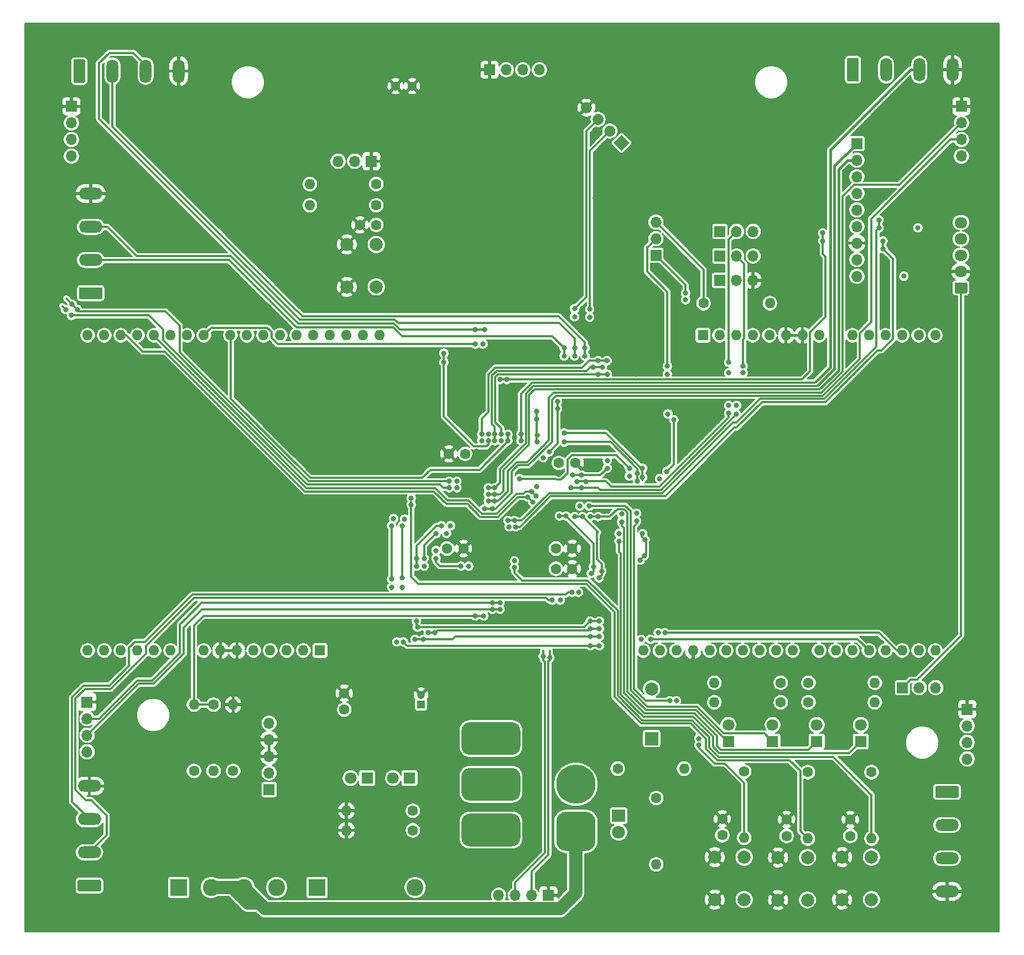
<source format=gbl>
G04 #@! TF.GenerationSoftware,KiCad,Pcbnew,(5.1.9)-1*
G04 #@! TF.CreationDate,2022-03-30T20:26:24+02:00*
G04 #@! TF.ProjectId,robot_mobilny_pcb,726f626f-745f-46d6-9f62-696c6e795f70,rev?*
G04 #@! TF.SameCoordinates,Original*
G04 #@! TF.FileFunction,Copper,L2,Bot*
G04 #@! TF.FilePolarity,Positive*
%FSLAX46Y46*%
G04 Gerber Fmt 4.6, Leading zero omitted, Abs format (unit mm)*
G04 Created by KiCad (PCBNEW (5.1.9)-1) date 2022-03-30 20:26:24*
%MOMM*%
%LPD*%
G01*
G04 APERTURE LIST*
G04 #@! TA.AperFunction,ComponentPad*
%ADD10C,1.400000*%
G04 #@! TD*
G04 #@! TA.AperFunction,ComponentPad*
%ADD11C,0.100000*%
G04 #@! TD*
G04 #@! TA.AperFunction,ComponentPad*
%ADD12O,1.600000X1.600000*%
G04 #@! TD*
G04 #@! TA.AperFunction,ComponentPad*
%ADD13R,1.600000X1.600000*%
G04 #@! TD*
G04 #@! TA.AperFunction,ComponentPad*
%ADD14C,2.600000*%
G04 #@! TD*
G04 #@! TA.AperFunction,ComponentPad*
%ADD15R,2.600000X2.600000*%
G04 #@! TD*
G04 #@! TA.AperFunction,ComponentPad*
%ADD16R,1.700000X1.700000*%
G04 #@! TD*
G04 #@! TA.AperFunction,ComponentPad*
%ADD17O,1.700000X1.700000*%
G04 #@! TD*
G04 #@! TA.AperFunction,ComponentPad*
%ADD18C,1.600000*%
G04 #@! TD*
G04 #@! TA.AperFunction,ComponentPad*
%ADD19C,1.800000*%
G04 #@! TD*
G04 #@! TA.AperFunction,ComponentPad*
%ADD20R,1.800000X1.800000*%
G04 #@! TD*
G04 #@! TA.AperFunction,ComponentPad*
%ADD21C,1.200000*%
G04 #@! TD*
G04 #@! TA.AperFunction,ComponentPad*
%ADD22R,1.200000X1.200000*%
G04 #@! TD*
G04 #@! TA.AperFunction,ComponentPad*
%ADD23R,2.000000X2.000000*%
G04 #@! TD*
G04 #@! TA.AperFunction,ComponentPad*
%ADD24C,2.000000*%
G04 #@! TD*
G04 #@! TA.AperFunction,ComponentPad*
%ADD25O,3.600000X1.800000*%
G04 #@! TD*
G04 #@! TA.AperFunction,ComponentPad*
%ADD26O,1.800000X3.600000*%
G04 #@! TD*
G04 #@! TA.AperFunction,ComponentPad*
%ADD27O,1.950000X1.700000*%
G04 #@! TD*
G04 #@! TA.AperFunction,ComponentPad*
%ADD28C,6.000000*%
G04 #@! TD*
G04 #@! TA.AperFunction,ComponentPad*
%ADD29O,2.000000X1.905000*%
G04 #@! TD*
G04 #@! TA.AperFunction,ComponentPad*
%ADD30R,2.000000X1.905000*%
G04 #@! TD*
G04 #@! TA.AperFunction,ViaPad*
%ADD31C,0.800000*%
G04 #@! TD*
G04 #@! TA.AperFunction,Conductor*
%ADD32C,0.500000*%
G04 #@! TD*
G04 #@! TA.AperFunction,Conductor*
%ADD33C,0.300000*%
G04 #@! TD*
G04 #@! TA.AperFunction,Conductor*
%ADD34C,0.400000*%
G04 #@! TD*
G04 #@! TA.AperFunction,Conductor*
%ADD35C,2.000000*%
G04 #@! TD*
G04 #@! TA.AperFunction,Conductor*
%ADD36C,0.200000*%
G04 #@! TD*
G04 #@! TA.AperFunction,Conductor*
%ADD37C,0.100000*%
G04 #@! TD*
G04 APERTURE END LIST*
D10*
X73940000Y-66100000D03*
X71400000Y-66100000D03*
G04 #@! TA.AperFunction,ComponentPad*
D11*
G36*
X105992102Y-73590020D02*
G01*
X107194184Y-74792102D01*
X105992102Y-75994184D01*
X104790020Y-74792102D01*
X105992102Y-73590020D01*
G37*
G04 #@! TD.AperFunction*
G04 #@! TA.AperFunction,ComponentPad*
G36*
G01*
X104797092Y-72395010D02*
X104797092Y-72395010D01*
G75*
G02*
X104797092Y-73597092I-601041J-601041D01*
G01*
X104797092Y-73597092D01*
G75*
G02*
X103595010Y-73597092I-601041J601041D01*
G01*
X103595010Y-73597092D01*
G75*
G02*
X103595010Y-72395010I601041J601041D01*
G01*
X103595010Y-72395010D01*
G75*
G02*
X104797092Y-72395010I601041J-601041D01*
G01*
G37*
G04 #@! TD.AperFunction*
G04 #@! TA.AperFunction,ComponentPad*
G36*
G01*
X103001041Y-70598959D02*
X103001041Y-70598959D01*
G75*
G02*
X103001041Y-71801041I-601041J-601041D01*
G01*
X103001041Y-71801041D01*
G75*
G02*
X101798959Y-71801041I-601041J601041D01*
G01*
X101798959Y-71801041D01*
G75*
G02*
X101798959Y-70598959I601041J601041D01*
G01*
X101798959Y-70598959D01*
G75*
G02*
X103001041Y-70598959I601041J-601041D01*
G01*
G37*
G04 #@! TD.AperFunction*
G04 #@! TA.AperFunction,ComponentPad*
G36*
G01*
X101204989Y-68802907D02*
X101204989Y-68802907D01*
G75*
G02*
X101204989Y-70004989I-601041J-601041D01*
G01*
X101204989Y-70004989D01*
G75*
G02*
X100002907Y-70004989I-601041J601041D01*
G01*
X100002907Y-70004989D01*
G75*
G02*
X100002907Y-68802907I601041J601041D01*
G01*
X100002907Y-68802907D01*
G75*
G02*
X101204989Y-68802907I601041J-601041D01*
G01*
G37*
G04 #@! TD.AperFunction*
D12*
X26820000Y-104250000D03*
X24280000Y-104250000D03*
X63900000Y-104250000D03*
X24280000Y-152510000D03*
X61360000Y-104250000D03*
X26820000Y-152510000D03*
X58820000Y-104250000D03*
X29360000Y-152510000D03*
X56280000Y-104250000D03*
X31900000Y-152510000D03*
X53740000Y-104250000D03*
X34440000Y-152510000D03*
X51200000Y-104250000D03*
X36980000Y-152510000D03*
X48660000Y-104250000D03*
X42060000Y-152510000D03*
X46120000Y-104250000D03*
X44600000Y-152510000D03*
X42060000Y-104250000D03*
X47140000Y-152510000D03*
X39520000Y-104250000D03*
X49680000Y-152510000D03*
X36980000Y-104250000D03*
X52220000Y-152510000D03*
X34440000Y-104250000D03*
X54760000Y-152510000D03*
X31900000Y-104250000D03*
X57300000Y-152510000D03*
X29360000Y-104250000D03*
D13*
X59840000Y-152510000D03*
D12*
X66440000Y-104250000D03*
X68980000Y-104250000D03*
X109310000Y-152510000D03*
X111850000Y-152510000D03*
D13*
X118450000Y-104250000D03*
D12*
X148930000Y-152510000D03*
X120990000Y-104250000D03*
X146390000Y-152510000D03*
X123530000Y-104250000D03*
X143850000Y-152510000D03*
X126070000Y-104250000D03*
X141310000Y-152510000D03*
X128610000Y-104250000D03*
X138770000Y-152510000D03*
X131150000Y-104250000D03*
X136230000Y-152510000D03*
X133690000Y-104250000D03*
X132170000Y-152510000D03*
X136230000Y-104250000D03*
X129630000Y-152510000D03*
X141310000Y-104250000D03*
X127090000Y-152510000D03*
X143850000Y-104250000D03*
X124550000Y-152510000D03*
X146390000Y-104250000D03*
X122010000Y-152510000D03*
X148930000Y-104250000D03*
X119470000Y-152510000D03*
X151470000Y-104250000D03*
X116930000Y-152510000D03*
X154010000Y-104250000D03*
X114390000Y-152510000D03*
X154010000Y-152510000D03*
X151470000Y-152510000D03*
D14*
X53200000Y-188800000D03*
X48200000Y-188800000D03*
X43200000Y-188800000D03*
D15*
X38200000Y-188800000D03*
D14*
X74400000Y-188800000D03*
X69400000Y-188800000D03*
X64400000Y-188800000D03*
D15*
X59400000Y-188800000D03*
D16*
X52050000Y-173800000D03*
D17*
X52050000Y-171260000D03*
X52050000Y-168720000D03*
X52050000Y-166180000D03*
X52050000Y-163640000D03*
G04 #@! TA.AperFunction,ComponentPad*
G36*
G01*
X81500000Y-167250000D02*
X81500000Y-164750000D01*
G75*
G02*
X82750000Y-163500000I1250000J0D01*
G01*
X89250000Y-163500000D01*
G75*
G02*
X90500000Y-164750000I0J-1250000D01*
G01*
X90500000Y-167250000D01*
G75*
G02*
X89250000Y-168500000I-1250000J0D01*
G01*
X82750000Y-168500000D01*
G75*
G02*
X81500000Y-167250000I0J1250000D01*
G01*
G37*
G04 #@! TD.AperFunction*
G04 #@! TA.AperFunction,ComponentPad*
G36*
G01*
X81500000Y-174250000D02*
X81500000Y-171750000D01*
G75*
G02*
X82750000Y-170500000I1250000J0D01*
G01*
X89250000Y-170500000D01*
G75*
G02*
X90500000Y-171750000I0J-1250000D01*
G01*
X90500000Y-174250000D01*
G75*
G02*
X89250000Y-175500000I-1250000J0D01*
G01*
X82750000Y-175500000D01*
G75*
G02*
X81500000Y-174250000I0J1250000D01*
G01*
G37*
G04 #@! TD.AperFunction*
G04 #@! TA.AperFunction,ComponentPad*
G36*
G01*
X81500000Y-181250000D02*
X81500000Y-178750000D01*
G75*
G02*
X82750000Y-177500000I1250000J0D01*
G01*
X89250000Y-177500000D01*
G75*
G02*
X90500000Y-178750000I0J-1250000D01*
G01*
X90500000Y-181250000D01*
G75*
G02*
X89250000Y-182500000I-1250000J0D01*
G01*
X82750000Y-182500000D01*
G75*
G02*
X81500000Y-181250000I0J1250000D01*
G01*
G37*
G04 #@! TD.AperFunction*
X87180000Y-190000000D03*
X89720000Y-190000000D03*
X92260000Y-190000000D03*
D16*
X94800000Y-190000000D03*
D12*
X46550000Y-160800000D03*
D18*
X46550000Y-170960000D03*
D12*
X43550000Y-170960000D03*
D18*
X43550000Y-160800000D03*
X95950000Y-140000000D03*
X98450000Y-140000000D03*
D19*
X71010000Y-172050000D03*
D20*
X73550000Y-172050000D03*
D19*
X64510000Y-172050000D03*
D20*
X67050000Y-172050000D03*
D12*
X63890000Y-180050000D03*
D18*
X74050000Y-180050000D03*
D12*
X63890000Y-177050000D03*
D18*
X74050000Y-177050000D03*
D12*
X144250000Y-181310000D03*
D18*
X144250000Y-171150000D03*
D12*
X134500000Y-181310000D03*
D18*
X134500000Y-171150000D03*
D12*
X144760000Y-157450000D03*
D18*
X134600000Y-157450000D03*
D12*
X144760000Y-160450000D03*
D18*
X134600000Y-160450000D03*
D12*
X120190000Y-157450000D03*
D18*
X130350000Y-157450000D03*
D12*
X124750000Y-181200000D03*
D18*
X124750000Y-171040000D03*
X105400000Y-170600000D03*
D12*
X115560000Y-170600000D03*
X120190000Y-160450000D03*
D18*
X130350000Y-160450000D03*
X118550000Y-99350000D03*
D12*
X128710000Y-99350000D03*
X58290000Y-81100000D03*
D18*
X68450000Y-81100000D03*
D12*
X58290000Y-84350000D03*
D18*
X68450000Y-84350000D03*
D12*
X111300000Y-185260000D03*
D18*
X111300000Y-175100000D03*
D12*
X40550000Y-160800000D03*
D18*
X40550000Y-170960000D03*
D16*
X149000000Y-158200000D03*
D17*
X151540000Y-158200000D03*
X154080000Y-158200000D03*
D16*
X111250000Y-92000000D03*
D17*
X111250000Y-89460000D03*
X111250000Y-86920000D03*
D16*
X121050000Y-88350000D03*
D17*
X123590000Y-88350000D03*
X126130000Y-88350000D03*
D16*
X121050000Y-92100000D03*
D17*
X123590000Y-92100000D03*
X126130000Y-92100000D03*
X24200000Y-168020000D03*
X24200000Y-165480000D03*
X24200000Y-162940000D03*
D16*
X24200000Y-160400000D03*
D17*
X142000000Y-95220000D03*
X142000000Y-92680000D03*
X142000000Y-90140000D03*
X142000000Y-87600000D03*
X142000000Y-85060000D03*
X142000000Y-82520000D03*
X142000000Y-79980000D03*
X142000000Y-77440000D03*
D16*
X142000000Y-74900000D03*
X121010000Y-95850000D03*
D17*
X123550000Y-95850000D03*
X126090000Y-95850000D03*
X62620000Y-77600000D03*
X65160000Y-77600000D03*
D16*
X67700000Y-77600000D03*
D18*
X141000000Y-180900000D03*
X141000000Y-178400000D03*
X131250000Y-180900000D03*
X131250000Y-178400000D03*
X121400000Y-180800000D03*
X121400000Y-178300000D03*
X65950000Y-87350000D03*
X68450000Y-87350000D03*
D21*
X75300000Y-159300000D03*
D22*
X75300000Y-160800000D03*
D18*
X63550000Y-159050000D03*
X63550000Y-161550000D03*
X79300000Y-136900000D03*
X81800000Y-136900000D03*
X95950000Y-136900000D03*
X98450000Y-136900000D03*
X96400000Y-123800000D03*
X98900000Y-123800000D03*
X82050000Y-122400000D03*
X79550000Y-122400000D03*
D23*
X110600000Y-166000000D03*
D24*
X110600000Y-158400000D03*
X68450000Y-96850000D03*
X63950000Y-96850000D03*
X68450000Y-90350000D03*
X63950000Y-90350000D03*
X144250000Y-190650000D03*
X139750000Y-190650000D03*
X144250000Y-184150000D03*
X139750000Y-184150000D03*
X134450000Y-190710000D03*
X129950000Y-190710000D03*
X134450000Y-184210000D03*
X129950000Y-184210000D03*
X124750000Y-190650000D03*
X120250000Y-190650000D03*
X124750000Y-184150000D03*
X120250000Y-184150000D03*
D17*
X93420000Y-63600000D03*
X90880000Y-63600000D03*
X88340000Y-63600000D03*
D16*
X85800000Y-63600000D03*
D17*
X158000000Y-76820000D03*
X158000000Y-74280000D03*
X158000000Y-71740000D03*
D16*
X158000000Y-69200000D03*
D17*
X21800000Y-76820000D03*
X21800000Y-74280000D03*
X21800000Y-71740000D03*
D16*
X21800000Y-69200000D03*
D17*
X158885000Y-169120000D03*
X158885000Y-166580000D03*
X158885000Y-164040000D03*
D16*
X158885000Y-161500000D03*
D25*
X155800000Y-189400000D03*
X155800000Y-184320000D03*
X155800000Y-179240000D03*
G04 #@! TA.AperFunction,ComponentPad*
G36*
G01*
X154250000Y-173260000D02*
X157350000Y-173260000D01*
G75*
G02*
X157600000Y-173510000I0J-250000D01*
G01*
X157600000Y-174810000D01*
G75*
G02*
X157350000Y-175060000I-250000J0D01*
G01*
X154250000Y-175060000D01*
G75*
G02*
X154000000Y-174810000I0J250000D01*
G01*
X154000000Y-173510000D01*
G75*
G02*
X154250000Y-173260000I250000J0D01*
G01*
G37*
G04 #@! TD.AperFunction*
X24550000Y-173265000D03*
X24550000Y-178345000D03*
X24550000Y-183425000D03*
G04 #@! TA.AperFunction,ComponentPad*
G36*
G01*
X26100000Y-189405000D02*
X23000000Y-189405000D01*
G75*
G02*
X22750000Y-189155000I0J250000D01*
G01*
X22750000Y-187855000D01*
G75*
G02*
X23000000Y-187605000I250000J0D01*
G01*
X26100000Y-187605000D01*
G75*
G02*
X26350000Y-187855000I0J-250000D01*
G01*
X26350000Y-189155000D01*
G75*
G02*
X26100000Y-189405000I-250000J0D01*
G01*
G37*
G04 #@! TD.AperFunction*
D26*
X156640000Y-63600000D03*
X151560000Y-63600000D03*
X146480000Y-63600000D03*
G04 #@! TA.AperFunction,ComponentPad*
G36*
G01*
X140500000Y-65150000D02*
X140500000Y-62050000D01*
G75*
G02*
X140750000Y-61800000I250000J0D01*
G01*
X142050000Y-61800000D01*
G75*
G02*
X142300000Y-62050000I0J-250000D01*
G01*
X142300000Y-65150000D01*
G75*
G02*
X142050000Y-65400000I-250000J0D01*
G01*
X140750000Y-65400000D01*
G75*
G02*
X140500000Y-65150000I0J250000D01*
G01*
G37*
G04 #@! TD.AperFunction*
D27*
X157935000Y-87000000D03*
X157935000Y-89500000D03*
X157935000Y-92000000D03*
X157935000Y-94500000D03*
G04 #@! TA.AperFunction,ComponentPad*
G36*
G01*
X158660000Y-97850000D02*
X157210000Y-97850000D01*
G75*
G02*
X156960000Y-97600000I0J250000D01*
G01*
X156960000Y-96400000D01*
G75*
G02*
X157210000Y-96150000I250000J0D01*
G01*
X158660000Y-96150000D01*
G75*
G02*
X158910000Y-96400000I0J-250000D01*
G01*
X158910000Y-97600000D01*
G75*
G02*
X158660000Y-97850000I-250000J0D01*
G01*
G37*
G04 #@! TD.AperFunction*
D25*
X24750000Y-82560000D03*
X24750000Y-87640000D03*
X24750000Y-92720000D03*
G04 #@! TA.AperFunction,ComponentPad*
G36*
G01*
X26300000Y-98700000D02*
X23200000Y-98700000D01*
G75*
G02*
X22950000Y-98450000I0J250000D01*
G01*
X22950000Y-97150000D01*
G75*
G02*
X23200000Y-96900000I250000J0D01*
G01*
X26300000Y-96900000D01*
G75*
G02*
X26550000Y-97150000I0J-250000D01*
G01*
X26550000Y-98450000D01*
G75*
G02*
X26300000Y-98700000I-250000J0D01*
G01*
G37*
G04 #@! TD.AperFunction*
D26*
X38240000Y-63800000D03*
X33160000Y-63800000D03*
X28080000Y-63800000D03*
G04 #@! TA.AperFunction,ComponentPad*
G36*
G01*
X22100000Y-65350000D02*
X22100000Y-62250000D01*
G75*
G02*
X22350000Y-62000000I250000J0D01*
G01*
X23650000Y-62000000D01*
G75*
G02*
X23900000Y-62250000I0J-250000D01*
G01*
X23900000Y-65350000D01*
G75*
G02*
X23650000Y-65600000I-250000J0D01*
G01*
X22350000Y-65600000D01*
G75*
G02*
X22100000Y-65350000I0J250000D01*
G01*
G37*
G04 #@! TD.AperFunction*
G04 #@! TA.AperFunction,ComponentPad*
G36*
G01*
X100500000Y-183200000D02*
X97500000Y-183200000D01*
G75*
G02*
X96000000Y-181700000I0J1500000D01*
G01*
X96000000Y-178700000D01*
G75*
G02*
X97500000Y-177200000I1500000J0D01*
G01*
X100500000Y-177200000D01*
G75*
G02*
X102000000Y-178700000I0J-1500000D01*
G01*
X102000000Y-181700000D01*
G75*
G02*
X100500000Y-183200000I-1500000J0D01*
G01*
G37*
G04 #@! TD.AperFunction*
D28*
X99000000Y-173000000D03*
D19*
X142600000Y-163910000D03*
D20*
X142600000Y-166450000D03*
D19*
X135850000Y-163910000D03*
D20*
X135850000Y-166450000D03*
D19*
X129100000Y-163910000D03*
D20*
X129100000Y-166450000D03*
D19*
X122350000Y-163910000D03*
D20*
X122350000Y-166450000D03*
D29*
X105550000Y-182890000D03*
X105550000Y-180350000D03*
D30*
X105550000Y-177810000D03*
D31*
X149200000Y-95200000D03*
X151350000Y-87800000D03*
X101200000Y-132000000D03*
X102400000Y-132000000D03*
X99600000Y-130400000D03*
X101000000Y-130400000D03*
X106000000Y-132800000D03*
X106000000Y-131600000D03*
X107200000Y-125800000D03*
X107200000Y-124600000D03*
X90400000Y-126200000D03*
X105600000Y-135800000D03*
X105600000Y-134600000D03*
X97200000Y-120600000D03*
X108400000Y-125400000D03*
X108400000Y-126600000D03*
X98800000Y-107400000D03*
X98800000Y-106200000D03*
X100400000Y-106200000D03*
X100400000Y-107400000D03*
X93000000Y-115900000D03*
X83600000Y-103400000D03*
X85000000Y-103400000D03*
X93000000Y-117050000D03*
X93050000Y-119550000D03*
X93050000Y-120550000D03*
X93000000Y-127400000D03*
X97200000Y-107400000D03*
X97200000Y-106200000D03*
X77600000Y-134600000D03*
X79200000Y-134600000D03*
X102600000Y-149200000D03*
X101200000Y-149200000D03*
X75800000Y-139600000D03*
X75800000Y-138400000D03*
X76400000Y-149800000D03*
X77400000Y-149800000D03*
X78400000Y-133400000D03*
X79800000Y-133400000D03*
X101200000Y-148000000D03*
X102600000Y-148000000D03*
X74600000Y-139600000D03*
X74600000Y-138400000D03*
X74750001Y-148950001D03*
X74600000Y-148000000D03*
X70800000Y-133400000D03*
X71100000Y-132300000D03*
X70800000Y-142800000D03*
X70800000Y-141600000D03*
X71600000Y-151200000D03*
X72600000Y-151200000D03*
X101200000Y-151800000D03*
X102600000Y-151800000D03*
X109000000Y-150800000D03*
X110400000Y-150800000D03*
X72400000Y-133400000D03*
X72800000Y-132400000D03*
X72400000Y-142800000D03*
X72400000Y-141400000D03*
X74400000Y-150800000D03*
X75600000Y-150800000D03*
X101200000Y-150400000D03*
X102600000Y-150400000D03*
X111599990Y-149800010D03*
X112599990Y-149800010D03*
X90600000Y-120400000D03*
X90600000Y-119400000D03*
X88600000Y-132600000D03*
X89600000Y-132600000D03*
X145400000Y-86600000D03*
X145400000Y-87800000D03*
X98400000Y-143600000D03*
X99400000Y-143600000D03*
X98800000Y-132000000D03*
X100000000Y-132000000D03*
X102950000Y-140350000D03*
X102550000Y-141400000D03*
X95400000Y-144800000D03*
X96600000Y-144800000D03*
X96482851Y-131917149D03*
X97482851Y-131917149D03*
X101700000Y-139700000D03*
X101350000Y-140700000D03*
X94900000Y-122100000D03*
X94000000Y-123000000D03*
X98800000Y-100200000D03*
X98800000Y-101400000D03*
X96200000Y-114400000D03*
X96200000Y-115500000D03*
X103800000Y-123400000D03*
X103800000Y-124600000D03*
X101125001Y-100274999D03*
X101125001Y-101474999D03*
X99875000Y-125675000D03*
X98475000Y-125675000D03*
X82600000Y-139600000D03*
X81400000Y-139600000D03*
X77600000Y-137200000D03*
X77600000Y-138400000D03*
X88600000Y-120400000D03*
X88600000Y-119400000D03*
X84800000Y-105600000D03*
X83600000Y-105600000D03*
X92200000Y-128200000D03*
X92900000Y-128900000D03*
X91600000Y-129000000D03*
X92400000Y-129800000D03*
X86600000Y-119400000D03*
X86600000Y-120400000D03*
X103037441Y-109112559D03*
X101625000Y-109125000D03*
X87600000Y-119400000D03*
X87600000Y-120400000D03*
X102400000Y-110200000D03*
X103800000Y-110200000D03*
X117800000Y-166000000D03*
X117800000Y-167000000D03*
X114400000Y-160200000D03*
X113400000Y-160200000D03*
X108300000Y-132700000D03*
X108300000Y-131500000D03*
X97200000Y-119200000D03*
X109200000Y-124600000D03*
X109200000Y-126000000D03*
X73800000Y-130200000D03*
X73800000Y-129200000D03*
X89600000Y-138800000D03*
X89600000Y-139800000D03*
X136800000Y-88600000D03*
X136800000Y-89800000D03*
X88400020Y-110999980D03*
X87400020Y-110999980D03*
X146000000Y-89800000D03*
X146000000Y-91000000D03*
X89800000Y-133600000D03*
X88800000Y-133600000D03*
X85600000Y-128600000D03*
X86600000Y-128600000D03*
X85600000Y-127600000D03*
X86600000Y-127600000D03*
X86200000Y-146200000D03*
X87400000Y-146200000D03*
X87400000Y-145200000D03*
X86200000Y-145200000D03*
X94000000Y-153400000D03*
X95000000Y-153600000D03*
X115800000Y-97800000D03*
X115789112Y-98810888D03*
X21900000Y-99500000D03*
X22700000Y-100300000D03*
X80800000Y-126600000D03*
X79600000Y-126600000D03*
X21800000Y-101200000D03*
X20900000Y-100300000D03*
X80800000Y-127600000D03*
X79600000Y-127600000D03*
X86200000Y-130800000D03*
X85000000Y-130800000D03*
X86600000Y-129600000D03*
X85600000Y-129600000D03*
X85600000Y-119400000D03*
X85600000Y-120400000D03*
X78800000Y-107000000D03*
X78800000Y-108400000D03*
X84900000Y-147200000D03*
X83600000Y-147200000D03*
X97400000Y-63900000D03*
X111100000Y-57600000D03*
X119100000Y-57500000D03*
X135900000Y-57600000D03*
X88450000Y-116000000D03*
X84500000Y-108250000D03*
X79200000Y-132400000D03*
X77600000Y-132400000D03*
X141200000Y-148600000D03*
X137600000Y-145000000D03*
X133800000Y-141400000D03*
X129800000Y-137400000D03*
X125400000Y-132600000D03*
X121200000Y-128400000D03*
X118000000Y-125200000D03*
X123000000Y-125200000D03*
X128400000Y-130400000D03*
X133000000Y-134800000D03*
X136800000Y-139000000D03*
X140600000Y-142400000D03*
X144000000Y-146000000D03*
X136200000Y-97800000D03*
X141000000Y-98200000D03*
X140800000Y-102200000D03*
X143000000Y-102200000D03*
X143200000Y-98200000D03*
X136400000Y-106600000D03*
X133400000Y-110000000D03*
X128600000Y-110000000D03*
X120000000Y-110000000D03*
X116900000Y-114500000D03*
X120600000Y-114500000D03*
X129000000Y-115450000D03*
X133350000Y-115400000D03*
X138600000Y-115200000D03*
X143250000Y-110500000D03*
X141000000Y-107800000D03*
X147200000Y-106600000D03*
X148600000Y-102200000D03*
X148800000Y-97600000D03*
X154600000Y-94000000D03*
X155200000Y-85500000D03*
X148700000Y-90100000D03*
X144800000Y-83200000D03*
X154400000Y-77800000D03*
X151700000Y-80500000D03*
X149450000Y-78600000D03*
X152800000Y-75600000D03*
X148400000Y-67700000D03*
X145200000Y-70200000D03*
X147600000Y-74000000D03*
X144400000Y-67550000D03*
X138050000Y-72350000D03*
X137000000Y-78400000D03*
X136750000Y-86150000D03*
X135600000Y-89200000D03*
X135800000Y-92600000D03*
X128800000Y-93000000D03*
X128600000Y-95600000D03*
X129500000Y-84250000D03*
X125000000Y-84800000D03*
X121600000Y-80800000D03*
X118400000Y-73400000D03*
X113500000Y-73000000D03*
X112200000Y-67400000D03*
X107000000Y-66800000D03*
X95600000Y-66900000D03*
X92000000Y-61000000D03*
X101400000Y-57600000D03*
X101600000Y-61800000D03*
X111000000Y-61600000D03*
X119200000Y-61600000D03*
X135900000Y-61700000D03*
X105800000Y-164000000D03*
X102600000Y-153600000D03*
X97200000Y-153600000D03*
X100400000Y-157200000D03*
X100400000Y-159800000D03*
X95900000Y-158400000D03*
X92800000Y-155400000D03*
X89400000Y-154000000D03*
X81800000Y-153800000D03*
X82000000Y-159200000D03*
X89400000Y-159200000D03*
X78600000Y-170000000D03*
X78600000Y-175000000D03*
X68000000Y-179800000D03*
X59800000Y-170200000D03*
X59800000Y-178200000D03*
X46800000Y-177400000D03*
X33600000Y-174200000D03*
X33000000Y-184400000D03*
X28800000Y-165600000D03*
X38400000Y-157000000D03*
X33600000Y-155200000D03*
X23000000Y-156400000D03*
X24200000Y-150000000D03*
X34800000Y-147600000D03*
X44600000Y-142600000D03*
X44600000Y-148800000D03*
X53400000Y-142600000D03*
X53400000Y-148600000D03*
X61800000Y-148600000D03*
X61800000Y-142600000D03*
X68000000Y-142600000D03*
X68200000Y-148400000D03*
X65400000Y-153200000D03*
X58800000Y-156800000D03*
X72200000Y-153200000D03*
X76400000Y-156400000D03*
X70000000Y-129200000D03*
X62800000Y-129400000D03*
X53200000Y-125600000D03*
X54200000Y-120400000D03*
X59500000Y-124500000D03*
X71000000Y-124750000D03*
X69400000Y-132600000D03*
X69400000Y-135800000D03*
X62200000Y-133000000D03*
X62400000Y-136000000D03*
X56200000Y-130000000D03*
X54400000Y-132200000D03*
X49600000Y-121600000D03*
X49000000Y-115000000D03*
X49000000Y-107250000D03*
X43600000Y-110200000D03*
X36000000Y-108200000D03*
X42200000Y-114600000D03*
X68500000Y-106750000D03*
X75000000Y-106750000D03*
X71750000Y-112000000D03*
X74500000Y-121500000D03*
X71750000Y-118000000D03*
X60800000Y-106800000D03*
X55400000Y-106800000D03*
X57600000Y-99800000D03*
X63800000Y-100200000D03*
X69200000Y-100200000D03*
X73800000Y-100200000D03*
X77200000Y-100200000D03*
X54600000Y-96000000D03*
X59200000Y-91800000D03*
X72400000Y-88400000D03*
X63600000Y-81500000D03*
X59600000Y-77600000D03*
X70600000Y-74800000D03*
X77400000Y-82100000D03*
X84200000Y-91400000D03*
X86800000Y-96600000D03*
X86400000Y-100200000D03*
X92400000Y-100200000D03*
X95200000Y-87600000D03*
X92900000Y-85200000D03*
X99000000Y-79600000D03*
X99450000Y-83400000D03*
X99500000Y-91100000D03*
X102200000Y-91000000D03*
X102000000Y-83200000D03*
X27000000Y-68600000D03*
X27000000Y-74400000D03*
X29400000Y-72200000D03*
X32000000Y-74800000D03*
X30400000Y-77000000D03*
X33800000Y-80600000D03*
X35600000Y-78600000D03*
X39800000Y-82600000D03*
X38000000Y-84600000D03*
X43200000Y-86000000D03*
X41400000Y-88000000D03*
X47600000Y-89800000D03*
X45000000Y-94000000D03*
X39200000Y-94000000D03*
X33400000Y-94200000D03*
X32600000Y-90800000D03*
X43600000Y-90800000D03*
X29000000Y-91400000D03*
X29000000Y-87200000D03*
X29000000Y-94200000D03*
X116600000Y-175600000D03*
X116400000Y-180200000D03*
X116600000Y-185200000D03*
X105000000Y-189400000D03*
X111400000Y-189400000D03*
X122200000Y-187200000D03*
X129000000Y-175200000D03*
X139200000Y-175200000D03*
X148400000Y-175600000D03*
X148000000Y-186800000D03*
X141000000Y-187600000D03*
X131400000Y-187600000D03*
X113800000Y-138200000D03*
X113700000Y-135400000D03*
X119400000Y-137400000D03*
X123800000Y-142200000D03*
X127800000Y-146200000D03*
X125000000Y-147300000D03*
X120000000Y-142200000D03*
X116500000Y-147300000D03*
X120500000Y-147200000D03*
X111000000Y-147300000D03*
X111000000Y-154400000D03*
X118400000Y-154100000D03*
X125900000Y-154000000D03*
X104800000Y-143400000D03*
X109200000Y-143600000D03*
X107600000Y-114800000D03*
X108200000Y-110200000D03*
X84500000Y-122700000D03*
X83800000Y-122000000D03*
X96000000Y-134600000D03*
X97800000Y-134600000D03*
X93400000Y-137000000D03*
X94200000Y-137800000D03*
X85600000Y-138600000D03*
X85600000Y-139600000D03*
X96400000Y-125600000D03*
X97300000Y-121850000D03*
X104200000Y-121700000D03*
X80300000Y-110000000D03*
X80250000Y-113200000D03*
X93200000Y-107450000D03*
X84800000Y-114000000D03*
X88400000Y-113000000D03*
X148800000Y-161550000D03*
X155550000Y-170450000D03*
X146200000Y-98200000D03*
X146300000Y-102000000D03*
X58000000Y-64000000D03*
X79000000Y-64000000D03*
X159250000Y-142250000D03*
X156500000Y-131500000D03*
X156500000Y-108250000D03*
X159250000Y-102250000D03*
X159000000Y-156750000D03*
X34500000Y-125750000D03*
X22250000Y-138750000D03*
X22500000Y-108500000D03*
X78750000Y-89250000D03*
X159000000Y-121250000D03*
X163250000Y-102750000D03*
X163250000Y-133500000D03*
X163250000Y-173000000D03*
X162750000Y-194250000D03*
X127500000Y-195000000D03*
X16750000Y-193750000D03*
X43000000Y-195000000D03*
X16000000Y-156500000D03*
X16000000Y-121500000D03*
X16000000Y-90500000D03*
X17250000Y-59750000D03*
X42250000Y-59750000D03*
X117900000Y-119700000D03*
X112800000Y-120400000D03*
X114300000Y-105700000D03*
X111200000Y-98000000D03*
X103000000Y-100300000D03*
X111800000Y-114700000D03*
X123600000Y-119800000D03*
X105400000Y-126500000D03*
X111000000Y-130200000D03*
X97600000Y-146600000D03*
X69000000Y-165800000D03*
X66700000Y-156900000D03*
X71400000Y-156900000D03*
X55200000Y-166200000D03*
X55300000Y-169500000D03*
X49000000Y-169200000D03*
X49100000Y-161900000D03*
X81700000Y-189100000D03*
X45100000Y-100000000D03*
X55800000Y-88100000D03*
X161900000Y-58800000D03*
X85000000Y-75700000D03*
X49300000Y-79900000D03*
X68300000Y-63900000D03*
X22200000Y-121400000D03*
X143200000Y-126300000D03*
X42000000Y-67600000D03*
X140000000Y-158200000D03*
X127300000Y-158200000D03*
X133200000Y-162700000D03*
X76300000Y-133400000D03*
X97200000Y-116800000D03*
X101200000Y-116800000D03*
X80800000Y-123900000D03*
X92700000Y-170000000D03*
X95900000Y-167400000D03*
X92700000Y-162600000D03*
X95400000Y-187300000D03*
X21600000Y-181100000D03*
X16100000Y-176600000D03*
X16100000Y-138800000D03*
X64200000Y-194900000D03*
X81700000Y-194900000D03*
X31500000Y-191000000D03*
X123600000Y-115000000D03*
X124600000Y-110000000D03*
X124600000Y-109000000D03*
X123553560Y-116353560D03*
X98250000Y-127600000D03*
X99850000Y-127600000D03*
X122400000Y-116200000D03*
X122400000Y-115000000D03*
X122400000Y-108400000D03*
X122400000Y-110000000D03*
X99200000Y-126650000D03*
X100500000Y-126650000D03*
X109500000Y-138000000D03*
X113000000Y-110200000D03*
X113000000Y-109000000D03*
X113100000Y-116300000D03*
X114000000Y-117200000D03*
X111800000Y-126200000D03*
X112900000Y-125100000D03*
X108850000Y-138650000D03*
X109600000Y-135550000D03*
X109200000Y-134650000D03*
X84600000Y-119400000D03*
X84600000Y-120400000D03*
X103750000Y-108150000D03*
X102400000Y-108150000D03*
D32*
X122350000Y-166450000D02*
X122050000Y-166450000D01*
D33*
X104200000Y-132000000D02*
X101200000Y-132000000D01*
X106360001Y-130849999D02*
X105350001Y-130849999D01*
X105350001Y-130849999D02*
X104200000Y-132000000D01*
X106899990Y-131389988D02*
X106360001Y-130849999D01*
X106899990Y-158807110D02*
X106899990Y-131389988D01*
X109729269Y-161636389D02*
X106899990Y-158807110D01*
X114970711Y-161629289D02*
X114963611Y-161636389D01*
X114963611Y-161636389D02*
X109729269Y-161636389D01*
X117370711Y-161629289D02*
X114970711Y-161629289D01*
X122191422Y-166450000D02*
X117370711Y-161629289D01*
X122350000Y-166450000D02*
X122191422Y-166450000D01*
X127849999Y-165199999D02*
X121648541Y-165199999D01*
X129100000Y-166450000D02*
X127849999Y-165199999D01*
X117724271Y-161275729D02*
X117577821Y-161129279D01*
X121648541Y-165199999D02*
X117724271Y-161275729D01*
X110470721Y-161129279D02*
X110329279Y-161129279D01*
X117577821Y-161129279D02*
X110470721Y-161129279D01*
X109929279Y-161129279D02*
X110470721Y-161129279D01*
X107400000Y-158600000D02*
X109929279Y-161129279D01*
X107400000Y-131182878D02*
X107400000Y-158600000D01*
X106567111Y-130349989D02*
X107400000Y-131182878D01*
X101050011Y-130349989D02*
X106567111Y-130349989D01*
X101000000Y-130400000D02*
X101050011Y-130349989D01*
X121169999Y-167700001D02*
X120600000Y-167130002D01*
X134599999Y-167700001D02*
X121169999Y-167700001D01*
X135850000Y-166450000D02*
X134599999Y-167700001D01*
X120600000Y-167130002D02*
X120600000Y-165565698D01*
X117417151Y-162382849D02*
X117170701Y-162136399D01*
X120600000Y-165565698D02*
X117417151Y-162382849D01*
X109536399Y-162136399D02*
X109522159Y-162136399D01*
X109522159Y-162136399D02*
X106399980Y-159014220D01*
X117170701Y-162136399D02*
X109536399Y-162136399D01*
X106399980Y-159014220D02*
X106399980Y-133799980D01*
X106399980Y-133799980D02*
X106200000Y-133600000D01*
X106200000Y-133600000D02*
X106000000Y-133400000D01*
X106000000Y-133400000D02*
X106000000Y-132800000D01*
X106000000Y-131600000D02*
X106000000Y-131600000D01*
X105200000Y-122600000D02*
X107200000Y-124600000D01*
X98397998Y-122600000D02*
X105200000Y-122600000D01*
X97749999Y-125360003D02*
X97749999Y-123247999D01*
X96760001Y-126350001D02*
X97749999Y-125360003D01*
X96039999Y-126350001D02*
X96760001Y-126350001D01*
X95889998Y-126200000D02*
X96039999Y-126350001D01*
X97749999Y-123247999D02*
X98397998Y-122600000D01*
X90400000Y-126200000D02*
X95889998Y-126200000D01*
X105600000Y-136400000D02*
X105600000Y-135800000D01*
X140849989Y-168200011D02*
X142600000Y-166450000D01*
X120000000Y-167237122D02*
X120962889Y-168200011D01*
X120962889Y-168200011D02*
X140849989Y-168200011D01*
X120000000Y-165672818D02*
X120000000Y-167237122D01*
X116963591Y-162636409D02*
X120000000Y-165672818D01*
X105899970Y-137699970D02*
X105899970Y-159221330D01*
X109315049Y-162636409D02*
X116963591Y-162636409D01*
X105899970Y-159221330D02*
X109315049Y-162636409D01*
X105600000Y-137400000D02*
X105899970Y-137699970D01*
X105600000Y-135800000D02*
X105600000Y-137400000D01*
X104310002Y-120600000D02*
X108400000Y-124689998D01*
X97200000Y-120600000D02*
X104310002Y-120600000D01*
X108400000Y-124689998D02*
X108400000Y-125400000D01*
X108400000Y-125400000D02*
X108400000Y-126600000D01*
X108400000Y-126600000D02*
X108400000Y-126800000D01*
X33160000Y-62900000D02*
X31260000Y-61000000D01*
D34*
X33160000Y-63800000D02*
X33160000Y-62900000D01*
D33*
X31260000Y-61000000D02*
X27600000Y-61000000D01*
X27600000Y-61000000D02*
X26000000Y-62600000D01*
X26000000Y-62600000D02*
X26000000Y-67000000D01*
X26000000Y-67000000D02*
X26000000Y-71102916D01*
X26000000Y-71102916D02*
X46417066Y-91519982D01*
X46417066Y-91519982D02*
X56737064Y-101839980D01*
X56737064Y-101839980D02*
X71254220Y-101839980D01*
X71254220Y-101839980D02*
X71814240Y-102400000D01*
X71814240Y-102400000D02*
X83600000Y-102400000D01*
X84800000Y-102400000D02*
X85000000Y-102400000D01*
X83600000Y-102400000D02*
X84800000Y-102400000D01*
X98800000Y-107400000D02*
X98800000Y-106200000D01*
X98800000Y-104750000D02*
X98800000Y-106200000D01*
X96450000Y-102400000D02*
X98800000Y-104750000D01*
X85000000Y-102400000D02*
X96450000Y-102400000D01*
X28080000Y-63800000D02*
X28080000Y-72334374D01*
X28080000Y-72334374D02*
X46665599Y-90919973D01*
X46665599Y-90919973D02*
X56272813Y-100527187D01*
X56327187Y-100527187D02*
X57139970Y-101339970D01*
X56272813Y-100527187D02*
X56327187Y-100527187D01*
X57139970Y-101339970D02*
X83660030Y-101339970D01*
X83660030Y-101339970D02*
X84660030Y-101339970D01*
X84660030Y-101339970D02*
X84939970Y-101339970D01*
X84939970Y-101339970D02*
X96376380Y-101339970D01*
X100400000Y-107400000D02*
X100400000Y-106200000D01*
X100400000Y-105363590D02*
X100400000Y-106200000D01*
X99193205Y-104156795D02*
X100400000Y-105363590D01*
X96376380Y-101339970D02*
X99193205Y-104156795D01*
X99193205Y-104156795D02*
X99600000Y-104563590D01*
X93000000Y-117700000D02*
X93000000Y-117050000D01*
X93000000Y-115900000D02*
X93000000Y-120700000D01*
X93000000Y-115900000D02*
X93000000Y-115900000D01*
X24750000Y-87640000D02*
X27320010Y-87640000D01*
X27320010Y-87640000D02*
X31800000Y-92119990D01*
X31800000Y-92119990D02*
X46168533Y-92119991D01*
X46168533Y-92119991D02*
X56488531Y-102439989D01*
X56488531Y-102439989D02*
X69914534Y-102439990D01*
X69914534Y-102439990D02*
X71147110Y-102439990D01*
X71147110Y-102439990D02*
X72107120Y-103400000D01*
X72107120Y-103400000D02*
X83600000Y-103400000D01*
X84800000Y-103400000D02*
X85000000Y-103400000D01*
X83600000Y-103400000D02*
X84800000Y-103400000D01*
X83600000Y-103400000D02*
X83600000Y-103400000D01*
X83600000Y-103400000D02*
X83600000Y-103400000D01*
X85000000Y-103400000D02*
X85000000Y-103400000D01*
X93000000Y-117050000D02*
X93000000Y-115900000D01*
X93000000Y-127400000D02*
X93200000Y-127600000D01*
X95400000Y-104400000D02*
X97200000Y-106200000D01*
X72400000Y-104400000D02*
X95400000Y-104400000D01*
X71039999Y-103039999D02*
X72400000Y-104400000D01*
X56239999Y-103039999D02*
X71039999Y-103039999D01*
X45920000Y-92720000D02*
X56239999Y-103039999D01*
X24750000Y-92720000D02*
X45920000Y-92720000D01*
X97200000Y-107400000D02*
X97200000Y-106200000D01*
X157935000Y-150287002D02*
X157935000Y-97000000D01*
X151222003Y-156999999D02*
X157935000Y-150287002D01*
X150200001Y-156999999D02*
X151222003Y-156999999D01*
X149000000Y-158200000D02*
X150200001Y-156999999D01*
X102600000Y-149200000D02*
X101200000Y-149200000D01*
X101200000Y-149200000D02*
X100949989Y-149450011D01*
X100949989Y-149450011D02*
X100457109Y-149450011D01*
X75800000Y-139600000D02*
X75800000Y-139600000D01*
X76400000Y-149800000D02*
X77300022Y-149800000D01*
X77500022Y-149800000D02*
X77850011Y-149450011D01*
X77400000Y-149800000D02*
X77500022Y-149800000D01*
X100457109Y-149450011D02*
X77850011Y-149450011D01*
X75800000Y-136400000D02*
X77600000Y-134600000D01*
X75800000Y-137000000D02*
X75800000Y-136400000D01*
X75800000Y-137000000D02*
X75800000Y-138400000D01*
X102600000Y-148000000D02*
X101200000Y-148000000D01*
X74600000Y-137200000D02*
X74600000Y-139600000D01*
X74600000Y-139600000D02*
X74600000Y-139600000D01*
X74750001Y-148950001D02*
X74600000Y-148800000D01*
X74600000Y-148800000D02*
X74600000Y-148000000D01*
X74750001Y-148950001D02*
X74750001Y-148950001D01*
X74600000Y-148000000D02*
X74600000Y-147800000D01*
X74600000Y-136489998D02*
X74600000Y-136800000D01*
X77689998Y-133400000D02*
X74600000Y-136489998D01*
X78400000Y-133400000D02*
X77689998Y-133400000D01*
X74600000Y-136800000D02*
X74600000Y-137200000D01*
X100249999Y-148950001D02*
X101200000Y-148000000D01*
X74750001Y-148950001D02*
X100249999Y-148950001D01*
X70800000Y-133400000D02*
X70800000Y-141600000D01*
X70800000Y-142800000D02*
X70800000Y-143200000D01*
X72600000Y-151200000D02*
X73200000Y-151800000D01*
X73200000Y-151800000D02*
X101200000Y-151800000D01*
X101200000Y-151800000D02*
X102600000Y-151800000D01*
X102600000Y-151800000D02*
X102800000Y-151800000D01*
X142140000Y-150800000D02*
X143850000Y-152510000D01*
X110400000Y-150800000D02*
X142140000Y-150800000D01*
X72400000Y-133400000D02*
X72400000Y-140507120D01*
X72400000Y-140507120D02*
X72400000Y-141400000D01*
X72400000Y-142800000D02*
X72400000Y-143200000D01*
X74400000Y-150800000D02*
X75600000Y-150800000D01*
X75600000Y-150800000D02*
X80150021Y-150800000D01*
X80150021Y-150800000D02*
X80550021Y-150400000D01*
X80550021Y-150400000D02*
X101200000Y-150400000D01*
X101200000Y-150400000D02*
X102600000Y-150400000D01*
X102600000Y-150400000D02*
X102600000Y-150400000D01*
X148092002Y-152510000D02*
X148930000Y-152510000D01*
X145382012Y-149800010D02*
X148092002Y-152510000D01*
X112599990Y-149800010D02*
X145382012Y-149800010D01*
D34*
X137975714Y-75884286D02*
X137975714Y-109127202D01*
X151560000Y-63600000D02*
X150260000Y-63600000D01*
X150260000Y-63600000D02*
X137975714Y-75884286D01*
X137975714Y-109127202D02*
X135751458Y-111351458D01*
D33*
X90600000Y-113200000D02*
X90600000Y-120400000D01*
X92200000Y-111600000D02*
X92300010Y-111499990D01*
X92200000Y-111600000D02*
X90600000Y-113200000D01*
X135602926Y-111499990D02*
X135751458Y-111351458D01*
X92300010Y-111499990D02*
X135602926Y-111499990D01*
X88600000Y-132600000D02*
X89600000Y-132600000D01*
X145400000Y-86600000D02*
X145400000Y-87800000D01*
X145000001Y-88199999D02*
X145400000Y-87800000D01*
X137014200Y-114000040D02*
X145000001Y-106014239D01*
X127199960Y-114000040D02*
X137014200Y-114000040D01*
X123600000Y-117600000D02*
X127199960Y-114000040D01*
X123014240Y-117600000D02*
X123600000Y-117600000D01*
X112214222Y-128400018D02*
X123014240Y-117600000D01*
X145000001Y-106014239D02*
X145000001Y-88199999D01*
X90710002Y-132600000D02*
X94909984Y-128400018D01*
X88600000Y-132600000D02*
X90710002Y-132600000D01*
X94909984Y-128400018D02*
X112214222Y-128400018D01*
X99400000Y-143600000D02*
X99600000Y-143600000D01*
X98800000Y-132000000D02*
X100000000Y-132000000D01*
X97450011Y-143949989D02*
X97800000Y-143600000D01*
X40342891Y-143949989D02*
X97450011Y-143949989D01*
X97800000Y-143600000D02*
X98400000Y-143600000D01*
X33088881Y-151203999D02*
X40342891Y-143949989D01*
X31503999Y-151203999D02*
X33088881Y-151203999D01*
X30620001Y-152087997D02*
X31503999Y-151203999D01*
X27604892Y-157899990D02*
X30620001Y-154884881D01*
X30620001Y-154884881D02*
X30620001Y-152087997D01*
X23662888Y-157899990D02*
X27604892Y-157899990D01*
X21899980Y-159662898D02*
X23662888Y-157899990D01*
X21899980Y-175694980D02*
X21899980Y-159662898D01*
X24550000Y-178345000D02*
X21899980Y-175694980D01*
X102200000Y-135927178D02*
X102200010Y-135927188D01*
X102200000Y-134200000D02*
X102200000Y-135927178D01*
X100000000Y-132000000D02*
X102200000Y-134200000D01*
X102200000Y-134200000D02*
X102400000Y-134400000D01*
X102200010Y-135927188D02*
X102200010Y-138550010D01*
X102200010Y-138550010D02*
X102950000Y-139300000D01*
X102950000Y-140350000D02*
X102950000Y-140350000D01*
X102950000Y-139300000D02*
X102950000Y-140350000D01*
X102950000Y-140350000D02*
X102950000Y-140650000D01*
X102950000Y-140950000D02*
X102400000Y-141500000D01*
X102950000Y-140350000D02*
X102950000Y-140950000D01*
X24550000Y-183425000D02*
X24575000Y-183425000D01*
X24575000Y-183425000D02*
X27200000Y-180800000D01*
X27200000Y-180800000D02*
X27200000Y-177800000D01*
X27200000Y-177800000D02*
X24800000Y-175400000D01*
X22399990Y-159870008D02*
X23869998Y-158400000D01*
X22399990Y-173782771D02*
X22399990Y-159870008D01*
X24017219Y-175400000D02*
X22399990Y-173782771D01*
X24800000Y-175400000D02*
X24017219Y-175400000D01*
X27812002Y-158400000D02*
X28906001Y-157306001D01*
X23869998Y-158400000D02*
X27812002Y-158400000D01*
X28499999Y-157712003D02*
X28906001Y-157306001D01*
X96600000Y-144800000D02*
X96800000Y-144800000D01*
X96482851Y-131917149D02*
X97482851Y-131917149D01*
X33200000Y-153012002D02*
X28906001Y-157306001D01*
X33200000Y-151800000D02*
X33200000Y-153012002D01*
X40550001Y-144449999D02*
X33200000Y-151800000D01*
X94449999Y-144449999D02*
X40550001Y-144449999D01*
X94800000Y-144800000D02*
X94449999Y-144449999D01*
X95400000Y-144800000D02*
X94800000Y-144800000D01*
X97482851Y-131917149D02*
X101700000Y-136134298D01*
X101700000Y-136134298D02*
X101700000Y-139000000D01*
X101700000Y-139000000D02*
X101700000Y-139700000D01*
X101700000Y-140350000D02*
X101350000Y-140700000D01*
X101700000Y-139700000D02*
X101700000Y-140350000D01*
X101350000Y-140700000D02*
X101200000Y-140850000D01*
X94900000Y-122100000D02*
X96200000Y-120800000D01*
X96200000Y-120800000D02*
X96200000Y-115600000D01*
X100674991Y-72925009D02*
X102400000Y-71200000D01*
X96200000Y-115600000D02*
X96200000Y-114400000D01*
X98800000Y-100200000D02*
X100624991Y-98375009D01*
X100624991Y-72975009D02*
X102400000Y-71200000D01*
X100624991Y-98375009D02*
X100624991Y-72975009D01*
X101125001Y-76067101D02*
X104196051Y-72996051D01*
X101125001Y-100274999D02*
X101125001Y-76067101D01*
X102725000Y-125675000D02*
X99875000Y-125675000D01*
X102725000Y-125675000D02*
X103800000Y-124600000D01*
X99875000Y-125675000D02*
X98475000Y-125675000D01*
X98475000Y-125675000D02*
X98275000Y-125675000D01*
X81400000Y-139600000D02*
X78200000Y-139600000D01*
X78200000Y-139600000D02*
X77600000Y-139000000D01*
X77600000Y-139000000D02*
X77600000Y-138400000D01*
X77600000Y-137200000D02*
X77600000Y-137200000D01*
X84260003Y-124849999D02*
X79239999Y-124849999D01*
X88600000Y-120510002D02*
X84260003Y-124849999D01*
X88600000Y-119400000D02*
X88600000Y-120510002D01*
X58328470Y-126099990D02*
X46200000Y-113971520D01*
X46200000Y-104270000D02*
X46230000Y-104240000D01*
X46200000Y-113971520D02*
X46200000Y-104270000D01*
X76750001Y-124849999D02*
X75500010Y-126099990D01*
X79239999Y-124849999D02*
X76750001Y-124849999D01*
X75500010Y-126099990D02*
X58328470Y-126099990D01*
X84800000Y-105600000D02*
X84800000Y-105600000D01*
X43210001Y-103099999D02*
X42060000Y-104250000D01*
X51752001Y-103099999D02*
X43210001Y-103099999D01*
X52400000Y-103747998D02*
X51752001Y-103099999D01*
X52400000Y-104612002D02*
X52400000Y-103747998D01*
X53387998Y-105600000D02*
X52400000Y-104612002D01*
X83600000Y-105600000D02*
X53387998Y-105600000D01*
X92900000Y-128900000D02*
X92200000Y-128200000D01*
X34550000Y-104240000D02*
X34600000Y-104290000D01*
X34600000Y-104290000D02*
X34600000Y-104492880D01*
X77436438Y-127646440D02*
X76646440Y-127646440D01*
X34440000Y-104332880D02*
X57753560Y-127646440D01*
X57753560Y-127646440D02*
X77436438Y-127646440D01*
X34440000Y-104250000D02*
X34440000Y-104332880D01*
X90990008Y-128499990D02*
X91289998Y-128200000D01*
X86899999Y-131550001D02*
X89950010Y-128499990D01*
X91289998Y-128200000D02*
X92200000Y-128200000D01*
X84585357Y-131550001D02*
X86899999Y-131550001D01*
X82610356Y-129575000D02*
X84585357Y-131550001D01*
X89950010Y-128499990D02*
X90990008Y-128499990D01*
X79400353Y-129575000D02*
X82610356Y-129575000D01*
X77471793Y-127646440D02*
X79400353Y-129575000D01*
X92400000Y-129800000D02*
X91600000Y-129000000D01*
X91600000Y-129000000D02*
X91007110Y-129000000D01*
X91007110Y-129000000D02*
X90157120Y-129000000D01*
X84378247Y-132050011D02*
X84378245Y-132050009D01*
X87107109Y-132050011D02*
X84378247Y-132050011D01*
X82403246Y-130075010D02*
X79193243Y-130075010D01*
X84378245Y-132050009D02*
X82403246Y-130075010D01*
X79193243Y-130075010D02*
X77264681Y-128146448D01*
X30197998Y-104250000D02*
X29360000Y-104250000D01*
X32672998Y-106725000D02*
X30197998Y-104250000D01*
X36125000Y-106725000D02*
X32672998Y-106725000D01*
X57546448Y-128146448D02*
X36125000Y-106725000D01*
X77264681Y-128146448D02*
X57546448Y-128146448D01*
X90157120Y-129000000D02*
X87107109Y-132050011D01*
X101625000Y-109125000D02*
X103075000Y-109125000D01*
X86600000Y-118300000D02*
X86600000Y-120400000D01*
X86150011Y-117850011D02*
X86600000Y-118300000D01*
X86150011Y-110432867D02*
X86150011Y-117850011D01*
X86882888Y-109699990D02*
X86150011Y-110432867D01*
X100600010Y-109699990D02*
X86882888Y-109699990D01*
X101175000Y-109125000D02*
X100600010Y-109699990D01*
X101625000Y-109125000D02*
X101175000Y-109125000D01*
X87600000Y-118500000D02*
X87600000Y-119400000D01*
X86650019Y-117550019D02*
X87600000Y-118500000D01*
X86650019Y-110639979D02*
X86650019Y-117550019D01*
X87089998Y-110200000D02*
X86650019Y-110639979D01*
X103800000Y-110200000D02*
X87089998Y-110200000D01*
X124750000Y-172764240D02*
X121800000Y-169814240D01*
X124750000Y-181200000D02*
X124750000Y-172764240D01*
X121800000Y-169814240D02*
X120455758Y-169814240D01*
X120455758Y-169814240D02*
X120214240Y-169814240D01*
X120214240Y-169814240D02*
X117800000Y-167400000D01*
X117800000Y-167400000D02*
X117800000Y-167000000D01*
X117800000Y-166000000D02*
X117800000Y-165800000D01*
X113400000Y-160200000D02*
X109707120Y-160200000D01*
X107900010Y-158392890D02*
X107900010Y-133499990D01*
X109707120Y-160200000D02*
X107900010Y-158392890D01*
X108300000Y-133100000D02*
X108300000Y-132700000D01*
X107900010Y-133499990D02*
X108300000Y-133100000D01*
X103617122Y-119200000D02*
X109200000Y-124782878D01*
X97200000Y-119200000D02*
X103617122Y-119200000D01*
X109200000Y-124782878D02*
X109200000Y-126000000D01*
X109200000Y-126000000D02*
X109200000Y-126400000D01*
X133349999Y-180159999D02*
X134500000Y-181310000D01*
X133349999Y-170949999D02*
X133349999Y-180159999D01*
X131700010Y-169300010D02*
X133349999Y-170949999D01*
X121992890Y-169300010D02*
X131700010Y-169300010D01*
X120648648Y-169300010D02*
X118899990Y-167551352D01*
X121992890Y-169300010D02*
X120648648Y-169300010D01*
X118899990Y-167551352D02*
X118899990Y-166007110D01*
X118899990Y-166007110D02*
X118146440Y-165253560D01*
X117499992Y-164592872D02*
X116607110Y-163699990D01*
X117499992Y-164607112D02*
X117499992Y-164592872D01*
X118146440Y-165253560D02*
X117499992Y-164607112D01*
X104899950Y-159635550D02*
X104899950Y-146607070D01*
X108964390Y-163699990D02*
X104899950Y-159635550D01*
X109099990Y-163699990D02*
X108964390Y-163699990D01*
X116607110Y-163699990D02*
X109099990Y-163699990D01*
X104899950Y-146607070D02*
X100592890Y-142300010D01*
X100592890Y-142300010D02*
X74900010Y-142300010D01*
X74900010Y-142300010D02*
X73800000Y-141200000D01*
X73800000Y-141200000D02*
X73800000Y-129800000D01*
X89600000Y-140600000D02*
X89600000Y-139800000D01*
X90800000Y-141800000D02*
X89600000Y-140600000D01*
X138400000Y-168800000D02*
X120855758Y-168800000D01*
X120855758Y-168800000D02*
X119400000Y-167344242D01*
X119400000Y-167344242D02*
X119400000Y-165800000D01*
X116814220Y-163199980D02*
X109171500Y-163199980D01*
X118000000Y-164385760D02*
X116814220Y-163199980D01*
X144250000Y-181310000D02*
X144250000Y-174650000D01*
X118000000Y-164400000D02*
X118000000Y-164385760D01*
X109171500Y-163199980D02*
X105399960Y-159428440D01*
X119400000Y-165800000D02*
X118000000Y-164400000D01*
X105399960Y-159428440D02*
X105399960Y-146399960D01*
X144250000Y-174650000D02*
X138400000Y-168800000D01*
X105399960Y-146399960D02*
X100800000Y-141800000D01*
X100800000Y-141800000D02*
X90800000Y-141800000D01*
D35*
X99000000Y-189660002D02*
X99000000Y-180200000D01*
X96610001Y-192050001D02*
X99000000Y-189660002D01*
X51450001Y-192050001D02*
X96610001Y-192050001D01*
X45400000Y-188800000D02*
X46400000Y-188800000D01*
X43200000Y-188800000D02*
X45400000Y-188800000D01*
X45400000Y-188800000D02*
X48200000Y-188800000D01*
X48800000Y-191200000D02*
X50600000Y-191200000D01*
X46400000Y-188800000D02*
X48800000Y-191200000D01*
X50600000Y-191200000D02*
X51450001Y-192050001D01*
X48200000Y-188800000D02*
X50600000Y-191200000D01*
D33*
X136800000Y-88600000D02*
X136800000Y-89800000D01*
X87400020Y-110999980D02*
X87200020Y-110999980D01*
X133600020Y-110999980D02*
X91600020Y-110999980D01*
X134840001Y-103759999D02*
X134840001Y-109759999D01*
X137200000Y-101400000D02*
X134840001Y-103759999D01*
X134840001Y-109759999D02*
X133600020Y-110999980D01*
X137200000Y-92200000D02*
X137200000Y-101400000D01*
X91600020Y-110999980D02*
X87400020Y-110999980D01*
X136800000Y-91800000D02*
X137200000Y-92200000D01*
X136800000Y-89800000D02*
X136800000Y-91800000D01*
X146000000Y-89800000D02*
X146000000Y-91000000D01*
X88800000Y-133600000D02*
X88800000Y-133600000D01*
X145771001Y-106571001D02*
X147540001Y-104802001D01*
X137221310Y-114500050D02*
X145150359Y-106571001D01*
X127499950Y-114500050D02*
X137221310Y-114500050D01*
X147540001Y-104802001D02*
X147540001Y-92540001D01*
X123600000Y-118400000D02*
X127499950Y-114500050D01*
X145150359Y-106571001D02*
X145771001Y-106571001D01*
X123200000Y-118400000D02*
X123600000Y-118400000D01*
X112699972Y-128900028D02*
X123200000Y-118400000D01*
X95117094Y-128900028D02*
X112699972Y-128900028D01*
X90417122Y-133600000D02*
X95117094Y-128900028D01*
X147540001Y-92540001D02*
X146000000Y-91000000D01*
X89800000Y-133600000D02*
X90417122Y-133600000D01*
D34*
X139200000Y-78800000D02*
X139200000Y-109600000D01*
X140560000Y-77440000D02*
X139200000Y-78800000D01*
X142000000Y-77440000D02*
X140560000Y-77440000D01*
X139200000Y-109600000D02*
X136500000Y-112300000D01*
D33*
X87400000Y-128600000D02*
X85600000Y-128600000D01*
X87900010Y-128099990D02*
X87400000Y-128600000D01*
X87900010Y-124917112D02*
X87900010Y-128099990D01*
X91850011Y-113364229D02*
X91850011Y-120967111D01*
X91850011Y-120967111D02*
X87900010Y-124917112D01*
X92714230Y-112500010D02*
X91850011Y-113364229D01*
X136299990Y-112500010D02*
X92714230Y-112500010D01*
X136500000Y-112300000D02*
X136299990Y-112500010D01*
D34*
X142000000Y-74900000D02*
X138575724Y-78324276D01*
X138575724Y-78324276D02*
X138575724Y-109375734D01*
X138575724Y-109375734D02*
X136075729Y-111875729D01*
D33*
X86600000Y-127600000D02*
X85600000Y-127600000D01*
X135951458Y-112000000D02*
X136075729Y-111875729D01*
X92507120Y-112000000D02*
X135951458Y-112000000D01*
X91350001Y-120760001D02*
X91350001Y-113157119D01*
X87400000Y-124710002D02*
X91350001Y-120760001D01*
X87400000Y-126800000D02*
X87400000Y-124710002D01*
X91350001Y-113157119D02*
X92507120Y-112000000D01*
X86600000Y-127600000D02*
X87400000Y-126800000D01*
X87400000Y-146200000D02*
X86200000Y-146200000D01*
X32080000Y-157600000D02*
X24200000Y-165480000D01*
X34399122Y-157600000D02*
X32080000Y-157600000D01*
X39000000Y-152999122D02*
X34399122Y-157600000D01*
X41800000Y-146200000D02*
X39000000Y-149000000D01*
X39000000Y-149000000D02*
X39000000Y-152999122D01*
X86200000Y-146200000D02*
X41800000Y-146200000D01*
X87400000Y-145200000D02*
X86200000Y-145200000D01*
X86200000Y-145200000D02*
X41707120Y-145200000D01*
X41707120Y-145200000D02*
X39453560Y-147453560D01*
X39453560Y-147453560D02*
X39853560Y-147053560D01*
X31872890Y-157099990D02*
X26032880Y-162940000D01*
X26032880Y-162940000D02*
X25060000Y-162940000D01*
X38400000Y-152892002D02*
X34192012Y-157099990D01*
X38400000Y-148507120D02*
X38400000Y-152892002D01*
X39453560Y-147453560D02*
X38400000Y-148507120D01*
X34192012Y-157099990D02*
X31872890Y-157099990D01*
X25060000Y-162940000D02*
X25260000Y-162940000D01*
X24200000Y-162940000D02*
X25060000Y-162940000D01*
X89720000Y-190000000D02*
X89720000Y-188080000D01*
X89720000Y-188080000D02*
X94299990Y-183500010D01*
X94299990Y-154299990D02*
X94000000Y-154000000D01*
X94299990Y-183500010D02*
X94299990Y-154299990D01*
X94000000Y-154000000D02*
X94000000Y-152600000D01*
X92260000Y-190000000D02*
X92260000Y-186340000D01*
X92260000Y-186340000D02*
X94800000Y-183800000D01*
X94800000Y-183800000D02*
X94800000Y-154400000D01*
X94800000Y-154400000D02*
X94800000Y-154200000D01*
X94800000Y-154200000D02*
X95000000Y-154000000D01*
X95000000Y-154000000D02*
X95000000Y-152600000D01*
X115800000Y-96550000D02*
X111250000Y-92000000D01*
X115800000Y-97800000D02*
X115800000Y-96550000D01*
X21000000Y-98600000D02*
X21000000Y-98600000D01*
X21900000Y-99500000D02*
X21000000Y-98600000D01*
X22700000Y-100300000D02*
X21900000Y-99500000D01*
X58121360Y-126600000D02*
X57960680Y-126439320D01*
X79600000Y-126600000D02*
X58121360Y-126600000D01*
X38360680Y-102760680D02*
X38360680Y-106839320D01*
X36200000Y-100600000D02*
X38360680Y-102760680D01*
X23000000Y-100600000D02*
X36200000Y-100600000D01*
X38360680Y-106839320D02*
X57960680Y-126439320D01*
X22700000Y-100300000D02*
X23000000Y-100600000D01*
X21800000Y-101200000D02*
X21800000Y-101200000D01*
X20900000Y-100300000D02*
X20400000Y-99800000D01*
X57914250Y-127100010D02*
X57707120Y-126892880D01*
X78200000Y-127100010D02*
X57914250Y-127100010D01*
X78699990Y-127600000D02*
X78200000Y-127100010D01*
X79600000Y-127600000D02*
X78699990Y-127600000D01*
X35807120Y-103407120D02*
X35807120Y-104992880D01*
X33600000Y-101200000D02*
X35807120Y-103407120D01*
X21800000Y-101200000D02*
X33600000Y-101200000D01*
X57707120Y-126892880D02*
X35807120Y-104992880D01*
X158000000Y-74280000D02*
X156320000Y-74280000D01*
X156320000Y-74280000D02*
X144200000Y-86400000D01*
X144200000Y-102197998D02*
X142460001Y-103937997D01*
X144200000Y-86400000D02*
X144200000Y-102197998D01*
X142460001Y-107832879D02*
X141646440Y-108646440D01*
X142460001Y-103937997D02*
X142460001Y-107339999D01*
X142460001Y-107339999D02*
X142460001Y-107832879D01*
X142460001Y-107847119D02*
X136807090Y-113500030D01*
X142460001Y-107339999D02*
X142460001Y-107847119D01*
X86200000Y-130800000D02*
X85000000Y-130800000D01*
X95971734Y-113500030D02*
X95996734Y-113500030D01*
X95350009Y-114121755D02*
X95971734Y-113500030D01*
X95971734Y-113500030D02*
X127599970Y-113500030D01*
X127599970Y-113500030D02*
X127299970Y-113500030D01*
X136807090Y-113500030D02*
X127599970Y-113500030D01*
X95350009Y-119757111D02*
X95350009Y-114121755D01*
X95350009Y-120539989D02*
X95350009Y-119757111D01*
X91736438Y-124153560D02*
X95350009Y-120539989D01*
X90153560Y-124153560D02*
X91736438Y-124153560D01*
X89203560Y-128362125D02*
X89203560Y-125103560D01*
X86765685Y-130800000D02*
X89203560Y-128362125D01*
X86200000Y-130800000D02*
X86765685Y-130800000D01*
X89203560Y-125103560D02*
X90153560Y-124153560D01*
X85600000Y-129600000D02*
X86600000Y-129600000D01*
X158000000Y-71740000D02*
X148540000Y-81200000D01*
X148540000Y-81200000D02*
X141600000Y-81200000D01*
X141600000Y-81200000D02*
X139800010Y-82999990D01*
X139800010Y-82999990D02*
X139800010Y-109799990D01*
X139800010Y-109799990D02*
X136599980Y-113000020D01*
X95649980Y-113000020D02*
X94849999Y-113800001D01*
X89946450Y-123653550D02*
X88555001Y-125044999D01*
X136599980Y-113000020D02*
X95649980Y-113000020D01*
X94849999Y-113800001D02*
X94849999Y-120332879D01*
X94849999Y-120332879D02*
X91529328Y-123653550D01*
X91529328Y-123653550D02*
X89946450Y-123653550D01*
X86600000Y-129600000D02*
X87107120Y-129600000D01*
X88555001Y-128152119D02*
X88555001Y-127605001D01*
X87107120Y-129600000D02*
X88555001Y-128152119D01*
X88555001Y-127605001D02*
X88555001Y-128155001D01*
X88555001Y-125044999D02*
X88555001Y-127605001D01*
X78800000Y-110000000D02*
X78800000Y-108400000D01*
X78800000Y-107000000D02*
X78800000Y-107000000D01*
X85315686Y-121249999D02*
X85600000Y-120965685D01*
X83339997Y-121249999D02*
X85315686Y-121249999D01*
X85600000Y-120965685D02*
X85600000Y-120400000D01*
X82688499Y-120598501D02*
X83339997Y-121249999D01*
X82688499Y-120598501D02*
X82688499Y-120588499D01*
X78800000Y-116700000D02*
X78800000Y-116450000D01*
X82688499Y-120588499D02*
X78800000Y-116700000D01*
X78800000Y-116450000D02*
X78800000Y-107000000D01*
X78800000Y-116673002D02*
X78800000Y-116450000D01*
X84900000Y-147200000D02*
X83600000Y-147200000D01*
X83600000Y-147200000D02*
X42000000Y-147200000D01*
X40550000Y-148650000D02*
X40550000Y-160800000D01*
X42000000Y-147200000D02*
X40550000Y-148650000D01*
X43550000Y-160800000D02*
X40550000Y-160800000D01*
X118550000Y-94220000D02*
X118550000Y-99350000D01*
X111250000Y-86920000D02*
X118550000Y-94220000D01*
X124750001Y-104249999D02*
X124680001Y-104319999D01*
X124750001Y-93260001D02*
X124750001Y-104249999D01*
X123590000Y-92100000D02*
X124750001Y-93260001D01*
X112007110Y-127900010D02*
X123553560Y-116353560D01*
X124750001Y-104732001D02*
X124750001Y-104249999D01*
X124600000Y-104882002D02*
X124750001Y-104732001D01*
X124600000Y-109000000D02*
X124600000Y-104882002D01*
X112007110Y-127900010D02*
X102700010Y-127900010D01*
X102700010Y-127900010D02*
X102400000Y-127600000D01*
X102400000Y-127600000D02*
X99850000Y-127600000D01*
X98250000Y-127600000D02*
X98000000Y-127600000D01*
X99850000Y-127600000D02*
X98250000Y-127600000D01*
X123590000Y-88350000D02*
X122349999Y-89590001D01*
X122349999Y-104349999D02*
X122349999Y-104592003D01*
X122349999Y-89590001D02*
X122349999Y-104349999D01*
X122349999Y-108349999D02*
X122349999Y-104349999D01*
X122400000Y-108400000D02*
X122349999Y-108349999D01*
X122400000Y-116800000D02*
X111800000Y-127400000D01*
X122400000Y-116200000D02*
X122400000Y-116800000D01*
X111800000Y-127400000D02*
X104400000Y-127400000D01*
X104400000Y-127400000D02*
X103600000Y-126600000D01*
X103600000Y-126600000D02*
X99050000Y-126600000D01*
X109050000Y-134450000D02*
X109050000Y-135050000D01*
X109050000Y-135050000D02*
X109750000Y-135750000D01*
X109750000Y-135750000D02*
X109750000Y-137750000D01*
X109750000Y-137750000D02*
X109500000Y-138000000D01*
X108850000Y-138650000D02*
X108550000Y-138650000D01*
X109500000Y-138000000D02*
X108850000Y-138650000D01*
X114000000Y-117200000D02*
X114000000Y-124000000D01*
X114000000Y-124000000D02*
X112900000Y-125100000D01*
X108850000Y-138650000D02*
X108850000Y-138650000D01*
X113000000Y-97600000D02*
X113000000Y-109000000D01*
X109900000Y-90800000D02*
X109900000Y-94500000D01*
X110064999Y-90635001D02*
X109900000Y-90800000D01*
X109900000Y-94500000D02*
X113000000Y-97600000D01*
X110074999Y-90635001D02*
X110064999Y-90635001D01*
X111250000Y-89460000D02*
X110074999Y-90635001D01*
X84600000Y-119400000D02*
X84600000Y-117000000D01*
X85650001Y-115949999D02*
X85650001Y-112850001D01*
X84600000Y-117000000D02*
X85650001Y-115949999D01*
X85650001Y-112850001D02*
X85650001Y-113357121D01*
X85650001Y-110225757D02*
X85650001Y-112850001D01*
X85650001Y-110225757D02*
X86675778Y-109199980D01*
X86675778Y-109199980D02*
X99950020Y-109199980D01*
X99950020Y-109199980D02*
X101000000Y-108150000D01*
X101000000Y-108150000D02*
X104050000Y-108150000D01*
D36*
X163800001Y-195550000D02*
X14700000Y-195550000D01*
X14700000Y-187855000D01*
X22348065Y-187855000D01*
X22348065Y-189155000D01*
X22360592Y-189282186D01*
X22397691Y-189404485D01*
X22457936Y-189517196D01*
X22539012Y-189615988D01*
X22637804Y-189697064D01*
X22750515Y-189757309D01*
X22872814Y-189794408D01*
X23000000Y-189806935D01*
X26100000Y-189806935D01*
X26227186Y-189794408D01*
X26349485Y-189757309D01*
X26462196Y-189697064D01*
X26560988Y-189615988D01*
X26642064Y-189517196D01*
X26702309Y-189404485D01*
X26739408Y-189282186D01*
X26751935Y-189155000D01*
X26751935Y-187855000D01*
X26739408Y-187727814D01*
X26702309Y-187605515D01*
X26645911Y-187500000D01*
X36498065Y-187500000D01*
X36498065Y-190100000D01*
X36505788Y-190178414D01*
X36528660Y-190253814D01*
X36565803Y-190323303D01*
X36615789Y-190384211D01*
X36676697Y-190434197D01*
X36746186Y-190471340D01*
X36821586Y-190494212D01*
X36900000Y-190501935D01*
X39500000Y-190501935D01*
X39578414Y-190494212D01*
X39653814Y-190471340D01*
X39723303Y-190434197D01*
X39784211Y-190384211D01*
X39834197Y-190323303D01*
X39871340Y-190253814D01*
X39894212Y-190178414D01*
X39901935Y-190100000D01*
X39901935Y-187500000D01*
X39894212Y-187421586D01*
X39871340Y-187346186D01*
X39834197Y-187276697D01*
X39784211Y-187215789D01*
X39723303Y-187165803D01*
X39653814Y-187128660D01*
X39578414Y-187105788D01*
X39500000Y-187098065D01*
X36900000Y-187098065D01*
X36821586Y-187105788D01*
X36746186Y-187128660D01*
X36676697Y-187165803D01*
X36615789Y-187215789D01*
X36565803Y-187276697D01*
X36528660Y-187346186D01*
X36505788Y-187421586D01*
X36498065Y-187500000D01*
X26645911Y-187500000D01*
X26642064Y-187492804D01*
X26560988Y-187394012D01*
X26462196Y-187312936D01*
X26349485Y-187252691D01*
X26227186Y-187215592D01*
X26100000Y-187203065D01*
X23000000Y-187203065D01*
X22872814Y-187215592D01*
X22750515Y-187252691D01*
X22637804Y-187312936D01*
X22539012Y-187394012D01*
X22457936Y-187492804D01*
X22397691Y-187605515D01*
X22360592Y-187727814D01*
X22348065Y-187855000D01*
X14700000Y-187855000D01*
X14700000Y-152391810D01*
X23080000Y-152391810D01*
X23080000Y-152628190D01*
X23126116Y-152860027D01*
X23216574Y-153078413D01*
X23347899Y-153274955D01*
X23515045Y-153442101D01*
X23711587Y-153573426D01*
X23929973Y-153663884D01*
X24161810Y-153710000D01*
X24398190Y-153710000D01*
X24630027Y-153663884D01*
X24848413Y-153573426D01*
X25044955Y-153442101D01*
X25212101Y-153274955D01*
X25343426Y-153078413D01*
X25433884Y-152860027D01*
X25480000Y-152628190D01*
X25480000Y-152391810D01*
X25620000Y-152391810D01*
X25620000Y-152628190D01*
X25666116Y-152860027D01*
X25756574Y-153078413D01*
X25887899Y-153274955D01*
X26055045Y-153442101D01*
X26251587Y-153573426D01*
X26469973Y-153663884D01*
X26701810Y-153710000D01*
X26938190Y-153710000D01*
X27170027Y-153663884D01*
X27388413Y-153573426D01*
X27584955Y-153442101D01*
X27752101Y-153274955D01*
X27883426Y-153078413D01*
X27973884Y-152860027D01*
X28020000Y-152628190D01*
X28020000Y-152391810D01*
X27973884Y-152159973D01*
X27883426Y-151941587D01*
X27752101Y-151745045D01*
X27584955Y-151577899D01*
X27388413Y-151446574D01*
X27170027Y-151356116D01*
X26938190Y-151310000D01*
X26701810Y-151310000D01*
X26469973Y-151356116D01*
X26251587Y-151446574D01*
X26055045Y-151577899D01*
X25887899Y-151745045D01*
X25756574Y-151941587D01*
X25666116Y-152159973D01*
X25620000Y-152391810D01*
X25480000Y-152391810D01*
X25433884Y-152159973D01*
X25343426Y-151941587D01*
X25212101Y-151745045D01*
X25044955Y-151577899D01*
X24848413Y-151446574D01*
X24630027Y-151356116D01*
X24398190Y-151310000D01*
X24161810Y-151310000D01*
X23929973Y-151356116D01*
X23711587Y-151446574D01*
X23515045Y-151577899D01*
X23347899Y-151745045D01*
X23216574Y-151941587D01*
X23126116Y-152159973D01*
X23080000Y-152391810D01*
X14700000Y-152391810D01*
X14700000Y-104131810D01*
X23080000Y-104131810D01*
X23080000Y-104368190D01*
X23126116Y-104600027D01*
X23216574Y-104818413D01*
X23347899Y-105014955D01*
X23515045Y-105182101D01*
X23711587Y-105313426D01*
X23929973Y-105403884D01*
X24161810Y-105450000D01*
X24398190Y-105450000D01*
X24630027Y-105403884D01*
X24848413Y-105313426D01*
X25044955Y-105182101D01*
X25212101Y-105014955D01*
X25343426Y-104818413D01*
X25433884Y-104600027D01*
X25480000Y-104368190D01*
X25480000Y-104131810D01*
X25620000Y-104131810D01*
X25620000Y-104368190D01*
X25666116Y-104600027D01*
X25756574Y-104818413D01*
X25887899Y-105014955D01*
X26055045Y-105182101D01*
X26251587Y-105313426D01*
X26469973Y-105403884D01*
X26701810Y-105450000D01*
X26938190Y-105450000D01*
X27170027Y-105403884D01*
X27388413Y-105313426D01*
X27584955Y-105182101D01*
X27752101Y-105014955D01*
X27883426Y-104818413D01*
X27973884Y-104600027D01*
X28020000Y-104368190D01*
X28020000Y-104131810D01*
X27973884Y-103899973D01*
X27883426Y-103681587D01*
X27752101Y-103485045D01*
X27584955Y-103317899D01*
X27388413Y-103186574D01*
X27170027Y-103096116D01*
X26938190Y-103050000D01*
X26701810Y-103050000D01*
X26469973Y-103096116D01*
X26251587Y-103186574D01*
X26055045Y-103317899D01*
X25887899Y-103485045D01*
X25756574Y-103681587D01*
X25666116Y-103899973D01*
X25620000Y-104131810D01*
X25480000Y-104131810D01*
X25433884Y-103899973D01*
X25343426Y-103681587D01*
X25212101Y-103485045D01*
X25044955Y-103317899D01*
X24848413Y-103186574D01*
X24630027Y-103096116D01*
X24398190Y-103050000D01*
X24161810Y-103050000D01*
X23929973Y-103096116D01*
X23711587Y-103186574D01*
X23515045Y-103317899D01*
X23347899Y-103485045D01*
X23216574Y-103681587D01*
X23126116Y-103899973D01*
X23080000Y-104131810D01*
X14700000Y-104131810D01*
X14700000Y-99800000D01*
X19847340Y-99800000D01*
X19857959Y-99907818D01*
X19889409Y-100011494D01*
X19940479Y-100107042D01*
X19991987Y-100169804D01*
X20100000Y-100277817D01*
X20100000Y-100378793D01*
X20130743Y-100533351D01*
X20191049Y-100678942D01*
X20278599Y-100809970D01*
X20390030Y-100921401D01*
X20521058Y-101008951D01*
X20666649Y-101069257D01*
X20821207Y-101100000D01*
X20978793Y-101100000D01*
X21005266Y-101094734D01*
X21000000Y-101121207D01*
X21000000Y-101278793D01*
X21030743Y-101433351D01*
X21091049Y-101578942D01*
X21178599Y-101709970D01*
X21290030Y-101821401D01*
X21421058Y-101908951D01*
X21566649Y-101969257D01*
X21721207Y-102000000D01*
X21878793Y-102000000D01*
X22033351Y-101969257D01*
X22178942Y-101908951D01*
X22309970Y-101821401D01*
X22381371Y-101750000D01*
X33372183Y-101750000D01*
X34700488Y-103078305D01*
X34558190Y-103050000D01*
X34321810Y-103050000D01*
X34089973Y-103096116D01*
X33871587Y-103186574D01*
X33675045Y-103317899D01*
X33507899Y-103485045D01*
X33376574Y-103681587D01*
X33286116Y-103899973D01*
X33240000Y-104131810D01*
X33240000Y-104368190D01*
X33286116Y-104600027D01*
X33376574Y-104818413D01*
X33507899Y-105014955D01*
X33675045Y-105182101D01*
X33871587Y-105313426D01*
X34089973Y-105403884D01*
X34321810Y-105450000D01*
X34558190Y-105450000D01*
X34742617Y-105413314D01*
X35504303Y-106175000D01*
X32900815Y-106175000D01*
X32149663Y-105423848D01*
X32250027Y-105403884D01*
X32468413Y-105313426D01*
X32664955Y-105182101D01*
X32832101Y-105014955D01*
X32963426Y-104818413D01*
X33053884Y-104600027D01*
X33100000Y-104368190D01*
X33100000Y-104131810D01*
X33053884Y-103899973D01*
X32963426Y-103681587D01*
X32832101Y-103485045D01*
X32664955Y-103317899D01*
X32468413Y-103186574D01*
X32250027Y-103096116D01*
X32018190Y-103050000D01*
X31781810Y-103050000D01*
X31549973Y-103096116D01*
X31331587Y-103186574D01*
X31135045Y-103317899D01*
X30967899Y-103485045D01*
X30836574Y-103681587D01*
X30746116Y-103899973D01*
X30726152Y-104000337D01*
X30606011Y-103880196D01*
X30588788Y-103859210D01*
X30505040Y-103790479D01*
X30458149Y-103765415D01*
X30423426Y-103681587D01*
X30292101Y-103485045D01*
X30124955Y-103317899D01*
X29928413Y-103186574D01*
X29710027Y-103096116D01*
X29478190Y-103050000D01*
X29241810Y-103050000D01*
X29009973Y-103096116D01*
X28791587Y-103186574D01*
X28595045Y-103317899D01*
X28427899Y-103485045D01*
X28296574Y-103681587D01*
X28206116Y-103899973D01*
X28160000Y-104131810D01*
X28160000Y-104368190D01*
X28206116Y-104600027D01*
X28296574Y-104818413D01*
X28427899Y-105014955D01*
X28595045Y-105182101D01*
X28791587Y-105313426D01*
X29009973Y-105403884D01*
X29241810Y-105450000D01*
X29478190Y-105450000D01*
X29710027Y-105403884D01*
X29928413Y-105313426D01*
X30124955Y-105182101D01*
X30238619Y-105068438D01*
X32264985Y-107094804D01*
X32282208Y-107115790D01*
X32365956Y-107184521D01*
X32461504Y-107235592D01*
X32565179Y-107267042D01*
X32645980Y-107275000D01*
X32645987Y-107275000D01*
X32672998Y-107277660D01*
X32700009Y-107275000D01*
X35897183Y-107275000D01*
X57138440Y-128516258D01*
X57155658Y-128537238D01*
X57176638Y-128554456D01*
X57176643Y-128554461D01*
X57228545Y-128597055D01*
X57239406Y-128605969D01*
X57334954Y-128657040D01*
X57438629Y-128688490D01*
X57519430Y-128696448D01*
X57519439Y-128696448D01*
X57546447Y-128699108D01*
X57573455Y-128696448D01*
X73174311Y-128696448D01*
X73091049Y-128821058D01*
X73030743Y-128966649D01*
X73000000Y-129121207D01*
X73000000Y-129278793D01*
X73030743Y-129433351D01*
X73091049Y-129578942D01*
X73171937Y-129700000D01*
X73091049Y-129821058D01*
X73030743Y-129966649D01*
X73000000Y-130121207D01*
X73000000Y-130278793D01*
X73030743Y-130433351D01*
X73091049Y-130578942D01*
X73178599Y-130709970D01*
X73250001Y-130781372D01*
X73250001Y-131738529D01*
X73178942Y-131691049D01*
X73033351Y-131630743D01*
X72878793Y-131600000D01*
X72721207Y-131600000D01*
X72566649Y-131630743D01*
X72421058Y-131691049D01*
X72290030Y-131778599D01*
X72178599Y-131890030D01*
X72091049Y-132021058D01*
X72030743Y-132166649D01*
X72000000Y-132321207D01*
X72000000Y-132478793D01*
X72030743Y-132633351D01*
X72049724Y-132679175D01*
X72021058Y-132691049D01*
X71890030Y-132778599D01*
X71778599Y-132890030D01*
X71691049Y-133021058D01*
X71630743Y-133166649D01*
X71600000Y-133321207D01*
X71569257Y-133166649D01*
X71508951Y-133021058D01*
X71494096Y-132998826D01*
X71609970Y-132921401D01*
X71721401Y-132809970D01*
X71808951Y-132678942D01*
X71869257Y-132533351D01*
X71900000Y-132378793D01*
X71900000Y-132221207D01*
X71869257Y-132066649D01*
X71808951Y-131921058D01*
X71721401Y-131790030D01*
X71609970Y-131678599D01*
X71478942Y-131591049D01*
X71333351Y-131530743D01*
X71178793Y-131500000D01*
X71021207Y-131500000D01*
X70866649Y-131530743D01*
X70721058Y-131591049D01*
X70590030Y-131678599D01*
X70478599Y-131790030D01*
X70391049Y-131921058D01*
X70330743Y-132066649D01*
X70300000Y-132221207D01*
X70300000Y-132378793D01*
X70330743Y-132533351D01*
X70391049Y-132678942D01*
X70405904Y-132701174D01*
X70290030Y-132778599D01*
X70178599Y-132890030D01*
X70091049Y-133021058D01*
X70030743Y-133166649D01*
X70000000Y-133321207D01*
X70000000Y-133478793D01*
X70030743Y-133633351D01*
X70091049Y-133778942D01*
X70178599Y-133909970D01*
X70250000Y-133981371D01*
X70250001Y-141018628D01*
X70178599Y-141090030D01*
X70091049Y-141221058D01*
X70030743Y-141366649D01*
X70000000Y-141521207D01*
X70000000Y-141678793D01*
X70030743Y-141833351D01*
X70091049Y-141978942D01*
X70178599Y-142109970D01*
X70268629Y-142200000D01*
X70178599Y-142290030D01*
X70091049Y-142421058D01*
X70030743Y-142566649D01*
X70000000Y-142721207D01*
X70000000Y-142878793D01*
X70030743Y-143033351D01*
X70091049Y-143178942D01*
X70178599Y-143309970D01*
X70268618Y-143399989D01*
X40369898Y-143399989D01*
X40342890Y-143397329D01*
X40315882Y-143399989D01*
X40315873Y-143399989D01*
X40235072Y-143407947D01*
X40131397Y-143439397D01*
X40035849Y-143490468D01*
X40035847Y-143490469D01*
X40035848Y-143490469D01*
X39973086Y-143541976D01*
X39973081Y-143541981D01*
X39952101Y-143559199D01*
X39934883Y-143580179D01*
X32861064Y-150653999D01*
X31531007Y-150653999D01*
X31503999Y-150651339D01*
X31476991Y-150653999D01*
X31476981Y-150653999D01*
X31396180Y-150661957D01*
X31292505Y-150693407D01*
X31266994Y-150707043D01*
X31196956Y-150744478D01*
X31134194Y-150795986D01*
X31134189Y-150795991D01*
X31113209Y-150813209D01*
X31095991Y-150834189D01*
X30250192Y-151679989D01*
X30237479Y-151690423D01*
X30124955Y-151577899D01*
X29928413Y-151446574D01*
X29710027Y-151356116D01*
X29478190Y-151310000D01*
X29241810Y-151310000D01*
X29009973Y-151356116D01*
X28791587Y-151446574D01*
X28595045Y-151577899D01*
X28427899Y-151745045D01*
X28296574Y-151941587D01*
X28206116Y-152159973D01*
X28160000Y-152391810D01*
X28160000Y-152628190D01*
X28206116Y-152860027D01*
X28296574Y-153078413D01*
X28427899Y-153274955D01*
X28595045Y-153442101D01*
X28791587Y-153573426D01*
X29009973Y-153663884D01*
X29241810Y-153710000D01*
X29478190Y-153710000D01*
X29710027Y-153663884D01*
X29928413Y-153573426D01*
X30070002Y-153478820D01*
X30070001Y-154657063D01*
X27377075Y-157349990D01*
X23689895Y-157349990D01*
X23662887Y-157347330D01*
X23635879Y-157349990D01*
X23635870Y-157349990D01*
X23555069Y-157357948D01*
X23451394Y-157389398D01*
X23355846Y-157440469D01*
X23355844Y-157440470D01*
X23355845Y-157440470D01*
X23293083Y-157491977D01*
X23293078Y-157491982D01*
X23272098Y-157509200D01*
X23254880Y-157530180D01*
X21530171Y-159254890D01*
X21509191Y-159272108D01*
X21491973Y-159293088D01*
X21491967Y-159293094D01*
X21440459Y-159355856D01*
X21399320Y-159432824D01*
X21389389Y-159451404D01*
X21357939Y-159555079D01*
X21357162Y-159562966D01*
X21347320Y-159662898D01*
X21349981Y-159689916D01*
X21349980Y-175667972D01*
X21347320Y-175694980D01*
X21349980Y-175721988D01*
X21349980Y-175721997D01*
X21357938Y-175802798D01*
X21389388Y-175906473D01*
X21440459Y-176002022D01*
X21509190Y-176085770D01*
X21530176Y-176102993D01*
X22793421Y-177366239D01*
X22726313Y-177421313D01*
X22563860Y-177619264D01*
X22443145Y-177845104D01*
X22368810Y-178090155D01*
X22343710Y-178345000D01*
X22368810Y-178599845D01*
X22443145Y-178844896D01*
X22563860Y-179070736D01*
X22726313Y-179268687D01*
X22924264Y-179431140D01*
X23150104Y-179551855D01*
X23395155Y-179626190D01*
X23586136Y-179645000D01*
X25513864Y-179645000D01*
X25704845Y-179626190D01*
X25949896Y-179551855D01*
X26175736Y-179431140D01*
X26373687Y-179268687D01*
X26536140Y-179070736D01*
X26650001Y-178857719D01*
X26650000Y-180572183D01*
X25097183Y-182125000D01*
X23586136Y-182125000D01*
X23395155Y-182143810D01*
X23150104Y-182218145D01*
X22924264Y-182338860D01*
X22726313Y-182501313D01*
X22563860Y-182699264D01*
X22443145Y-182925104D01*
X22368810Y-183170155D01*
X22343710Y-183425000D01*
X22368810Y-183679845D01*
X22443145Y-183924896D01*
X22563860Y-184150736D01*
X22726313Y-184348687D01*
X22924264Y-184511140D01*
X23150104Y-184631855D01*
X23395155Y-184706190D01*
X23586136Y-184725000D01*
X25513864Y-184725000D01*
X25704845Y-184706190D01*
X25949896Y-184631855D01*
X26175736Y-184511140D01*
X26373687Y-184348687D01*
X26536140Y-184150736D01*
X26656855Y-183924896D01*
X26731190Y-183679845D01*
X26756290Y-183425000D01*
X26731190Y-183170155D01*
X26656855Y-182925104D01*
X26536140Y-182699264D01*
X26373687Y-182501313D01*
X26320309Y-182457508D01*
X27569804Y-181208013D01*
X27590790Y-181190790D01*
X27659521Y-181107042D01*
X27710592Y-181011494D01*
X27742042Y-180907819D01*
X27750000Y-180827018D01*
X27750000Y-180827011D01*
X27752660Y-180800000D01*
X27750000Y-180772989D01*
X27750000Y-180421042D01*
X62531769Y-180421042D01*
X62554527Y-180496085D01*
X62667215Y-180748051D01*
X62826894Y-180973192D01*
X63027427Y-181162855D01*
X63261108Y-181309752D01*
X63518957Y-181408237D01*
X63736000Y-181297559D01*
X63736000Y-180204000D01*
X64044000Y-180204000D01*
X64044000Y-181297559D01*
X64261043Y-181408237D01*
X64518892Y-181309752D01*
X64752573Y-181162855D01*
X64953106Y-180973192D01*
X65112785Y-180748051D01*
X65225473Y-180496085D01*
X65248231Y-180421042D01*
X65136523Y-180204000D01*
X64044000Y-180204000D01*
X63736000Y-180204000D01*
X62643477Y-180204000D01*
X62531769Y-180421042D01*
X27750000Y-180421042D01*
X27750000Y-179931810D01*
X72850000Y-179931810D01*
X72850000Y-180168190D01*
X72896116Y-180400027D01*
X72986574Y-180618413D01*
X73117899Y-180814955D01*
X73285045Y-180982101D01*
X73481587Y-181113426D01*
X73699973Y-181203884D01*
X73931810Y-181250000D01*
X74168190Y-181250000D01*
X74400027Y-181203884D01*
X74618413Y-181113426D01*
X74814955Y-180982101D01*
X74982101Y-180814955D01*
X75113426Y-180618413D01*
X75203884Y-180400027D01*
X75250000Y-180168190D01*
X75250000Y-179931810D01*
X75203884Y-179699973D01*
X75113426Y-179481587D01*
X74982101Y-179285045D01*
X74814955Y-179117899D01*
X74618413Y-178986574D01*
X74400027Y-178896116D01*
X74168190Y-178850000D01*
X73931810Y-178850000D01*
X73699973Y-178896116D01*
X73481587Y-178986574D01*
X73285045Y-179117899D01*
X73117899Y-179285045D01*
X72986574Y-179481587D01*
X72896116Y-179699973D01*
X72850000Y-179931810D01*
X27750000Y-179931810D01*
X27750000Y-179678958D01*
X62531769Y-179678958D01*
X62643477Y-179896000D01*
X63736000Y-179896000D01*
X63736000Y-178802441D01*
X64044000Y-178802441D01*
X64044000Y-179896000D01*
X65136523Y-179896000D01*
X65248231Y-179678958D01*
X65225473Y-179603915D01*
X65112785Y-179351949D01*
X64953106Y-179126808D01*
X64752573Y-178937145D01*
X64518892Y-178790248D01*
X64413517Y-178750000D01*
X81098065Y-178750000D01*
X81098065Y-181250000D01*
X81129806Y-181572277D01*
X81223811Y-181882168D01*
X81376466Y-182167766D01*
X81581906Y-182418094D01*
X81832234Y-182623534D01*
X82117832Y-182776189D01*
X82427723Y-182870194D01*
X82750000Y-182901935D01*
X89250000Y-182901935D01*
X89572277Y-182870194D01*
X89882168Y-182776189D01*
X90167766Y-182623534D01*
X90418094Y-182418094D01*
X90623534Y-182167766D01*
X90776189Y-181882168D01*
X90870194Y-181572277D01*
X90901935Y-181250000D01*
X90901935Y-178750000D01*
X90870194Y-178427723D01*
X90776189Y-178117832D01*
X90623534Y-177832234D01*
X90418094Y-177581906D01*
X90167766Y-177376466D01*
X89882168Y-177223811D01*
X89572277Y-177129806D01*
X89250000Y-177098065D01*
X82750000Y-177098065D01*
X82427723Y-177129806D01*
X82117832Y-177223811D01*
X81832234Y-177376466D01*
X81581906Y-177581906D01*
X81376466Y-177832234D01*
X81223811Y-178117832D01*
X81129806Y-178427723D01*
X81098065Y-178750000D01*
X64413517Y-178750000D01*
X64261043Y-178691763D01*
X64044000Y-178802441D01*
X63736000Y-178802441D01*
X63518957Y-178691763D01*
X63261108Y-178790248D01*
X63027427Y-178937145D01*
X62826894Y-179126808D01*
X62667215Y-179351949D01*
X62554527Y-179603915D01*
X62531769Y-179678958D01*
X27750000Y-179678958D01*
X27750000Y-177827011D01*
X27752660Y-177800000D01*
X27750000Y-177772989D01*
X27750000Y-177772982D01*
X27742042Y-177692181D01*
X27710592Y-177588506D01*
X27659521Y-177492958D01*
X27600501Y-177421042D01*
X62531769Y-177421042D01*
X62554527Y-177496085D01*
X62667215Y-177748051D01*
X62826894Y-177973192D01*
X63027427Y-178162855D01*
X63261108Y-178309752D01*
X63518957Y-178408237D01*
X63736000Y-178297559D01*
X63736000Y-177204000D01*
X64044000Y-177204000D01*
X64044000Y-178297559D01*
X64261043Y-178408237D01*
X64518892Y-178309752D01*
X64752573Y-178162855D01*
X64953106Y-177973192D01*
X65112785Y-177748051D01*
X65225473Y-177496085D01*
X65248231Y-177421042D01*
X65136523Y-177204000D01*
X64044000Y-177204000D01*
X63736000Y-177204000D01*
X62643477Y-177204000D01*
X62531769Y-177421042D01*
X27600501Y-177421042D01*
X27590790Y-177409210D01*
X27569804Y-177391987D01*
X27109627Y-176931810D01*
X72850000Y-176931810D01*
X72850000Y-177168190D01*
X72896116Y-177400027D01*
X72986574Y-177618413D01*
X73117899Y-177814955D01*
X73285045Y-177982101D01*
X73481587Y-178113426D01*
X73699973Y-178203884D01*
X73931810Y-178250000D01*
X74168190Y-178250000D01*
X74400027Y-178203884D01*
X74618413Y-178113426D01*
X74814955Y-177982101D01*
X74982101Y-177814955D01*
X75113426Y-177618413D01*
X75203884Y-177400027D01*
X75250000Y-177168190D01*
X75250000Y-176931810D01*
X75203884Y-176699973D01*
X75113426Y-176481587D01*
X74982101Y-176285045D01*
X74814955Y-176117899D01*
X74618413Y-175986574D01*
X74400027Y-175896116D01*
X74168190Y-175850000D01*
X73931810Y-175850000D01*
X73699973Y-175896116D01*
X73481587Y-175986574D01*
X73285045Y-176117899D01*
X73117899Y-176285045D01*
X72986574Y-176481587D01*
X72896116Y-176699973D01*
X72850000Y-176931810D01*
X27109627Y-176931810D01*
X26856775Y-176678958D01*
X62531769Y-176678958D01*
X62643477Y-176896000D01*
X63736000Y-176896000D01*
X63736000Y-175802441D01*
X64044000Y-175802441D01*
X64044000Y-176896000D01*
X65136523Y-176896000D01*
X65248231Y-176678958D01*
X65225473Y-176603915D01*
X65112785Y-176351949D01*
X64953106Y-176126808D01*
X64752573Y-175937145D01*
X64518892Y-175790248D01*
X64261043Y-175691763D01*
X64044000Y-175802441D01*
X63736000Y-175802441D01*
X63518957Y-175691763D01*
X63261108Y-175790248D01*
X63027427Y-175937145D01*
X62826894Y-176126808D01*
X62667215Y-176351949D01*
X62554527Y-176603915D01*
X62531769Y-176678958D01*
X26856775Y-176678958D01*
X25208012Y-175030195D01*
X25190790Y-175009210D01*
X25107042Y-174940479D01*
X25011494Y-174889408D01*
X24907819Y-174857958D01*
X24827018Y-174850000D01*
X24827008Y-174850000D01*
X24800000Y-174847340D01*
X24772992Y-174850000D01*
X24245037Y-174850000D01*
X24168037Y-174773000D01*
X24396000Y-174773000D01*
X24396000Y-173419000D01*
X24704000Y-173419000D01*
X24704000Y-174773000D01*
X25604000Y-174773000D01*
X25895237Y-174713980D01*
X26169364Y-174599277D01*
X26415846Y-174433298D01*
X26625211Y-174222422D01*
X26789413Y-173974753D01*
X26902142Y-173699809D01*
X26907556Y-173651774D01*
X26797227Y-173419000D01*
X24704000Y-173419000D01*
X24396000Y-173419000D01*
X24376000Y-173419000D01*
X24376000Y-173111000D01*
X24396000Y-173111000D01*
X24396000Y-171757000D01*
X24704000Y-171757000D01*
X24704000Y-173111000D01*
X26797227Y-173111000D01*
X26873536Y-172950000D01*
X50798065Y-172950000D01*
X50798065Y-174650000D01*
X50805788Y-174728414D01*
X50828660Y-174803814D01*
X50865803Y-174873303D01*
X50915789Y-174934211D01*
X50976697Y-174984197D01*
X51046186Y-175021340D01*
X51121586Y-175044212D01*
X51200000Y-175051935D01*
X52900000Y-175051935D01*
X52978414Y-175044212D01*
X53053814Y-175021340D01*
X53123303Y-174984197D01*
X53184211Y-174934211D01*
X53234197Y-174873303D01*
X53271340Y-174803814D01*
X53294212Y-174728414D01*
X53301935Y-174650000D01*
X53301935Y-172950000D01*
X53294212Y-172871586D01*
X53271340Y-172796186D01*
X53234197Y-172726697D01*
X53184211Y-172665789D01*
X53123303Y-172615803D01*
X53053814Y-172578660D01*
X52978414Y-172555788D01*
X52900000Y-172548065D01*
X51200000Y-172548065D01*
X51121586Y-172555788D01*
X51046186Y-172578660D01*
X50976697Y-172615803D01*
X50915789Y-172665789D01*
X50865803Y-172726697D01*
X50828660Y-172796186D01*
X50805788Y-172871586D01*
X50798065Y-172950000D01*
X26873536Y-172950000D01*
X26907556Y-172878226D01*
X26902142Y-172830191D01*
X26789413Y-172555247D01*
X26625211Y-172307578D01*
X26415846Y-172096702D01*
X26169364Y-171930723D01*
X25895237Y-171816020D01*
X25604000Y-171757000D01*
X24704000Y-171757000D01*
X24396000Y-171757000D01*
X23496000Y-171757000D01*
X23204763Y-171816020D01*
X22949990Y-171922625D01*
X22949990Y-170841810D01*
X39350000Y-170841810D01*
X39350000Y-171078190D01*
X39396116Y-171310027D01*
X39486574Y-171528413D01*
X39617899Y-171724955D01*
X39785045Y-171892101D01*
X39981587Y-172023426D01*
X40199973Y-172113884D01*
X40431810Y-172160000D01*
X40668190Y-172160000D01*
X40900027Y-172113884D01*
X41118413Y-172023426D01*
X41314955Y-171892101D01*
X41482101Y-171724955D01*
X41613426Y-171528413D01*
X41703884Y-171310027D01*
X41750000Y-171078190D01*
X41750000Y-170841810D01*
X42350000Y-170841810D01*
X42350000Y-171078190D01*
X42396116Y-171310027D01*
X42486574Y-171528413D01*
X42617899Y-171724955D01*
X42785045Y-171892101D01*
X42981587Y-172023426D01*
X43199973Y-172113884D01*
X43431810Y-172160000D01*
X43668190Y-172160000D01*
X43900027Y-172113884D01*
X44118413Y-172023426D01*
X44314955Y-171892101D01*
X44482101Y-171724955D01*
X44613426Y-171528413D01*
X44703884Y-171310027D01*
X44750000Y-171078190D01*
X44750000Y-170841810D01*
X45350000Y-170841810D01*
X45350000Y-171078190D01*
X45396116Y-171310027D01*
X45486574Y-171528413D01*
X45617899Y-171724955D01*
X45785045Y-171892101D01*
X45981587Y-172023426D01*
X46199973Y-172113884D01*
X46431810Y-172160000D01*
X46668190Y-172160000D01*
X46900027Y-172113884D01*
X47118413Y-172023426D01*
X47314955Y-171892101D01*
X47482101Y-171724955D01*
X47613426Y-171528413D01*
X47703884Y-171310027D01*
X47750000Y-171078190D01*
X47750000Y-170841810D01*
X47703884Y-170609973D01*
X47613426Y-170391587D01*
X47482101Y-170195045D01*
X47314955Y-170027899D01*
X47118413Y-169896574D01*
X46900027Y-169806116D01*
X46668190Y-169760000D01*
X46431810Y-169760000D01*
X46199973Y-169806116D01*
X45981587Y-169896574D01*
X45785045Y-170027899D01*
X45617899Y-170195045D01*
X45486574Y-170391587D01*
X45396116Y-170609973D01*
X45350000Y-170841810D01*
X44750000Y-170841810D01*
X44703884Y-170609973D01*
X44613426Y-170391587D01*
X44482101Y-170195045D01*
X44314955Y-170027899D01*
X44118413Y-169896574D01*
X43900027Y-169806116D01*
X43668190Y-169760000D01*
X43431810Y-169760000D01*
X43199973Y-169806116D01*
X42981587Y-169896574D01*
X42785045Y-170027899D01*
X42617899Y-170195045D01*
X42486574Y-170391587D01*
X42396116Y-170609973D01*
X42350000Y-170841810D01*
X41750000Y-170841810D01*
X41703884Y-170609973D01*
X41613426Y-170391587D01*
X41482101Y-170195045D01*
X41314955Y-170027899D01*
X41118413Y-169896574D01*
X40900027Y-169806116D01*
X40668190Y-169760000D01*
X40431810Y-169760000D01*
X40199973Y-169806116D01*
X39981587Y-169896574D01*
X39785045Y-170027899D01*
X39617899Y-170195045D01*
X39486574Y-170391587D01*
X39396116Y-170609973D01*
X39350000Y-170841810D01*
X22949990Y-170841810D01*
X22949990Y-167896886D01*
X22950000Y-167896886D01*
X22950000Y-168143114D01*
X22998037Y-168384611D01*
X23092265Y-168612097D01*
X23229062Y-168816828D01*
X23403172Y-168990938D01*
X23607903Y-169127735D01*
X23835389Y-169221963D01*
X24076886Y-169270000D01*
X24323114Y-169270000D01*
X24564611Y-169221963D01*
X24792097Y-169127735D01*
X24835236Y-169098910D01*
X50642097Y-169098910D01*
X50668854Y-169187139D01*
X50786527Y-169447611D01*
X50952754Y-169680122D01*
X51161148Y-169875736D01*
X51403700Y-170026935D01*
X51590330Y-170097412D01*
X51457903Y-170152265D01*
X51253172Y-170289062D01*
X51079062Y-170463172D01*
X50942265Y-170667903D01*
X50848037Y-170895389D01*
X50800000Y-171136886D01*
X50800000Y-171383114D01*
X50848037Y-171624611D01*
X50942265Y-171852097D01*
X51079062Y-172056828D01*
X51253172Y-172230938D01*
X51457903Y-172367735D01*
X51685389Y-172461963D01*
X51926886Y-172510000D01*
X52173114Y-172510000D01*
X52414611Y-172461963D01*
X52642097Y-172367735D01*
X52846828Y-172230938D01*
X53020938Y-172056828D01*
X53111053Y-171921961D01*
X63210000Y-171921961D01*
X63210000Y-172178039D01*
X63259958Y-172429196D01*
X63357955Y-172665781D01*
X63500224Y-172878702D01*
X63681298Y-173059776D01*
X63894219Y-173202045D01*
X64130804Y-173300042D01*
X64381961Y-173350000D01*
X64638039Y-173350000D01*
X64889196Y-173300042D01*
X65125781Y-173202045D01*
X65338702Y-173059776D01*
X65519776Y-172878702D01*
X65662045Y-172665781D01*
X65748065Y-172458111D01*
X65748065Y-172950000D01*
X65755788Y-173028414D01*
X65778660Y-173103814D01*
X65815803Y-173173303D01*
X65865789Y-173234211D01*
X65926697Y-173284197D01*
X65996186Y-173321340D01*
X66071586Y-173344212D01*
X66150000Y-173351935D01*
X67950000Y-173351935D01*
X68028414Y-173344212D01*
X68103814Y-173321340D01*
X68173303Y-173284197D01*
X68234211Y-173234211D01*
X68284197Y-173173303D01*
X68321340Y-173103814D01*
X68344212Y-173028414D01*
X68351935Y-172950000D01*
X68351935Y-171921961D01*
X69710000Y-171921961D01*
X69710000Y-172178039D01*
X69759958Y-172429196D01*
X69857955Y-172665781D01*
X70000224Y-172878702D01*
X70181298Y-173059776D01*
X70394219Y-173202045D01*
X70630804Y-173300042D01*
X70881961Y-173350000D01*
X71138039Y-173350000D01*
X71389196Y-173300042D01*
X71625781Y-173202045D01*
X71838702Y-173059776D01*
X72019776Y-172878702D01*
X72162045Y-172665781D01*
X72248065Y-172458111D01*
X72248065Y-172950000D01*
X72255788Y-173028414D01*
X72278660Y-173103814D01*
X72315803Y-173173303D01*
X72365789Y-173234211D01*
X72426697Y-173284197D01*
X72496186Y-173321340D01*
X72571586Y-173344212D01*
X72650000Y-173351935D01*
X74450000Y-173351935D01*
X74528414Y-173344212D01*
X74603814Y-173321340D01*
X74673303Y-173284197D01*
X74734211Y-173234211D01*
X74784197Y-173173303D01*
X74821340Y-173103814D01*
X74844212Y-173028414D01*
X74851935Y-172950000D01*
X74851935Y-171750000D01*
X81098065Y-171750000D01*
X81098065Y-174250000D01*
X81129806Y-174572277D01*
X81223811Y-174882168D01*
X81376466Y-175167766D01*
X81581906Y-175418094D01*
X81832234Y-175623534D01*
X82117832Y-175776189D01*
X82427723Y-175870194D01*
X82750000Y-175901935D01*
X89250000Y-175901935D01*
X89572277Y-175870194D01*
X89882168Y-175776189D01*
X90167766Y-175623534D01*
X90418094Y-175418094D01*
X90623534Y-175167766D01*
X90776189Y-174882168D01*
X90870194Y-174572277D01*
X90901935Y-174250000D01*
X90901935Y-171750000D01*
X90870194Y-171427723D01*
X90776189Y-171117832D01*
X90623534Y-170832234D01*
X90418094Y-170581906D01*
X90167766Y-170376466D01*
X89882168Y-170223811D01*
X89572277Y-170129806D01*
X89250000Y-170098065D01*
X82750000Y-170098065D01*
X82427723Y-170129806D01*
X82117832Y-170223811D01*
X81832234Y-170376466D01*
X81581906Y-170581906D01*
X81376466Y-170832234D01*
X81223811Y-171117832D01*
X81129806Y-171427723D01*
X81098065Y-171750000D01*
X74851935Y-171750000D01*
X74851935Y-171150000D01*
X74844212Y-171071586D01*
X74821340Y-170996186D01*
X74784197Y-170926697D01*
X74734211Y-170865789D01*
X74673303Y-170815803D01*
X74603814Y-170778660D01*
X74528414Y-170755788D01*
X74450000Y-170748065D01*
X72650000Y-170748065D01*
X72571586Y-170755788D01*
X72496186Y-170778660D01*
X72426697Y-170815803D01*
X72365789Y-170865789D01*
X72315803Y-170926697D01*
X72278660Y-170996186D01*
X72255788Y-171071586D01*
X72248065Y-171150000D01*
X72248065Y-171641889D01*
X72162045Y-171434219D01*
X72019776Y-171221298D01*
X71838702Y-171040224D01*
X71625781Y-170897955D01*
X71389196Y-170799958D01*
X71138039Y-170750000D01*
X70881961Y-170750000D01*
X70630804Y-170799958D01*
X70394219Y-170897955D01*
X70181298Y-171040224D01*
X70000224Y-171221298D01*
X69857955Y-171434219D01*
X69759958Y-171670804D01*
X69710000Y-171921961D01*
X68351935Y-171921961D01*
X68351935Y-171150000D01*
X68344212Y-171071586D01*
X68321340Y-170996186D01*
X68284197Y-170926697D01*
X68234211Y-170865789D01*
X68173303Y-170815803D01*
X68103814Y-170778660D01*
X68028414Y-170755788D01*
X67950000Y-170748065D01*
X66150000Y-170748065D01*
X66071586Y-170755788D01*
X65996186Y-170778660D01*
X65926697Y-170815803D01*
X65865789Y-170865789D01*
X65815803Y-170926697D01*
X65778660Y-170996186D01*
X65755788Y-171071586D01*
X65748065Y-171150000D01*
X65748065Y-171641889D01*
X65662045Y-171434219D01*
X65519776Y-171221298D01*
X65338702Y-171040224D01*
X65125781Y-170897955D01*
X64889196Y-170799958D01*
X64638039Y-170750000D01*
X64381961Y-170750000D01*
X64130804Y-170799958D01*
X63894219Y-170897955D01*
X63681298Y-171040224D01*
X63500224Y-171221298D01*
X63357955Y-171434219D01*
X63259958Y-171670804D01*
X63210000Y-171921961D01*
X53111053Y-171921961D01*
X53157735Y-171852097D01*
X53251963Y-171624611D01*
X53300000Y-171383114D01*
X53300000Y-171136886D01*
X53251963Y-170895389D01*
X53157735Y-170667903D01*
X53020938Y-170463172D01*
X52846828Y-170289062D01*
X52642097Y-170152265D01*
X52509670Y-170097412D01*
X52696300Y-170026935D01*
X52938852Y-169875736D01*
X53147246Y-169680122D01*
X53313473Y-169447611D01*
X53431146Y-169187139D01*
X53457903Y-169098910D01*
X53346889Y-168874000D01*
X52204000Y-168874000D01*
X52204000Y-168894000D01*
X51896000Y-168894000D01*
X51896000Y-168874000D01*
X50753111Y-168874000D01*
X50642097Y-169098910D01*
X24835236Y-169098910D01*
X24996828Y-168990938D01*
X25170938Y-168816828D01*
X25307735Y-168612097D01*
X25401963Y-168384611D01*
X25450000Y-168143114D01*
X25450000Y-167896886D01*
X25401963Y-167655389D01*
X25307735Y-167427903D01*
X25170938Y-167223172D01*
X24996828Y-167049062D01*
X24792097Y-166912265D01*
X24564611Y-166818037D01*
X24323114Y-166770000D01*
X24076886Y-166770000D01*
X23835389Y-166818037D01*
X23607903Y-166912265D01*
X23403172Y-167049062D01*
X23229062Y-167223172D01*
X23092265Y-167427903D01*
X22998037Y-167655389D01*
X22950000Y-167896886D01*
X22949990Y-167896886D01*
X22949990Y-161708256D01*
X23010579Y-161757980D01*
X23116203Y-161814437D01*
X23230811Y-161849203D01*
X23350000Y-161860942D01*
X23566739Y-161859770D01*
X23403172Y-161969062D01*
X23229062Y-162143172D01*
X23092265Y-162347903D01*
X22998037Y-162575389D01*
X22950000Y-162816886D01*
X22950000Y-163063114D01*
X22998037Y-163304611D01*
X23092265Y-163532097D01*
X23229062Y-163736828D01*
X23403172Y-163910938D01*
X23607903Y-164047735D01*
X23835389Y-164141963D01*
X24076886Y-164190000D01*
X24323114Y-164190000D01*
X24564611Y-164141963D01*
X24792097Y-164047735D01*
X24980002Y-163922181D01*
X24606709Y-164295474D01*
X24564611Y-164278037D01*
X24323114Y-164230000D01*
X24076886Y-164230000D01*
X23835389Y-164278037D01*
X23607903Y-164372265D01*
X23403172Y-164509062D01*
X23229062Y-164683172D01*
X23092265Y-164887903D01*
X22998037Y-165115389D01*
X22950000Y-165356886D01*
X22950000Y-165603114D01*
X22998037Y-165844611D01*
X23092265Y-166072097D01*
X23229062Y-166276828D01*
X23403172Y-166450938D01*
X23607903Y-166587735D01*
X23835389Y-166681963D01*
X24076886Y-166730000D01*
X24323114Y-166730000D01*
X24564611Y-166681963D01*
X24792097Y-166587735D01*
X24835236Y-166558910D01*
X50642097Y-166558910D01*
X50668854Y-166647139D01*
X50786527Y-166907611D01*
X50952754Y-167140122D01*
X51161148Y-167335736D01*
X51344449Y-167450000D01*
X51161148Y-167564264D01*
X50952754Y-167759878D01*
X50786527Y-167992389D01*
X50668854Y-168252861D01*
X50642097Y-168341090D01*
X50753111Y-168566000D01*
X51896000Y-168566000D01*
X51896000Y-166334000D01*
X52204000Y-166334000D01*
X52204000Y-168566000D01*
X53346889Y-168566000D01*
X53457903Y-168341090D01*
X53431146Y-168252861D01*
X53313473Y-167992389D01*
X53147246Y-167759878D01*
X52938852Y-167564264D01*
X52755551Y-167450000D01*
X52938852Y-167335736D01*
X53147246Y-167140122D01*
X53313473Y-166907611D01*
X53431146Y-166647139D01*
X53457903Y-166558910D01*
X53346889Y-166334000D01*
X52204000Y-166334000D01*
X51896000Y-166334000D01*
X50753111Y-166334000D01*
X50642097Y-166558910D01*
X24835236Y-166558910D01*
X24996828Y-166450938D01*
X25170938Y-166276828D01*
X25307735Y-166072097D01*
X25401963Y-165844611D01*
X25410619Y-165801090D01*
X50642097Y-165801090D01*
X50753111Y-166026000D01*
X51896000Y-166026000D01*
X51896000Y-166006000D01*
X52204000Y-166006000D01*
X52204000Y-166026000D01*
X53346889Y-166026000D01*
X53457903Y-165801090D01*
X53431146Y-165712861D01*
X53313473Y-165452389D01*
X53147246Y-165219878D01*
X52938852Y-165024264D01*
X52696300Y-164873065D01*
X52509670Y-164802588D01*
X52636628Y-164750000D01*
X81098065Y-164750000D01*
X81098065Y-167250000D01*
X81129806Y-167572277D01*
X81223811Y-167882168D01*
X81376466Y-168167766D01*
X81581906Y-168418094D01*
X81832234Y-168623534D01*
X82117832Y-168776189D01*
X82427723Y-168870194D01*
X82750000Y-168901935D01*
X89250000Y-168901935D01*
X89572277Y-168870194D01*
X89882168Y-168776189D01*
X90167766Y-168623534D01*
X90418094Y-168418094D01*
X90623534Y-168167766D01*
X90776189Y-167882168D01*
X90870194Y-167572277D01*
X90901935Y-167250000D01*
X90901935Y-164750000D01*
X90870194Y-164427723D01*
X90776189Y-164117832D01*
X90623534Y-163832234D01*
X90418094Y-163581906D01*
X90167766Y-163376466D01*
X89882168Y-163223811D01*
X89572277Y-163129806D01*
X89250000Y-163098065D01*
X82750000Y-163098065D01*
X82427723Y-163129806D01*
X82117832Y-163223811D01*
X81832234Y-163376466D01*
X81581906Y-163581906D01*
X81376466Y-163832234D01*
X81223811Y-164117832D01*
X81129806Y-164427723D01*
X81098065Y-164750000D01*
X52636628Y-164750000D01*
X52642097Y-164747735D01*
X52846828Y-164610938D01*
X53020938Y-164436828D01*
X53157735Y-164232097D01*
X53251963Y-164004611D01*
X53300000Y-163763114D01*
X53300000Y-163516886D01*
X53251963Y-163275389D01*
X53157735Y-163047903D01*
X53020938Y-162843172D01*
X52846828Y-162669062D01*
X52642097Y-162532265D01*
X52414611Y-162438037D01*
X52173114Y-162390000D01*
X51926886Y-162390000D01*
X51685389Y-162438037D01*
X51457903Y-162532265D01*
X51253172Y-162669062D01*
X51079062Y-162843172D01*
X50942265Y-163047903D01*
X50848037Y-163275389D01*
X50800000Y-163516886D01*
X50800000Y-163763114D01*
X50848037Y-164004611D01*
X50942265Y-164232097D01*
X51079062Y-164436828D01*
X51253172Y-164610938D01*
X51457903Y-164747735D01*
X51590330Y-164802588D01*
X51403700Y-164873065D01*
X51161148Y-165024264D01*
X50952754Y-165219878D01*
X50786527Y-165452389D01*
X50668854Y-165712861D01*
X50642097Y-165801090D01*
X25410619Y-165801090D01*
X25450000Y-165603114D01*
X25450000Y-165356886D01*
X25401963Y-165115389D01*
X25384526Y-165073291D01*
X28308970Y-162148847D01*
X31750000Y-162148847D01*
X31750000Y-162651153D01*
X31847995Y-163143807D01*
X32040220Y-163607878D01*
X32319286Y-164025530D01*
X32674470Y-164380714D01*
X33092122Y-164659780D01*
X33556193Y-164852005D01*
X34048847Y-164950000D01*
X34551153Y-164950000D01*
X35043807Y-164852005D01*
X35507878Y-164659780D01*
X35925530Y-164380714D01*
X36280714Y-164025530D01*
X36559780Y-163607878D01*
X36752005Y-163143807D01*
X36850000Y-162651153D01*
X36850000Y-162148847D01*
X36752005Y-161656193D01*
X36559780Y-161192122D01*
X36280714Y-160774470D01*
X35925530Y-160419286D01*
X35507878Y-160140220D01*
X35043807Y-159947995D01*
X34551153Y-159850000D01*
X34048847Y-159850000D01*
X33556193Y-159947995D01*
X33092122Y-160140220D01*
X32674470Y-160419286D01*
X32319286Y-160774470D01*
X32040220Y-161192122D01*
X31847995Y-161656193D01*
X31750000Y-162148847D01*
X28308970Y-162148847D01*
X32307818Y-158150000D01*
X34372114Y-158150000D01*
X34399122Y-158152660D01*
X34426130Y-158150000D01*
X34426140Y-158150000D01*
X34506941Y-158142042D01*
X34610616Y-158110592D01*
X34706164Y-158059521D01*
X34789912Y-157990790D01*
X34807135Y-157969804D01*
X39369810Y-153407130D01*
X39390790Y-153389912D01*
X39408008Y-153368932D01*
X39408013Y-153368927D01*
X39459521Y-153306165D01*
X39486818Y-153255094D01*
X39510592Y-153210616D01*
X39542042Y-153106941D01*
X39550000Y-153026140D01*
X39550000Y-153026131D01*
X39552660Y-152999123D01*
X39550000Y-152972115D01*
X39550000Y-149227817D01*
X40000000Y-148777817D01*
X40000001Y-159728947D01*
X39981587Y-159736574D01*
X39785045Y-159867899D01*
X39617899Y-160035045D01*
X39486574Y-160231587D01*
X39396116Y-160449973D01*
X39350000Y-160681810D01*
X39350000Y-160918190D01*
X39396116Y-161150027D01*
X39486574Y-161368413D01*
X39617899Y-161564955D01*
X39785045Y-161732101D01*
X39981587Y-161863426D01*
X40199973Y-161953884D01*
X40431810Y-162000000D01*
X40668190Y-162000000D01*
X40900027Y-161953884D01*
X41118413Y-161863426D01*
X41314955Y-161732101D01*
X41482101Y-161564955D01*
X41613426Y-161368413D01*
X41621053Y-161350000D01*
X42478947Y-161350000D01*
X42486574Y-161368413D01*
X42617899Y-161564955D01*
X42785045Y-161732101D01*
X42981587Y-161863426D01*
X43199973Y-161953884D01*
X43431810Y-162000000D01*
X43668190Y-162000000D01*
X43900027Y-161953884D01*
X44118413Y-161863426D01*
X44314955Y-161732101D01*
X44482101Y-161564955D01*
X44613426Y-161368413D01*
X44695178Y-161171043D01*
X45191763Y-161171043D01*
X45290248Y-161428892D01*
X45437145Y-161662573D01*
X45626808Y-161863106D01*
X45851949Y-162022785D01*
X46103915Y-162135473D01*
X46178958Y-162158231D01*
X46396000Y-162046523D01*
X46396000Y-160954000D01*
X46704000Y-160954000D01*
X46704000Y-162046523D01*
X46921042Y-162158231D01*
X46996085Y-162135473D01*
X47248051Y-162022785D01*
X47473192Y-161863106D01*
X47662855Y-161662573D01*
X47807917Y-161431810D01*
X62350000Y-161431810D01*
X62350000Y-161668190D01*
X62396116Y-161900027D01*
X62486574Y-162118413D01*
X62617899Y-162314955D01*
X62785045Y-162482101D01*
X62981587Y-162613426D01*
X63199973Y-162703884D01*
X63431810Y-162750000D01*
X63668190Y-162750000D01*
X63900027Y-162703884D01*
X64118413Y-162613426D01*
X64314955Y-162482101D01*
X64482101Y-162314955D01*
X64613426Y-162118413D01*
X64703884Y-161900027D01*
X64750000Y-161668190D01*
X64750000Y-161431810D01*
X64703884Y-161199973D01*
X64613426Y-160981587D01*
X64482101Y-160785045D01*
X64314955Y-160617899D01*
X64118413Y-160486574D01*
X63934352Y-160410334D01*
X64181263Y-160316177D01*
X64252076Y-160278327D01*
X64327385Y-160045174D01*
X63550000Y-159267789D01*
X62772615Y-160045174D01*
X62847924Y-160278327D01*
X63101048Y-160391693D01*
X63171675Y-160407837D01*
X62981587Y-160486574D01*
X62785045Y-160617899D01*
X62617899Y-160785045D01*
X62486574Y-160981587D01*
X62396116Y-161199973D01*
X62350000Y-161431810D01*
X47807917Y-161431810D01*
X47809752Y-161428892D01*
X47908237Y-161171043D01*
X47797559Y-160954000D01*
X46704000Y-160954000D01*
X46396000Y-160954000D01*
X45302441Y-160954000D01*
X45191763Y-161171043D01*
X44695178Y-161171043D01*
X44703884Y-161150027D01*
X44750000Y-160918190D01*
X44750000Y-160681810D01*
X44703884Y-160449973D01*
X44695179Y-160428957D01*
X45191763Y-160428957D01*
X45302441Y-160646000D01*
X46396000Y-160646000D01*
X46396000Y-159553477D01*
X46704000Y-159553477D01*
X46704000Y-160646000D01*
X47797559Y-160646000D01*
X47908237Y-160428957D01*
X47809752Y-160171108D01*
X47662855Y-159937427D01*
X47473192Y-159736894D01*
X47248051Y-159577215D01*
X46996085Y-159464527D01*
X46921042Y-159441769D01*
X46704000Y-159553477D01*
X46396000Y-159553477D01*
X46178958Y-159441769D01*
X46103915Y-159464527D01*
X45851949Y-159577215D01*
X45626808Y-159736894D01*
X45437145Y-159937427D01*
X45290248Y-160171108D01*
X45191763Y-160428957D01*
X44695179Y-160428957D01*
X44613426Y-160231587D01*
X44482101Y-160035045D01*
X44314955Y-159867899D01*
X44118413Y-159736574D01*
X43900027Y-159646116D01*
X43668190Y-159600000D01*
X43431810Y-159600000D01*
X43199973Y-159646116D01*
X42981587Y-159736574D01*
X42785045Y-159867899D01*
X42617899Y-160035045D01*
X42486574Y-160231587D01*
X42478947Y-160250000D01*
X41621053Y-160250000D01*
X41613426Y-160231587D01*
X41482101Y-160035045D01*
X41314955Y-159867899D01*
X41118413Y-159736574D01*
X41100000Y-159728947D01*
X41100000Y-159148666D01*
X62138631Y-159148666D01*
X62184999Y-159422114D01*
X62283823Y-159681263D01*
X62321673Y-159752076D01*
X62554826Y-159827385D01*
X63332211Y-159050000D01*
X63767789Y-159050000D01*
X64545174Y-159827385D01*
X64778327Y-159752076D01*
X64891693Y-159498952D01*
X64912800Y-159406611D01*
X74090845Y-159406611D01*
X74134878Y-159640457D01*
X74223686Y-159861219D01*
X74235396Y-159883126D01*
X74408609Y-159924538D01*
X74365803Y-159976697D01*
X74328660Y-160046186D01*
X74305788Y-160121586D01*
X74298065Y-160200000D01*
X74298065Y-161400000D01*
X74305788Y-161478414D01*
X74328660Y-161553814D01*
X74365803Y-161623303D01*
X74415789Y-161684211D01*
X74476697Y-161734197D01*
X74546186Y-161771340D01*
X74621586Y-161794212D01*
X74700000Y-161801935D01*
X75900000Y-161801935D01*
X75978414Y-161794212D01*
X76053814Y-161771340D01*
X76123303Y-161734197D01*
X76184211Y-161684211D01*
X76234197Y-161623303D01*
X76271340Y-161553814D01*
X76294212Y-161478414D01*
X76301935Y-161400000D01*
X76301935Y-160200000D01*
X76294212Y-160121586D01*
X76271340Y-160046186D01*
X76234197Y-159976697D01*
X76191391Y-159924538D01*
X76364604Y-159883126D01*
X76457911Y-159664227D01*
X76506719Y-159431332D01*
X76509155Y-159193389D01*
X76465122Y-158959543D01*
X76376314Y-158738781D01*
X76364604Y-158716874D01*
X76151794Y-158665995D01*
X75517789Y-159300000D01*
X75531931Y-159314142D01*
X75314142Y-159531931D01*
X75300000Y-159517789D01*
X75285858Y-159531931D01*
X75068069Y-159314142D01*
X75082211Y-159300000D01*
X74448206Y-158665995D01*
X74235396Y-158716874D01*
X74142089Y-158935773D01*
X74093281Y-159168668D01*
X74090845Y-159406611D01*
X64912800Y-159406611D01*
X64953498Y-159228574D01*
X64961369Y-158951334D01*
X64915001Y-158677886D01*
X64827415Y-158448206D01*
X74665995Y-158448206D01*
X75300000Y-159082211D01*
X75934005Y-158448206D01*
X75883126Y-158235396D01*
X75664227Y-158142089D01*
X75431332Y-158093281D01*
X75193389Y-158090845D01*
X74959543Y-158134878D01*
X74738781Y-158223686D01*
X74716874Y-158235396D01*
X74665995Y-158448206D01*
X64827415Y-158448206D01*
X64816177Y-158418737D01*
X64778327Y-158347924D01*
X64545174Y-158272615D01*
X63767789Y-159050000D01*
X63332211Y-159050000D01*
X62554826Y-158272615D01*
X62321673Y-158347924D01*
X62208307Y-158601048D01*
X62146502Y-158871426D01*
X62138631Y-159148666D01*
X41100000Y-159148666D01*
X41100000Y-158054826D01*
X62772615Y-158054826D01*
X63550000Y-158832211D01*
X64327385Y-158054826D01*
X64252076Y-157821673D01*
X63998952Y-157708307D01*
X63728574Y-157646502D01*
X63451334Y-157638631D01*
X63177886Y-157684999D01*
X62918737Y-157783823D01*
X62847924Y-157821673D01*
X62772615Y-158054826D01*
X41100000Y-158054826D01*
X41100000Y-153233201D01*
X41127899Y-153274955D01*
X41295045Y-153442101D01*
X41491587Y-153573426D01*
X41709973Y-153663884D01*
X41941810Y-153710000D01*
X42178190Y-153710000D01*
X42410027Y-153663884D01*
X42628413Y-153573426D01*
X42824955Y-153442101D01*
X42992101Y-153274955D01*
X43123426Y-153078413D01*
X43213884Y-152860027D01*
X43252876Y-152664002D01*
X43352440Y-152664002D01*
X43241763Y-152881043D01*
X43340248Y-153138892D01*
X43487145Y-153372573D01*
X43676808Y-153573106D01*
X43901949Y-153732785D01*
X44153915Y-153845473D01*
X44228958Y-153868231D01*
X44446000Y-153756523D01*
X44446000Y-152664000D01*
X44754000Y-152664000D01*
X44754000Y-153756523D01*
X44971042Y-153868231D01*
X45046085Y-153845473D01*
X45298051Y-153732785D01*
X45523192Y-153573106D01*
X45712855Y-153372573D01*
X45859752Y-153138892D01*
X45870000Y-153112061D01*
X45880248Y-153138892D01*
X46027145Y-153372573D01*
X46216808Y-153573106D01*
X46441949Y-153732785D01*
X46693915Y-153845473D01*
X46768958Y-153868231D01*
X46986000Y-153756523D01*
X46986000Y-152664000D01*
X45892441Y-152664000D01*
X45870000Y-152708007D01*
X45847559Y-152664000D01*
X44754000Y-152664000D01*
X44446000Y-152664000D01*
X44426000Y-152664000D01*
X44426000Y-152356000D01*
X44446000Y-152356000D01*
X44446000Y-151263477D01*
X44754000Y-151263477D01*
X44754000Y-152356000D01*
X45847559Y-152356000D01*
X45870000Y-152311993D01*
X45892441Y-152356000D01*
X46986000Y-152356000D01*
X46986000Y-151263477D01*
X47294000Y-151263477D01*
X47294000Y-152356000D01*
X47314000Y-152356000D01*
X47314000Y-152664000D01*
X47294000Y-152664000D01*
X47294000Y-153756523D01*
X47511042Y-153868231D01*
X47586085Y-153845473D01*
X47838051Y-153732785D01*
X48063192Y-153573106D01*
X48252855Y-153372573D01*
X48399752Y-153138892D01*
X48498237Y-152881043D01*
X48387560Y-152664002D01*
X48487124Y-152664002D01*
X48526116Y-152860027D01*
X48616574Y-153078413D01*
X48747899Y-153274955D01*
X48915045Y-153442101D01*
X49111587Y-153573426D01*
X49329973Y-153663884D01*
X49561810Y-153710000D01*
X49798190Y-153710000D01*
X50030027Y-153663884D01*
X50248413Y-153573426D01*
X50444955Y-153442101D01*
X50612101Y-153274955D01*
X50743426Y-153078413D01*
X50833884Y-152860027D01*
X50880000Y-152628190D01*
X50880000Y-152391810D01*
X51020000Y-152391810D01*
X51020000Y-152628190D01*
X51066116Y-152860027D01*
X51156574Y-153078413D01*
X51287899Y-153274955D01*
X51455045Y-153442101D01*
X51651587Y-153573426D01*
X51869973Y-153663884D01*
X52101810Y-153710000D01*
X52338190Y-153710000D01*
X52570027Y-153663884D01*
X52788413Y-153573426D01*
X52984955Y-153442101D01*
X53152101Y-153274955D01*
X53283426Y-153078413D01*
X53373884Y-152860027D01*
X53420000Y-152628190D01*
X53420000Y-152391810D01*
X53560000Y-152391810D01*
X53560000Y-152628190D01*
X53606116Y-152860027D01*
X53696574Y-153078413D01*
X53827899Y-153274955D01*
X53995045Y-153442101D01*
X54191587Y-153573426D01*
X54409973Y-153663884D01*
X54641810Y-153710000D01*
X54878190Y-153710000D01*
X55110027Y-153663884D01*
X55328413Y-153573426D01*
X55524955Y-153442101D01*
X55692101Y-153274955D01*
X55823426Y-153078413D01*
X55913884Y-152860027D01*
X55960000Y-152628190D01*
X55960000Y-152391810D01*
X56100000Y-152391810D01*
X56100000Y-152628190D01*
X56146116Y-152860027D01*
X56236574Y-153078413D01*
X56367899Y-153274955D01*
X56535045Y-153442101D01*
X56731587Y-153573426D01*
X56949973Y-153663884D01*
X57181810Y-153710000D01*
X57418190Y-153710000D01*
X57650027Y-153663884D01*
X57868413Y-153573426D01*
X58064955Y-153442101D01*
X58232101Y-153274955D01*
X58363426Y-153078413D01*
X58453884Y-152860027D01*
X58500000Y-152628190D01*
X58500000Y-152391810D01*
X58453884Y-152159973D01*
X58363426Y-151941587D01*
X58232101Y-151745045D01*
X58197056Y-151710000D01*
X58638065Y-151710000D01*
X58638065Y-153310000D01*
X58645788Y-153388414D01*
X58668660Y-153463814D01*
X58705803Y-153533303D01*
X58755789Y-153594211D01*
X58816697Y-153644197D01*
X58886186Y-153681340D01*
X58961586Y-153704212D01*
X59040000Y-153711935D01*
X60640000Y-153711935D01*
X60718414Y-153704212D01*
X60793814Y-153681340D01*
X60863303Y-153644197D01*
X60924211Y-153594211D01*
X60974197Y-153533303D01*
X61011340Y-153463814D01*
X61034212Y-153388414D01*
X61041935Y-153310000D01*
X61041935Y-151710000D01*
X61034212Y-151631586D01*
X61011340Y-151556186D01*
X60974197Y-151486697D01*
X60924211Y-151425789D01*
X60863303Y-151375803D01*
X60793814Y-151338660D01*
X60718414Y-151315788D01*
X60640000Y-151308065D01*
X59040000Y-151308065D01*
X58961586Y-151315788D01*
X58886186Y-151338660D01*
X58816697Y-151375803D01*
X58755789Y-151425789D01*
X58705803Y-151486697D01*
X58668660Y-151556186D01*
X58645788Y-151631586D01*
X58638065Y-151710000D01*
X58197056Y-151710000D01*
X58064955Y-151577899D01*
X57868413Y-151446574D01*
X57650027Y-151356116D01*
X57418190Y-151310000D01*
X57181810Y-151310000D01*
X56949973Y-151356116D01*
X56731587Y-151446574D01*
X56535045Y-151577899D01*
X56367899Y-151745045D01*
X56236574Y-151941587D01*
X56146116Y-152159973D01*
X56100000Y-152391810D01*
X55960000Y-152391810D01*
X55913884Y-152159973D01*
X55823426Y-151941587D01*
X55692101Y-151745045D01*
X55524955Y-151577899D01*
X55328413Y-151446574D01*
X55110027Y-151356116D01*
X54878190Y-151310000D01*
X54641810Y-151310000D01*
X54409973Y-151356116D01*
X54191587Y-151446574D01*
X53995045Y-151577899D01*
X53827899Y-151745045D01*
X53696574Y-151941587D01*
X53606116Y-152159973D01*
X53560000Y-152391810D01*
X53420000Y-152391810D01*
X53373884Y-152159973D01*
X53283426Y-151941587D01*
X53152101Y-151745045D01*
X52984955Y-151577899D01*
X52788413Y-151446574D01*
X52570027Y-151356116D01*
X52338190Y-151310000D01*
X52101810Y-151310000D01*
X51869973Y-151356116D01*
X51651587Y-151446574D01*
X51455045Y-151577899D01*
X51287899Y-151745045D01*
X51156574Y-151941587D01*
X51066116Y-152159973D01*
X51020000Y-152391810D01*
X50880000Y-152391810D01*
X50833884Y-152159973D01*
X50743426Y-151941587D01*
X50612101Y-151745045D01*
X50444955Y-151577899D01*
X50248413Y-151446574D01*
X50030027Y-151356116D01*
X49798190Y-151310000D01*
X49561810Y-151310000D01*
X49329973Y-151356116D01*
X49111587Y-151446574D01*
X48915045Y-151577899D01*
X48747899Y-151745045D01*
X48616574Y-151941587D01*
X48526116Y-152159973D01*
X48487124Y-152355998D01*
X48387560Y-152355998D01*
X48498237Y-152138957D01*
X48399752Y-151881108D01*
X48252855Y-151647427D01*
X48063192Y-151446894D01*
X47838051Y-151287215D01*
X47586085Y-151174527D01*
X47511042Y-151151769D01*
X47294000Y-151263477D01*
X46986000Y-151263477D01*
X46768958Y-151151769D01*
X46693915Y-151174527D01*
X46441949Y-151287215D01*
X46216808Y-151446894D01*
X46027145Y-151647427D01*
X45880248Y-151881108D01*
X45870000Y-151907939D01*
X45859752Y-151881108D01*
X45712855Y-151647427D01*
X45523192Y-151446894D01*
X45298051Y-151287215D01*
X45046085Y-151174527D01*
X44971042Y-151151769D01*
X44754000Y-151263477D01*
X44446000Y-151263477D01*
X44228958Y-151151769D01*
X44153915Y-151174527D01*
X43901949Y-151287215D01*
X43676808Y-151446894D01*
X43487145Y-151647427D01*
X43340248Y-151881108D01*
X43241763Y-152138957D01*
X43352440Y-152355998D01*
X43252876Y-152355998D01*
X43213884Y-152159973D01*
X43123426Y-151941587D01*
X42992101Y-151745045D01*
X42824955Y-151577899D01*
X42628413Y-151446574D01*
X42410027Y-151356116D01*
X42178190Y-151310000D01*
X41941810Y-151310000D01*
X41709973Y-151356116D01*
X41491587Y-151446574D01*
X41295045Y-151577899D01*
X41127899Y-151745045D01*
X41100000Y-151786799D01*
X41100000Y-148877817D01*
X42227817Y-147750000D01*
X73837639Y-147750000D01*
X73830743Y-147766649D01*
X73800000Y-147921207D01*
X73800000Y-148078793D01*
X73830743Y-148233351D01*
X73891049Y-148378942D01*
X73978599Y-148509970D01*
X74040651Y-148572022D01*
X73980744Y-148716650D01*
X73950001Y-148871208D01*
X73950001Y-149028794D01*
X73980744Y-149183352D01*
X74041050Y-149328943D01*
X74128600Y-149459971D01*
X74240031Y-149571402D01*
X74371059Y-149658952D01*
X74516650Y-149719258D01*
X74671208Y-149750001D01*
X74828794Y-149750001D01*
X74983352Y-149719258D01*
X75128943Y-149658952D01*
X75259971Y-149571402D01*
X75331372Y-149500001D01*
X75658350Y-149500001D01*
X75630743Y-149566649D01*
X75600000Y-149721207D01*
X75600000Y-149878793D01*
X75624109Y-150000000D01*
X75521207Y-150000000D01*
X75366649Y-150030743D01*
X75221058Y-150091049D01*
X75090030Y-150178599D01*
X75018629Y-150250000D01*
X74981371Y-150250000D01*
X74909970Y-150178599D01*
X74778942Y-150091049D01*
X74633351Y-150030743D01*
X74478793Y-150000000D01*
X74321207Y-150000000D01*
X74166649Y-150030743D01*
X74021058Y-150091049D01*
X73890030Y-150178599D01*
X73778599Y-150290030D01*
X73691049Y-150421058D01*
X73630743Y-150566649D01*
X73600000Y-150721207D01*
X73600000Y-150878793D01*
X73630743Y-151033351D01*
X73691049Y-151178942D01*
X73738528Y-151250000D01*
X73427818Y-151250000D01*
X73400000Y-151222182D01*
X73400000Y-151121207D01*
X73369257Y-150966649D01*
X73308951Y-150821058D01*
X73221401Y-150690030D01*
X73109970Y-150578599D01*
X72978942Y-150491049D01*
X72833351Y-150430743D01*
X72678793Y-150400000D01*
X72521207Y-150400000D01*
X72366649Y-150430743D01*
X72221058Y-150491049D01*
X72100000Y-150571937D01*
X71978942Y-150491049D01*
X71833351Y-150430743D01*
X71678793Y-150400000D01*
X71521207Y-150400000D01*
X71366649Y-150430743D01*
X71221058Y-150491049D01*
X71090030Y-150578599D01*
X70978599Y-150690030D01*
X70891049Y-150821058D01*
X70830743Y-150966649D01*
X70800000Y-151121207D01*
X70800000Y-151278793D01*
X70830743Y-151433351D01*
X70891049Y-151578942D01*
X70978599Y-151709970D01*
X71090030Y-151821401D01*
X71221058Y-151908951D01*
X71366649Y-151969257D01*
X71521207Y-152000000D01*
X71678793Y-152000000D01*
X71833351Y-151969257D01*
X71978942Y-151908951D01*
X72100000Y-151828063D01*
X72221058Y-151908951D01*
X72366649Y-151969257D01*
X72521207Y-152000000D01*
X72622182Y-152000000D01*
X72791992Y-152169809D01*
X72809210Y-152190790D01*
X72830190Y-152208008D01*
X72830195Y-152208013D01*
X72892957Y-152259521D01*
X72944028Y-152286818D01*
X72988506Y-152310592D01*
X73092181Y-152342042D01*
X73172982Y-152350000D01*
X73172991Y-152350000D01*
X73199999Y-152352660D01*
X73227007Y-152350000D01*
X93509991Y-152350000D01*
X93489409Y-152388506D01*
X93457959Y-152492181D01*
X93450001Y-152572982D01*
X93450001Y-152818628D01*
X93378599Y-152890030D01*
X93291049Y-153021058D01*
X93230743Y-153166649D01*
X93200000Y-153321207D01*
X93200000Y-153478793D01*
X93230743Y-153633351D01*
X93291049Y-153778942D01*
X93378599Y-153909970D01*
X93449249Y-153980620D01*
X93447340Y-154000000D01*
X93450000Y-154027008D01*
X93450000Y-154027017D01*
X93457958Y-154107818D01*
X93489408Y-154211493D01*
X93540479Y-154307042D01*
X93609210Y-154390790D01*
X93630196Y-154408013D01*
X93749991Y-154527808D01*
X93749990Y-183272192D01*
X89350191Y-187671992D01*
X89329211Y-187689210D01*
X89311993Y-187710190D01*
X89311987Y-187710196D01*
X89260479Y-187772958D01*
X89209409Y-187868506D01*
X89177959Y-187972182D01*
X89167340Y-188080000D01*
X89170001Y-188107018D01*
X89170001Y-188874828D01*
X89127903Y-188892265D01*
X88923172Y-189029062D01*
X88749062Y-189203172D01*
X88612265Y-189407903D01*
X88518037Y-189635389D01*
X88470000Y-189876886D01*
X88470000Y-190123114D01*
X88518037Y-190364611D01*
X88612265Y-190592097D01*
X88650955Y-190650001D01*
X88249045Y-190650001D01*
X88287735Y-190592097D01*
X88381963Y-190364611D01*
X88430000Y-190123114D01*
X88430000Y-189876886D01*
X88381963Y-189635389D01*
X88287735Y-189407903D01*
X88150938Y-189203172D01*
X87976828Y-189029062D01*
X87772097Y-188892265D01*
X87544611Y-188798037D01*
X87303114Y-188750000D01*
X87056886Y-188750000D01*
X86815389Y-188798037D01*
X86587903Y-188892265D01*
X86383172Y-189029062D01*
X86209062Y-189203172D01*
X86072265Y-189407903D01*
X85978037Y-189635389D01*
X85930000Y-189876886D01*
X85930000Y-190123114D01*
X85978037Y-190364611D01*
X86072265Y-190592097D01*
X86110955Y-190650001D01*
X52029899Y-190650001D01*
X51638584Y-190258686D01*
X51594739Y-190205261D01*
X51541317Y-190161418D01*
X50012464Y-188632565D01*
X51500000Y-188632565D01*
X51500000Y-188967435D01*
X51565330Y-189295872D01*
X51693479Y-189605252D01*
X51879523Y-189883687D01*
X52116313Y-190120477D01*
X52394748Y-190306521D01*
X52704128Y-190434670D01*
X53032565Y-190500000D01*
X53367435Y-190500000D01*
X53695872Y-190434670D01*
X54005252Y-190306521D01*
X54283687Y-190120477D01*
X54520477Y-189883687D01*
X54706521Y-189605252D01*
X54834670Y-189295872D01*
X54900000Y-188967435D01*
X54900000Y-188632565D01*
X54834670Y-188304128D01*
X54706521Y-187994748D01*
X54520477Y-187716313D01*
X54304164Y-187500000D01*
X57698065Y-187500000D01*
X57698065Y-190100000D01*
X57705788Y-190178414D01*
X57728660Y-190253814D01*
X57765803Y-190323303D01*
X57815789Y-190384211D01*
X57876697Y-190434197D01*
X57946186Y-190471340D01*
X58021586Y-190494212D01*
X58100000Y-190501935D01*
X60700000Y-190501935D01*
X60778414Y-190494212D01*
X60853814Y-190471340D01*
X60923303Y-190434197D01*
X60984211Y-190384211D01*
X61034197Y-190323303D01*
X61071340Y-190253814D01*
X61094212Y-190178414D01*
X61101935Y-190100000D01*
X61101935Y-188632565D01*
X72700000Y-188632565D01*
X72700000Y-188967435D01*
X72765330Y-189295872D01*
X72893479Y-189605252D01*
X73079523Y-189883687D01*
X73316313Y-190120477D01*
X73594748Y-190306521D01*
X73904128Y-190434670D01*
X74232565Y-190500000D01*
X74567435Y-190500000D01*
X74895872Y-190434670D01*
X75205252Y-190306521D01*
X75483687Y-190120477D01*
X75720477Y-189883687D01*
X75906521Y-189605252D01*
X76034670Y-189295872D01*
X76100000Y-188967435D01*
X76100000Y-188632565D01*
X76034670Y-188304128D01*
X75906521Y-187994748D01*
X75720477Y-187716313D01*
X75483687Y-187479523D01*
X75205252Y-187293479D01*
X74895872Y-187165330D01*
X74567435Y-187100000D01*
X74232565Y-187100000D01*
X73904128Y-187165330D01*
X73594748Y-187293479D01*
X73316313Y-187479523D01*
X73079523Y-187716313D01*
X72893479Y-187994748D01*
X72765330Y-188304128D01*
X72700000Y-188632565D01*
X61101935Y-188632565D01*
X61101935Y-187500000D01*
X61094212Y-187421586D01*
X61071340Y-187346186D01*
X61034197Y-187276697D01*
X60984211Y-187215789D01*
X60923303Y-187165803D01*
X60853814Y-187128660D01*
X60778414Y-187105788D01*
X60700000Y-187098065D01*
X58100000Y-187098065D01*
X58021586Y-187105788D01*
X57946186Y-187128660D01*
X57876697Y-187165803D01*
X57815789Y-187215789D01*
X57765803Y-187276697D01*
X57728660Y-187346186D01*
X57705788Y-187421586D01*
X57698065Y-187500000D01*
X54304164Y-187500000D01*
X54283687Y-187479523D01*
X54005252Y-187293479D01*
X53695872Y-187165330D01*
X53367435Y-187100000D01*
X53032565Y-187100000D01*
X52704128Y-187165330D01*
X52394748Y-187293479D01*
X52116313Y-187479523D01*
X51879523Y-187716313D01*
X51693479Y-187994748D01*
X51565330Y-188304128D01*
X51500000Y-188632565D01*
X50012464Y-188632565D01*
X49872075Y-188492177D01*
X49834670Y-188304128D01*
X49706521Y-187994748D01*
X49520477Y-187716313D01*
X49283687Y-187479523D01*
X49005252Y-187293479D01*
X48695872Y-187165330D01*
X48367435Y-187100000D01*
X48032565Y-187100000D01*
X47704128Y-187165330D01*
X47394748Y-187293479D01*
X47235328Y-187400000D01*
X46468769Y-187400000D01*
X46400000Y-187393227D01*
X46331231Y-187400000D01*
X44164672Y-187400000D01*
X44005252Y-187293479D01*
X43695872Y-187165330D01*
X43367435Y-187100000D01*
X43032565Y-187100000D01*
X42704128Y-187165330D01*
X42394748Y-187293479D01*
X42116313Y-187479523D01*
X41879523Y-187716313D01*
X41693479Y-187994748D01*
X41565330Y-188304128D01*
X41500000Y-188632565D01*
X41500000Y-188967435D01*
X41565330Y-189295872D01*
X41693479Y-189605252D01*
X41879523Y-189883687D01*
X42116313Y-190120477D01*
X42394748Y-190306521D01*
X42704128Y-190434670D01*
X43032565Y-190500000D01*
X43367435Y-190500000D01*
X43695872Y-190434670D01*
X44005252Y-190306521D01*
X44164672Y-190200000D01*
X45820102Y-190200000D01*
X47761420Y-192141319D01*
X47805261Y-192194739D01*
X48018438Y-192369690D01*
X48176933Y-192454407D01*
X48261650Y-192499690D01*
X48525552Y-192579743D01*
X48731223Y-192600000D01*
X48731231Y-192600000D01*
X48800000Y-192606773D01*
X48868769Y-192600000D01*
X50020102Y-192600000D01*
X50411417Y-192991315D01*
X50455262Y-193044740D01*
X50668439Y-193219691D01*
X50911652Y-193349691D01*
X51175553Y-193429744D01*
X51381224Y-193450001D01*
X51381232Y-193450001D01*
X51450001Y-193456774D01*
X51518770Y-193450001D01*
X96541232Y-193450001D01*
X96610001Y-193456774D01*
X96678770Y-193450001D01*
X96678778Y-193450001D01*
X96884449Y-193429744D01*
X97148350Y-193349691D01*
X97391563Y-193219691D01*
X97604740Y-193044740D01*
X97648585Y-192991315D01*
X98851701Y-191788199D01*
X119329590Y-191788199D01*
X119429181Y-192041762D01*
X119716472Y-192175154D01*
X120024265Y-192249934D01*
X120340735Y-192263230D01*
X120653716Y-192214531D01*
X120951184Y-192105708D01*
X121070819Y-192041762D01*
X121170410Y-191788199D01*
X120250000Y-190867789D01*
X119329590Y-191788199D01*
X98851701Y-191788199D01*
X99899165Y-190740735D01*
X118636770Y-190740735D01*
X118685469Y-191053716D01*
X118794292Y-191351184D01*
X118858238Y-191470819D01*
X119111801Y-191570410D01*
X120032211Y-190650000D01*
X120467789Y-190650000D01*
X121388199Y-191570410D01*
X121641762Y-191470819D01*
X121775154Y-191183528D01*
X121849934Y-190875735D01*
X121863230Y-190559265D01*
X121855894Y-190512112D01*
X123350000Y-190512112D01*
X123350000Y-190787888D01*
X123403801Y-191058365D01*
X123509336Y-191313149D01*
X123662549Y-191542448D01*
X123857552Y-191737451D01*
X124086851Y-191890664D01*
X124341635Y-191996199D01*
X124612112Y-192050000D01*
X124887888Y-192050000D01*
X125158365Y-191996199D01*
X125413149Y-191890664D01*
X125476702Y-191848199D01*
X129029590Y-191848199D01*
X129129181Y-192101762D01*
X129416472Y-192235154D01*
X129724265Y-192309934D01*
X130040735Y-192323230D01*
X130353716Y-192274531D01*
X130651184Y-192165708D01*
X130770819Y-192101762D01*
X130870410Y-191848199D01*
X129950000Y-190927789D01*
X129029590Y-191848199D01*
X125476702Y-191848199D01*
X125642448Y-191737451D01*
X125837451Y-191542448D01*
X125990664Y-191313149D01*
X126096199Y-191058365D01*
X126147444Y-190800735D01*
X128336770Y-190800735D01*
X128385469Y-191113716D01*
X128494292Y-191411184D01*
X128558238Y-191530819D01*
X128811801Y-191630410D01*
X129732211Y-190710000D01*
X130167789Y-190710000D01*
X131088199Y-191630410D01*
X131341762Y-191530819D01*
X131475154Y-191243528D01*
X131549934Y-190935735D01*
X131563230Y-190619265D01*
X131555894Y-190572112D01*
X133050000Y-190572112D01*
X133050000Y-190847888D01*
X133103801Y-191118365D01*
X133209336Y-191373149D01*
X133362549Y-191602448D01*
X133557552Y-191797451D01*
X133786851Y-191950664D01*
X134041635Y-192056199D01*
X134312112Y-192110000D01*
X134587888Y-192110000D01*
X134858365Y-192056199D01*
X135113149Y-191950664D01*
X135342448Y-191797451D01*
X135351700Y-191788199D01*
X138829590Y-191788199D01*
X138929181Y-192041762D01*
X139216472Y-192175154D01*
X139524265Y-192249934D01*
X139840735Y-192263230D01*
X140153716Y-192214531D01*
X140451184Y-192105708D01*
X140570819Y-192041762D01*
X140670410Y-191788199D01*
X139750000Y-190867789D01*
X138829590Y-191788199D01*
X135351700Y-191788199D01*
X135537451Y-191602448D01*
X135690664Y-191373149D01*
X135796199Y-191118365D01*
X135850000Y-190847888D01*
X135850000Y-190740735D01*
X138136770Y-190740735D01*
X138185469Y-191053716D01*
X138294292Y-191351184D01*
X138358238Y-191470819D01*
X138611801Y-191570410D01*
X139532211Y-190650000D01*
X139967789Y-190650000D01*
X140888199Y-191570410D01*
X141141762Y-191470819D01*
X141275154Y-191183528D01*
X141349934Y-190875735D01*
X141363230Y-190559265D01*
X141355894Y-190512112D01*
X142850000Y-190512112D01*
X142850000Y-190787888D01*
X142903801Y-191058365D01*
X143009336Y-191313149D01*
X143162549Y-191542448D01*
X143357552Y-191737451D01*
X143586851Y-191890664D01*
X143841635Y-191996199D01*
X144112112Y-192050000D01*
X144387888Y-192050000D01*
X144658365Y-191996199D01*
X144913149Y-191890664D01*
X145142448Y-191737451D01*
X145337451Y-191542448D01*
X145490664Y-191313149D01*
X145596199Y-191058365D01*
X145650000Y-190787888D01*
X145650000Y-190512112D01*
X145596199Y-190241635D01*
X145490664Y-189986851D01*
X145356977Y-189786774D01*
X153442444Y-189786774D01*
X153447858Y-189834809D01*
X153560587Y-190109753D01*
X153724789Y-190357422D01*
X153934154Y-190568298D01*
X154180636Y-190734277D01*
X154454763Y-190848980D01*
X154746000Y-190908000D01*
X155646000Y-190908000D01*
X155646000Y-189554000D01*
X155954000Y-189554000D01*
X155954000Y-190908000D01*
X156854000Y-190908000D01*
X157145237Y-190848980D01*
X157419364Y-190734277D01*
X157665846Y-190568298D01*
X157875211Y-190357422D01*
X158039413Y-190109753D01*
X158152142Y-189834809D01*
X158157556Y-189786774D01*
X158047227Y-189554000D01*
X155954000Y-189554000D01*
X155646000Y-189554000D01*
X153552773Y-189554000D01*
X153442444Y-189786774D01*
X145356977Y-189786774D01*
X145337451Y-189757552D01*
X145142448Y-189562549D01*
X144913149Y-189409336D01*
X144658365Y-189303801D01*
X144387888Y-189250000D01*
X144112112Y-189250000D01*
X143841635Y-189303801D01*
X143586851Y-189409336D01*
X143357552Y-189562549D01*
X143162549Y-189757552D01*
X143009336Y-189986851D01*
X142903801Y-190241635D01*
X142850000Y-190512112D01*
X141355894Y-190512112D01*
X141314531Y-190246284D01*
X141205708Y-189948816D01*
X141141762Y-189829181D01*
X140888199Y-189729590D01*
X139967789Y-190650000D01*
X139532211Y-190650000D01*
X138611801Y-189729590D01*
X138358238Y-189829181D01*
X138224846Y-190116472D01*
X138150066Y-190424265D01*
X138136770Y-190740735D01*
X135850000Y-190740735D01*
X135850000Y-190572112D01*
X135796199Y-190301635D01*
X135690664Y-190046851D01*
X135537451Y-189817552D01*
X135342448Y-189622549D01*
X135176703Y-189511801D01*
X138829590Y-189511801D01*
X139750000Y-190432211D01*
X140670410Y-189511801D01*
X140570819Y-189258238D01*
X140283528Y-189124846D01*
X139975735Y-189050066D01*
X139659265Y-189036770D01*
X139346284Y-189085469D01*
X139048816Y-189194292D01*
X138929181Y-189258238D01*
X138829590Y-189511801D01*
X135176703Y-189511801D01*
X135113149Y-189469336D01*
X134858365Y-189363801D01*
X134587888Y-189310000D01*
X134312112Y-189310000D01*
X134041635Y-189363801D01*
X133786851Y-189469336D01*
X133557552Y-189622549D01*
X133362549Y-189817552D01*
X133209336Y-190046851D01*
X133103801Y-190301635D01*
X133050000Y-190572112D01*
X131555894Y-190572112D01*
X131514531Y-190306284D01*
X131405708Y-190008816D01*
X131341762Y-189889181D01*
X131088199Y-189789590D01*
X130167789Y-190710000D01*
X129732211Y-190710000D01*
X128811801Y-189789590D01*
X128558238Y-189889181D01*
X128424846Y-190176472D01*
X128350066Y-190484265D01*
X128336770Y-190800735D01*
X126147444Y-190800735D01*
X126150000Y-190787888D01*
X126150000Y-190512112D01*
X126096199Y-190241635D01*
X125990664Y-189986851D01*
X125837451Y-189757552D01*
X125651700Y-189571801D01*
X129029590Y-189571801D01*
X129950000Y-190492211D01*
X130870410Y-189571801D01*
X130770819Y-189318238D01*
X130483528Y-189184846D01*
X130175735Y-189110066D01*
X129859265Y-189096770D01*
X129546284Y-189145469D01*
X129248816Y-189254292D01*
X129129181Y-189318238D01*
X129029590Y-189571801D01*
X125651700Y-189571801D01*
X125642448Y-189562549D01*
X125413149Y-189409336D01*
X125158365Y-189303801D01*
X124887888Y-189250000D01*
X124612112Y-189250000D01*
X124341635Y-189303801D01*
X124086851Y-189409336D01*
X123857552Y-189562549D01*
X123662549Y-189757552D01*
X123509336Y-189986851D01*
X123403801Y-190241635D01*
X123350000Y-190512112D01*
X121855894Y-190512112D01*
X121814531Y-190246284D01*
X121705708Y-189948816D01*
X121641762Y-189829181D01*
X121388199Y-189729590D01*
X120467789Y-190650000D01*
X120032211Y-190650000D01*
X119111801Y-189729590D01*
X118858238Y-189829181D01*
X118724846Y-190116472D01*
X118650066Y-190424265D01*
X118636770Y-190740735D01*
X99899165Y-190740735D01*
X99941324Y-190698577D01*
X99994738Y-190654741D01*
X100038576Y-190601325D01*
X100038582Y-190601319D01*
X100126482Y-190494212D01*
X100169690Y-190441564D01*
X100299690Y-190198351D01*
X100379743Y-189934450D01*
X100400000Y-189728779D01*
X100400000Y-189728771D01*
X100406773Y-189660002D01*
X100400000Y-189591233D01*
X100400000Y-189511801D01*
X119329590Y-189511801D01*
X120250000Y-190432211D01*
X121170410Y-189511801D01*
X121070819Y-189258238D01*
X120783528Y-189124846D01*
X120475735Y-189050066D01*
X120159265Y-189036770D01*
X119846284Y-189085469D01*
X119548816Y-189194292D01*
X119429181Y-189258238D01*
X119329590Y-189511801D01*
X100400000Y-189511801D01*
X100400000Y-189013226D01*
X153442444Y-189013226D01*
X153552773Y-189246000D01*
X155646000Y-189246000D01*
X155646000Y-187892000D01*
X155954000Y-187892000D01*
X155954000Y-189246000D01*
X158047227Y-189246000D01*
X158157556Y-189013226D01*
X158152142Y-188965191D01*
X158039413Y-188690247D01*
X157875211Y-188442578D01*
X157665846Y-188231702D01*
X157419364Y-188065723D01*
X157145237Y-187951020D01*
X156854000Y-187892000D01*
X155954000Y-187892000D01*
X155646000Y-187892000D01*
X154746000Y-187892000D01*
X154454763Y-187951020D01*
X154180636Y-188065723D01*
X153934154Y-188231702D01*
X153724789Y-188442578D01*
X153560587Y-188690247D01*
X153447858Y-188965191D01*
X153442444Y-189013226D01*
X100400000Y-189013226D01*
X100400000Y-185141810D01*
X110100000Y-185141810D01*
X110100000Y-185378190D01*
X110146116Y-185610027D01*
X110236574Y-185828413D01*
X110367899Y-186024955D01*
X110535045Y-186192101D01*
X110731587Y-186323426D01*
X110949973Y-186413884D01*
X111181810Y-186460000D01*
X111418190Y-186460000D01*
X111650027Y-186413884D01*
X111868413Y-186323426D01*
X112064955Y-186192101D01*
X112232101Y-186024955D01*
X112363426Y-185828413D01*
X112453884Y-185610027D01*
X112500000Y-185378190D01*
X112500000Y-185288199D01*
X119329590Y-185288199D01*
X119429181Y-185541762D01*
X119716472Y-185675154D01*
X120024265Y-185749934D01*
X120340735Y-185763230D01*
X120653716Y-185714531D01*
X120951184Y-185605708D01*
X121070819Y-185541762D01*
X121170410Y-185288199D01*
X120250000Y-184367789D01*
X119329590Y-185288199D01*
X112500000Y-185288199D01*
X112500000Y-185141810D01*
X112453884Y-184909973D01*
X112363426Y-184691587D01*
X112232101Y-184495045D01*
X112064955Y-184327899D01*
X111934505Y-184240735D01*
X118636770Y-184240735D01*
X118685469Y-184553716D01*
X118794292Y-184851184D01*
X118858238Y-184970819D01*
X119111801Y-185070410D01*
X120032211Y-184150000D01*
X120467789Y-184150000D01*
X121388199Y-185070410D01*
X121641762Y-184970819D01*
X121775154Y-184683528D01*
X121849934Y-184375735D01*
X121863230Y-184059265D01*
X121855894Y-184012112D01*
X123350000Y-184012112D01*
X123350000Y-184287888D01*
X123403801Y-184558365D01*
X123509336Y-184813149D01*
X123662549Y-185042448D01*
X123857552Y-185237451D01*
X124086851Y-185390664D01*
X124341635Y-185496199D01*
X124612112Y-185550000D01*
X124887888Y-185550000D01*
X125158365Y-185496199D01*
X125413149Y-185390664D01*
X125476702Y-185348199D01*
X129029590Y-185348199D01*
X129129181Y-185601762D01*
X129416472Y-185735154D01*
X129724265Y-185809934D01*
X130040735Y-185823230D01*
X130353716Y-185774531D01*
X130651184Y-185665708D01*
X130770819Y-185601762D01*
X130870410Y-185348199D01*
X129950000Y-184427789D01*
X129029590Y-185348199D01*
X125476702Y-185348199D01*
X125642448Y-185237451D01*
X125837451Y-185042448D01*
X125990664Y-184813149D01*
X126096199Y-184558365D01*
X126147444Y-184300735D01*
X128336770Y-184300735D01*
X128385469Y-184613716D01*
X128494292Y-184911184D01*
X128558238Y-185030819D01*
X128811801Y-185130410D01*
X129732211Y-184210000D01*
X130167789Y-184210000D01*
X131088199Y-185130410D01*
X131341762Y-185030819D01*
X131475154Y-184743528D01*
X131549934Y-184435735D01*
X131563230Y-184119265D01*
X131555894Y-184072112D01*
X133050000Y-184072112D01*
X133050000Y-184347888D01*
X133103801Y-184618365D01*
X133209336Y-184873149D01*
X133362549Y-185102448D01*
X133557552Y-185297451D01*
X133786851Y-185450664D01*
X134041635Y-185556199D01*
X134312112Y-185610000D01*
X134587888Y-185610000D01*
X134858365Y-185556199D01*
X135113149Y-185450664D01*
X135342448Y-185297451D01*
X135351700Y-185288199D01*
X138829590Y-185288199D01*
X138929181Y-185541762D01*
X139216472Y-185675154D01*
X139524265Y-185749934D01*
X139840735Y-185763230D01*
X140153716Y-185714531D01*
X140451184Y-185605708D01*
X140570819Y-185541762D01*
X140670410Y-185288199D01*
X139750000Y-184367789D01*
X138829590Y-185288199D01*
X135351700Y-185288199D01*
X135537451Y-185102448D01*
X135690664Y-184873149D01*
X135796199Y-184618365D01*
X135850000Y-184347888D01*
X135850000Y-184240735D01*
X138136770Y-184240735D01*
X138185469Y-184553716D01*
X138294292Y-184851184D01*
X138358238Y-184970819D01*
X138611801Y-185070410D01*
X139532211Y-184150000D01*
X139967789Y-184150000D01*
X140888199Y-185070410D01*
X141141762Y-184970819D01*
X141275154Y-184683528D01*
X141349934Y-184375735D01*
X141363230Y-184059265D01*
X141355894Y-184012112D01*
X142850000Y-184012112D01*
X142850000Y-184287888D01*
X142903801Y-184558365D01*
X143009336Y-184813149D01*
X143162549Y-185042448D01*
X143357552Y-185237451D01*
X143586851Y-185390664D01*
X143841635Y-185496199D01*
X144112112Y-185550000D01*
X144387888Y-185550000D01*
X144658365Y-185496199D01*
X144913149Y-185390664D01*
X145142448Y-185237451D01*
X145337451Y-185042448D01*
X145490664Y-184813149D01*
X145596199Y-184558365D01*
X145643612Y-184320000D01*
X153593710Y-184320000D01*
X153618810Y-184574845D01*
X153693145Y-184819896D01*
X153813860Y-185045736D01*
X153976313Y-185243687D01*
X154174264Y-185406140D01*
X154400104Y-185526855D01*
X154645155Y-185601190D01*
X154836136Y-185620000D01*
X156763864Y-185620000D01*
X156954845Y-185601190D01*
X157199896Y-185526855D01*
X157425736Y-185406140D01*
X157623687Y-185243687D01*
X157786140Y-185045736D01*
X157906855Y-184819896D01*
X157981190Y-184574845D01*
X158006290Y-184320000D01*
X157981190Y-184065155D01*
X157906855Y-183820104D01*
X157786140Y-183594264D01*
X157623687Y-183396313D01*
X157425736Y-183233860D01*
X157199896Y-183113145D01*
X156954845Y-183038810D01*
X156763864Y-183020000D01*
X154836136Y-183020000D01*
X154645155Y-183038810D01*
X154400104Y-183113145D01*
X154174264Y-183233860D01*
X153976313Y-183396313D01*
X153813860Y-183594264D01*
X153693145Y-183820104D01*
X153618810Y-184065155D01*
X153593710Y-184320000D01*
X145643612Y-184320000D01*
X145650000Y-184287888D01*
X145650000Y-184012112D01*
X145596199Y-183741635D01*
X145490664Y-183486851D01*
X145337451Y-183257552D01*
X145142448Y-183062549D01*
X144913149Y-182909336D01*
X144658365Y-182803801D01*
X144387888Y-182750000D01*
X144112112Y-182750000D01*
X143841635Y-182803801D01*
X143586851Y-182909336D01*
X143357552Y-183062549D01*
X143162549Y-183257552D01*
X143009336Y-183486851D01*
X142903801Y-183741635D01*
X142850000Y-184012112D01*
X141355894Y-184012112D01*
X141314531Y-183746284D01*
X141205708Y-183448816D01*
X141141762Y-183329181D01*
X140888199Y-183229590D01*
X139967789Y-184150000D01*
X139532211Y-184150000D01*
X138611801Y-183229590D01*
X138358238Y-183329181D01*
X138224846Y-183616472D01*
X138150066Y-183924265D01*
X138136770Y-184240735D01*
X135850000Y-184240735D01*
X135850000Y-184072112D01*
X135796199Y-183801635D01*
X135690664Y-183546851D01*
X135537451Y-183317552D01*
X135342448Y-183122549D01*
X135176703Y-183011801D01*
X138829590Y-183011801D01*
X139750000Y-183932211D01*
X140670410Y-183011801D01*
X140570819Y-182758238D01*
X140283528Y-182624846D01*
X139975735Y-182550066D01*
X139659265Y-182536770D01*
X139346284Y-182585469D01*
X139048816Y-182694292D01*
X138929181Y-182758238D01*
X138829590Y-183011801D01*
X135176703Y-183011801D01*
X135113149Y-182969336D01*
X134858365Y-182863801D01*
X134587888Y-182810000D01*
X134312112Y-182810000D01*
X134041635Y-182863801D01*
X133786851Y-182969336D01*
X133557552Y-183122549D01*
X133362549Y-183317552D01*
X133209336Y-183546851D01*
X133103801Y-183801635D01*
X133050000Y-184072112D01*
X131555894Y-184072112D01*
X131514531Y-183806284D01*
X131405708Y-183508816D01*
X131341762Y-183389181D01*
X131088199Y-183289590D01*
X130167789Y-184210000D01*
X129732211Y-184210000D01*
X128811801Y-183289590D01*
X128558238Y-183389181D01*
X128424846Y-183676472D01*
X128350066Y-183984265D01*
X128336770Y-184300735D01*
X126147444Y-184300735D01*
X126150000Y-184287888D01*
X126150000Y-184012112D01*
X126096199Y-183741635D01*
X125990664Y-183486851D01*
X125837451Y-183257552D01*
X125651700Y-183071801D01*
X129029590Y-183071801D01*
X129950000Y-183992211D01*
X130870410Y-183071801D01*
X130770819Y-182818238D01*
X130483528Y-182684846D01*
X130175735Y-182610066D01*
X129859265Y-182596770D01*
X129546284Y-182645469D01*
X129248816Y-182754292D01*
X129129181Y-182818238D01*
X129029590Y-183071801D01*
X125651700Y-183071801D01*
X125642448Y-183062549D01*
X125413149Y-182909336D01*
X125158365Y-182803801D01*
X124887888Y-182750000D01*
X124612112Y-182750000D01*
X124341635Y-182803801D01*
X124086851Y-182909336D01*
X123857552Y-183062549D01*
X123662549Y-183257552D01*
X123509336Y-183486851D01*
X123403801Y-183741635D01*
X123350000Y-184012112D01*
X121855894Y-184012112D01*
X121814531Y-183746284D01*
X121705708Y-183448816D01*
X121641762Y-183329181D01*
X121388199Y-183229590D01*
X120467789Y-184150000D01*
X120032211Y-184150000D01*
X119111801Y-183229590D01*
X118858238Y-183329181D01*
X118724846Y-183616472D01*
X118650066Y-183924265D01*
X118636770Y-184240735D01*
X111934505Y-184240735D01*
X111868413Y-184196574D01*
X111650027Y-184106116D01*
X111418190Y-184060000D01*
X111181810Y-184060000D01*
X110949973Y-184106116D01*
X110731587Y-184196574D01*
X110535045Y-184327899D01*
X110367899Y-184495045D01*
X110236574Y-184691587D01*
X110146116Y-184909973D01*
X110100000Y-185141810D01*
X100400000Y-185141810D01*
X100400000Y-183601935D01*
X100500000Y-183601935D01*
X100871049Y-183565390D01*
X101227839Y-183457159D01*
X101556658Y-183281401D01*
X101844871Y-183044871D01*
X101872010Y-183011801D01*
X119329590Y-183011801D01*
X120250000Y-183932211D01*
X121170410Y-183011801D01*
X121070819Y-182758238D01*
X120783528Y-182624846D01*
X120475735Y-182550066D01*
X120159265Y-182536770D01*
X119846284Y-182585469D01*
X119548816Y-182694292D01*
X119429181Y-182758238D01*
X119329590Y-183011801D01*
X101872010Y-183011801D01*
X102081401Y-182756658D01*
X102257159Y-182427839D01*
X102365390Y-182071049D01*
X102401935Y-181700000D01*
X102401935Y-180350000D01*
X104143456Y-180350000D01*
X104169570Y-180615136D01*
X104246907Y-180870084D01*
X104372496Y-181105044D01*
X104541511Y-181310989D01*
X104747456Y-181480004D01*
X104982416Y-181605593D01*
X105237364Y-181682930D01*
X105436059Y-181702500D01*
X105663941Y-181702500D01*
X105862636Y-181682930D01*
X106117584Y-181605593D01*
X106352544Y-181480004D01*
X106558489Y-181310989D01*
X106727504Y-181105044D01*
X106853093Y-180870084D01*
X106910204Y-180681810D01*
X120200000Y-180681810D01*
X120200000Y-180918190D01*
X120246116Y-181150027D01*
X120336574Y-181368413D01*
X120467899Y-181564955D01*
X120635045Y-181732101D01*
X120831587Y-181863426D01*
X121049973Y-181953884D01*
X121281810Y-182000000D01*
X121518190Y-182000000D01*
X121750027Y-181953884D01*
X121968413Y-181863426D01*
X122164955Y-181732101D01*
X122332101Y-181564955D01*
X122463426Y-181368413D01*
X122553884Y-181150027D01*
X122600000Y-180918190D01*
X122600000Y-180681810D01*
X122553884Y-180449973D01*
X122463426Y-180231587D01*
X122332101Y-180035045D01*
X122164955Y-179867899D01*
X121968413Y-179736574D01*
X121784352Y-179660334D01*
X122031263Y-179566177D01*
X122102076Y-179528327D01*
X122177385Y-179295174D01*
X121400000Y-178517789D01*
X120622615Y-179295174D01*
X120697924Y-179528327D01*
X120951048Y-179641693D01*
X121021675Y-179657837D01*
X120831587Y-179736574D01*
X120635045Y-179867899D01*
X120467899Y-180035045D01*
X120336574Y-180231587D01*
X120246116Y-180449973D01*
X120200000Y-180681810D01*
X106910204Y-180681810D01*
X106930430Y-180615136D01*
X106956544Y-180350000D01*
X106930430Y-180084864D01*
X106853093Y-179829916D01*
X106727504Y-179594956D01*
X106558489Y-179389011D01*
X106352544Y-179219996D01*
X106248597Y-179164435D01*
X106550000Y-179164435D01*
X106628414Y-179156712D01*
X106703814Y-179133840D01*
X106773303Y-179096697D01*
X106834211Y-179046711D01*
X106884197Y-178985803D01*
X106921340Y-178916314D01*
X106944212Y-178840914D01*
X106951935Y-178762500D01*
X106951935Y-178398666D01*
X119988631Y-178398666D01*
X120034999Y-178672114D01*
X120133823Y-178931263D01*
X120171673Y-179002076D01*
X120404826Y-179077385D01*
X121182211Y-178300000D01*
X121617789Y-178300000D01*
X122395174Y-179077385D01*
X122628327Y-179002076D01*
X122741693Y-178748952D01*
X122803498Y-178478574D01*
X122811369Y-178201334D01*
X122765001Y-177927886D01*
X122666177Y-177668737D01*
X122628327Y-177597924D01*
X122395174Y-177522615D01*
X121617789Y-178300000D01*
X121182211Y-178300000D01*
X120404826Y-177522615D01*
X120171673Y-177597924D01*
X120058307Y-177851048D01*
X119996502Y-178121426D01*
X119988631Y-178398666D01*
X106951935Y-178398666D01*
X106951935Y-177304826D01*
X120622615Y-177304826D01*
X121400000Y-178082211D01*
X122177385Y-177304826D01*
X122102076Y-177071673D01*
X121848952Y-176958307D01*
X121578574Y-176896502D01*
X121301334Y-176888631D01*
X121027886Y-176934999D01*
X120768737Y-177033823D01*
X120697924Y-177071673D01*
X120622615Y-177304826D01*
X106951935Y-177304826D01*
X106951935Y-176857500D01*
X106944212Y-176779086D01*
X106921340Y-176703686D01*
X106884197Y-176634197D01*
X106834211Y-176573289D01*
X106773303Y-176523303D01*
X106703814Y-176486160D01*
X106628414Y-176463288D01*
X106550000Y-176455565D01*
X104550000Y-176455565D01*
X104471586Y-176463288D01*
X104396186Y-176486160D01*
X104326697Y-176523303D01*
X104265789Y-176573289D01*
X104215803Y-176634197D01*
X104178660Y-176703686D01*
X104155788Y-176779086D01*
X104148065Y-176857500D01*
X104148065Y-178762500D01*
X104155788Y-178840914D01*
X104178660Y-178916314D01*
X104215803Y-178985803D01*
X104265789Y-179046711D01*
X104326697Y-179096697D01*
X104396186Y-179133840D01*
X104471586Y-179156712D01*
X104550000Y-179164435D01*
X104851403Y-179164435D01*
X104747456Y-179219996D01*
X104541511Y-179389011D01*
X104372496Y-179594956D01*
X104246907Y-179829916D01*
X104169570Y-180084864D01*
X104143456Y-180350000D01*
X102401935Y-180350000D01*
X102401935Y-178700000D01*
X102365390Y-178328951D01*
X102257159Y-177972161D01*
X102081401Y-177643342D01*
X101844871Y-177355129D01*
X101556658Y-177118599D01*
X101227839Y-176942841D01*
X100871049Y-176834610D01*
X100500000Y-176798065D01*
X97500000Y-176798065D01*
X97128951Y-176834610D01*
X96772161Y-176942841D01*
X96443342Y-177118599D01*
X96155129Y-177355129D01*
X95918599Y-177643342D01*
X95742841Y-177972161D01*
X95634610Y-178328951D01*
X95598065Y-178700000D01*
X95598065Y-181700000D01*
X95634610Y-182071049D01*
X95742841Y-182427839D01*
X95918599Y-182756658D01*
X96155129Y-183044871D01*
X96443342Y-183281401D01*
X96772161Y-183457159D01*
X97128951Y-183565390D01*
X97500000Y-183601935D01*
X97600001Y-183601935D01*
X97600000Y-189080103D01*
X96258625Y-190421479D01*
X96258000Y-190306000D01*
X96106000Y-190154000D01*
X94954000Y-190154000D01*
X94954000Y-190174000D01*
X94646000Y-190174000D01*
X94646000Y-190154000D01*
X94626000Y-190154000D01*
X94626000Y-189846000D01*
X94646000Y-189846000D01*
X94646000Y-188694000D01*
X94954000Y-188694000D01*
X94954000Y-189846000D01*
X96106000Y-189846000D01*
X96258000Y-189694000D01*
X96260942Y-189150000D01*
X96249203Y-189030811D01*
X96214437Y-188916203D01*
X96157980Y-188810579D01*
X96082001Y-188717999D01*
X95989421Y-188642020D01*
X95883797Y-188585563D01*
X95769189Y-188550797D01*
X95650000Y-188539058D01*
X95106000Y-188542000D01*
X94954000Y-188694000D01*
X94646000Y-188694000D01*
X94494000Y-188542000D01*
X93950000Y-188539058D01*
X93830811Y-188550797D01*
X93716203Y-188585563D01*
X93610579Y-188642020D01*
X93517999Y-188717999D01*
X93442020Y-188810579D01*
X93385563Y-188916203D01*
X93350797Y-189030811D01*
X93339058Y-189150000D01*
X93340230Y-189366739D01*
X93230938Y-189203172D01*
X93056828Y-189029062D01*
X92852097Y-188892265D01*
X92810000Y-188874828D01*
X92810000Y-186567817D01*
X95169810Y-184208008D01*
X95190790Y-184190790D01*
X95208008Y-184169810D01*
X95208013Y-184169805D01*
X95259520Y-184107043D01*
X95259521Y-184107042D01*
X95310592Y-184011494D01*
X95342042Y-183907819D01*
X95350000Y-183827018D01*
X95350000Y-183827009D01*
X95352660Y-183800001D01*
X95350000Y-183772993D01*
X95350000Y-172665129D01*
X95600000Y-172665129D01*
X95600000Y-173334871D01*
X95730660Y-173991743D01*
X95986959Y-174610504D01*
X96359048Y-175167374D01*
X96832626Y-175640952D01*
X97389496Y-176013041D01*
X98008257Y-176269340D01*
X98665129Y-176400000D01*
X99334871Y-176400000D01*
X99991743Y-176269340D01*
X100610504Y-176013041D01*
X101167374Y-175640952D01*
X101640952Y-175167374D01*
X101764942Y-174981810D01*
X110100000Y-174981810D01*
X110100000Y-175218190D01*
X110146116Y-175450027D01*
X110236574Y-175668413D01*
X110367899Y-175864955D01*
X110535045Y-176032101D01*
X110731587Y-176163426D01*
X110949973Y-176253884D01*
X111181810Y-176300000D01*
X111418190Y-176300000D01*
X111650027Y-176253884D01*
X111868413Y-176163426D01*
X112064955Y-176032101D01*
X112232101Y-175864955D01*
X112363426Y-175668413D01*
X112453884Y-175450027D01*
X112500000Y-175218190D01*
X112500000Y-174981810D01*
X112453884Y-174749973D01*
X112363426Y-174531587D01*
X112232101Y-174335045D01*
X112064955Y-174167899D01*
X111868413Y-174036574D01*
X111650027Y-173946116D01*
X111418190Y-173900000D01*
X111181810Y-173900000D01*
X110949973Y-173946116D01*
X110731587Y-174036574D01*
X110535045Y-174167899D01*
X110367899Y-174335045D01*
X110236574Y-174531587D01*
X110146116Y-174749973D01*
X110100000Y-174981810D01*
X101764942Y-174981810D01*
X102013041Y-174610504D01*
X102269340Y-173991743D01*
X102400000Y-173334871D01*
X102400000Y-172665129D01*
X102269340Y-172008257D01*
X102013041Y-171389496D01*
X101640952Y-170832626D01*
X101290136Y-170481810D01*
X104200000Y-170481810D01*
X104200000Y-170718190D01*
X104246116Y-170950027D01*
X104336574Y-171168413D01*
X104467899Y-171364955D01*
X104635045Y-171532101D01*
X104831587Y-171663426D01*
X105049973Y-171753884D01*
X105281810Y-171800000D01*
X105518190Y-171800000D01*
X105750027Y-171753884D01*
X105968413Y-171663426D01*
X106164955Y-171532101D01*
X106332101Y-171364955D01*
X106463426Y-171168413D01*
X106553884Y-170950027D01*
X106600000Y-170718190D01*
X106600000Y-170481810D01*
X114360000Y-170481810D01*
X114360000Y-170718190D01*
X114406116Y-170950027D01*
X114496574Y-171168413D01*
X114627899Y-171364955D01*
X114795045Y-171532101D01*
X114991587Y-171663426D01*
X115209973Y-171753884D01*
X115441810Y-171800000D01*
X115678190Y-171800000D01*
X115910027Y-171753884D01*
X116128413Y-171663426D01*
X116324955Y-171532101D01*
X116492101Y-171364955D01*
X116623426Y-171168413D01*
X116713884Y-170950027D01*
X116760000Y-170718190D01*
X116760000Y-170481810D01*
X116713884Y-170249973D01*
X116623426Y-170031587D01*
X116492101Y-169835045D01*
X116324955Y-169667899D01*
X116128413Y-169536574D01*
X115910027Y-169446116D01*
X115678190Y-169400000D01*
X115441810Y-169400000D01*
X115209973Y-169446116D01*
X114991587Y-169536574D01*
X114795045Y-169667899D01*
X114627899Y-169835045D01*
X114496574Y-170031587D01*
X114406116Y-170249973D01*
X114360000Y-170481810D01*
X106600000Y-170481810D01*
X106553884Y-170249973D01*
X106463426Y-170031587D01*
X106332101Y-169835045D01*
X106164955Y-169667899D01*
X105968413Y-169536574D01*
X105750027Y-169446116D01*
X105518190Y-169400000D01*
X105281810Y-169400000D01*
X105049973Y-169446116D01*
X104831587Y-169536574D01*
X104635045Y-169667899D01*
X104467899Y-169835045D01*
X104336574Y-170031587D01*
X104246116Y-170249973D01*
X104200000Y-170481810D01*
X101290136Y-170481810D01*
X101167374Y-170359048D01*
X100610504Y-169986959D01*
X99991743Y-169730660D01*
X99334871Y-169600000D01*
X98665129Y-169600000D01*
X98008257Y-169730660D01*
X97389496Y-169986959D01*
X96832626Y-170359048D01*
X96359048Y-170832626D01*
X95986959Y-171389496D01*
X95730660Y-172008257D01*
X95600000Y-172665129D01*
X95350000Y-172665129D01*
X95350000Y-165000000D01*
X109198065Y-165000000D01*
X109198065Y-167000000D01*
X109205788Y-167078414D01*
X109228660Y-167153814D01*
X109265803Y-167223303D01*
X109315789Y-167284211D01*
X109376697Y-167334197D01*
X109446186Y-167371340D01*
X109521586Y-167394212D01*
X109600000Y-167401935D01*
X111600000Y-167401935D01*
X111678414Y-167394212D01*
X111753814Y-167371340D01*
X111823303Y-167334197D01*
X111884211Y-167284211D01*
X111934197Y-167223303D01*
X111971340Y-167153814D01*
X111994212Y-167078414D01*
X112001935Y-167000000D01*
X112001935Y-165000000D01*
X111994212Y-164921586D01*
X111971340Y-164846186D01*
X111934197Y-164776697D01*
X111884211Y-164715789D01*
X111823303Y-164665803D01*
X111753814Y-164628660D01*
X111678414Y-164605788D01*
X111600000Y-164598065D01*
X109600000Y-164598065D01*
X109521586Y-164605788D01*
X109446186Y-164628660D01*
X109376697Y-164665803D01*
X109315789Y-164715789D01*
X109265803Y-164776697D01*
X109228660Y-164846186D01*
X109205788Y-164921586D01*
X109198065Y-165000000D01*
X95350000Y-165000000D01*
X95350000Y-154427816D01*
X95369800Y-154408017D01*
X95390790Y-154390790D01*
X95459521Y-154307042D01*
X95502700Y-154226258D01*
X95509970Y-154221401D01*
X95621401Y-154109970D01*
X95708951Y-153978942D01*
X95769257Y-153833351D01*
X95800000Y-153678793D01*
X95800000Y-153521207D01*
X95769257Y-153366649D01*
X95708951Y-153221058D01*
X95621401Y-153090030D01*
X95550000Y-153018629D01*
X95550000Y-152572982D01*
X95542042Y-152492181D01*
X95510592Y-152388506D01*
X95490010Y-152350000D01*
X100618629Y-152350000D01*
X100690030Y-152421401D01*
X100821058Y-152508951D01*
X100966649Y-152569257D01*
X101121207Y-152600000D01*
X101278793Y-152600000D01*
X101433351Y-152569257D01*
X101578942Y-152508951D01*
X101709970Y-152421401D01*
X101781371Y-152350000D01*
X102018629Y-152350000D01*
X102090030Y-152421401D01*
X102221058Y-152508951D01*
X102366649Y-152569257D01*
X102521207Y-152600000D01*
X102678793Y-152600000D01*
X102833351Y-152569257D01*
X102978942Y-152508951D01*
X103109970Y-152421401D01*
X103221401Y-152309970D01*
X103308951Y-152178942D01*
X103369257Y-152033351D01*
X103400000Y-151878793D01*
X103400000Y-151721207D01*
X103369257Y-151566649D01*
X103308951Y-151421058D01*
X103221401Y-151290030D01*
X103109970Y-151178599D01*
X102992338Y-151100000D01*
X103109970Y-151021401D01*
X103221401Y-150909970D01*
X103308951Y-150778942D01*
X103369257Y-150633351D01*
X103400000Y-150478793D01*
X103400000Y-150321207D01*
X103369257Y-150166649D01*
X103308951Y-150021058D01*
X103221401Y-149890030D01*
X103131371Y-149800000D01*
X103221401Y-149709970D01*
X103308951Y-149578942D01*
X103369257Y-149433351D01*
X103400000Y-149278793D01*
X103400000Y-149121207D01*
X103369257Y-148966649D01*
X103308951Y-148821058D01*
X103221401Y-148690030D01*
X103131371Y-148600000D01*
X103221401Y-148509970D01*
X103308951Y-148378942D01*
X103369257Y-148233351D01*
X103400000Y-148078793D01*
X103400000Y-147921207D01*
X103369257Y-147766649D01*
X103308951Y-147621058D01*
X103221401Y-147490030D01*
X103109970Y-147378599D01*
X102978942Y-147291049D01*
X102833351Y-147230743D01*
X102678793Y-147200000D01*
X102521207Y-147200000D01*
X102366649Y-147230743D01*
X102221058Y-147291049D01*
X102090030Y-147378599D01*
X102018629Y-147450000D01*
X101781371Y-147450000D01*
X101709970Y-147378599D01*
X101578942Y-147291049D01*
X101433351Y-147230743D01*
X101278793Y-147200000D01*
X101121207Y-147200000D01*
X100966649Y-147230743D01*
X100821058Y-147291049D01*
X100690030Y-147378599D01*
X100578599Y-147490030D01*
X100491049Y-147621058D01*
X100430743Y-147766649D01*
X100400000Y-147921207D01*
X100400000Y-148022182D01*
X100022182Y-148400001D01*
X75331372Y-148400001D01*
X75309350Y-148377979D01*
X75369257Y-148233351D01*
X75400000Y-148078793D01*
X75400000Y-147921207D01*
X75369257Y-147766649D01*
X75362361Y-147750000D01*
X83018629Y-147750000D01*
X83090030Y-147821401D01*
X83221058Y-147908951D01*
X83366649Y-147969257D01*
X83521207Y-148000000D01*
X83678793Y-148000000D01*
X83833351Y-147969257D01*
X83978942Y-147908951D01*
X84109970Y-147821401D01*
X84181371Y-147750000D01*
X84318629Y-147750000D01*
X84390030Y-147821401D01*
X84521058Y-147908951D01*
X84666649Y-147969257D01*
X84821207Y-148000000D01*
X84978793Y-148000000D01*
X85133351Y-147969257D01*
X85278942Y-147908951D01*
X85409970Y-147821401D01*
X85521401Y-147709970D01*
X85608951Y-147578942D01*
X85669257Y-147433351D01*
X85700000Y-147278793D01*
X85700000Y-147121207D01*
X85669257Y-146966649D01*
X85608951Y-146821058D01*
X85561472Y-146750000D01*
X85618629Y-146750000D01*
X85690030Y-146821401D01*
X85821058Y-146908951D01*
X85966649Y-146969257D01*
X86121207Y-147000000D01*
X86278793Y-147000000D01*
X86433351Y-146969257D01*
X86578942Y-146908951D01*
X86709970Y-146821401D01*
X86781371Y-146750000D01*
X86818629Y-146750000D01*
X86890030Y-146821401D01*
X87021058Y-146908951D01*
X87166649Y-146969257D01*
X87321207Y-147000000D01*
X87478793Y-147000000D01*
X87633351Y-146969257D01*
X87778942Y-146908951D01*
X87909970Y-146821401D01*
X88021401Y-146709970D01*
X88108951Y-146578942D01*
X88169257Y-146433351D01*
X88200000Y-146278793D01*
X88200000Y-146121207D01*
X88169257Y-145966649D01*
X88108951Y-145821058D01*
X88028063Y-145700000D01*
X88108951Y-145578942D01*
X88169257Y-145433351D01*
X88200000Y-145278793D01*
X88200000Y-145121207D01*
X88175891Y-144999999D01*
X94222182Y-144999999D01*
X94391987Y-145169804D01*
X94409210Y-145190790D01*
X94430196Y-145208013D01*
X94492957Y-145259521D01*
X94544028Y-145286818D01*
X94588506Y-145310592D01*
X94692181Y-145342042D01*
X94772982Y-145350000D01*
X94772991Y-145350000D01*
X94799999Y-145352660D01*
X94819380Y-145350751D01*
X94890030Y-145421401D01*
X95021058Y-145508951D01*
X95166649Y-145569257D01*
X95321207Y-145600000D01*
X95478793Y-145600000D01*
X95633351Y-145569257D01*
X95778942Y-145508951D01*
X95909970Y-145421401D01*
X96000000Y-145331371D01*
X96090030Y-145421401D01*
X96221058Y-145508951D01*
X96366649Y-145569257D01*
X96521207Y-145600000D01*
X96678793Y-145600000D01*
X96833351Y-145569257D01*
X96978942Y-145508951D01*
X97109970Y-145421401D01*
X97221401Y-145309970D01*
X97308951Y-145178942D01*
X97369257Y-145033351D01*
X97400000Y-144878793D01*
X97400000Y-144721207D01*
X97369257Y-144566649D01*
X97341645Y-144499989D01*
X97423003Y-144499989D01*
X97450011Y-144502649D01*
X97477019Y-144499989D01*
X97477029Y-144499989D01*
X97557830Y-144492031D01*
X97661505Y-144460581D01*
X97757053Y-144409510D01*
X97840801Y-144340779D01*
X97858024Y-144319793D01*
X97929826Y-144247991D01*
X98021058Y-144308951D01*
X98166649Y-144369257D01*
X98321207Y-144400000D01*
X98478793Y-144400000D01*
X98633351Y-144369257D01*
X98778942Y-144308951D01*
X98900000Y-144228063D01*
X99021058Y-144308951D01*
X99166649Y-144369257D01*
X99321207Y-144400000D01*
X99478793Y-144400000D01*
X99633351Y-144369257D01*
X99778942Y-144308951D01*
X99909970Y-144221401D01*
X100021401Y-144109970D01*
X100108951Y-143978942D01*
X100169257Y-143833351D01*
X100200000Y-143678793D01*
X100200000Y-143521207D01*
X100169257Y-143366649D01*
X100108951Y-143221058D01*
X100021401Y-143090030D01*
X99909970Y-142978599D01*
X99778942Y-142891049D01*
X99679865Y-142850010D01*
X100365073Y-142850010D01*
X104349951Y-146834888D01*
X104349950Y-159608542D01*
X104347290Y-159635550D01*
X104349950Y-159662558D01*
X104349950Y-159662567D01*
X104357908Y-159743368D01*
X104389358Y-159847043D01*
X104440429Y-159942592D01*
X104509160Y-160026340D01*
X104530146Y-160043563D01*
X108556382Y-164069800D01*
X108573600Y-164090780D01*
X108594580Y-164107998D01*
X108594585Y-164108003D01*
X108625472Y-164133351D01*
X108657348Y-164159511D01*
X108752896Y-164210582D01*
X108856571Y-164242032D01*
X108937372Y-164249990D01*
X108937381Y-164249990D01*
X108964389Y-164252650D01*
X108991397Y-164249990D01*
X116379293Y-164249990D01*
X117037043Y-164907741D01*
X117040471Y-164914154D01*
X117109202Y-164997902D01*
X117130188Y-165015125D01*
X117412099Y-165297036D01*
X117290030Y-165378599D01*
X117178599Y-165490030D01*
X117091049Y-165621058D01*
X117030743Y-165766649D01*
X117000000Y-165921207D01*
X117000000Y-166078793D01*
X117030743Y-166233351D01*
X117091049Y-166378942D01*
X117171937Y-166500000D01*
X117091049Y-166621058D01*
X117030743Y-166766649D01*
X117000000Y-166921207D01*
X117000000Y-167078793D01*
X117030743Y-167233351D01*
X117091049Y-167378942D01*
X117178599Y-167509970D01*
X117290030Y-167621401D01*
X117297300Y-167626259D01*
X117340479Y-167707042D01*
X117409210Y-167790790D01*
X117430196Y-167808013D01*
X119806232Y-170184050D01*
X119823450Y-170205030D01*
X119844430Y-170222248D01*
X119844435Y-170222253D01*
X119907198Y-170273761D01*
X120002746Y-170324832D01*
X120106421Y-170356282D01*
X120187222Y-170364240D01*
X120187232Y-170364240D01*
X120214240Y-170366900D01*
X120241248Y-170364240D01*
X121572183Y-170364240D01*
X124200001Y-172992059D01*
X124200000Y-180128947D01*
X124181587Y-180136574D01*
X123985045Y-180267899D01*
X123817899Y-180435045D01*
X123686574Y-180631587D01*
X123596116Y-180849973D01*
X123550000Y-181081810D01*
X123550000Y-181318190D01*
X123596116Y-181550027D01*
X123686574Y-181768413D01*
X123817899Y-181964955D01*
X123985045Y-182132101D01*
X124181587Y-182263426D01*
X124399973Y-182353884D01*
X124631810Y-182400000D01*
X124868190Y-182400000D01*
X125100027Y-182353884D01*
X125318413Y-182263426D01*
X125514955Y-182132101D01*
X125682101Y-181964955D01*
X125813426Y-181768413D01*
X125903884Y-181550027D01*
X125950000Y-181318190D01*
X125950000Y-181081810D01*
X125903884Y-180849973D01*
X125875651Y-180781810D01*
X130050000Y-180781810D01*
X130050000Y-181018190D01*
X130096116Y-181250027D01*
X130186574Y-181468413D01*
X130317899Y-181664955D01*
X130485045Y-181832101D01*
X130681587Y-181963426D01*
X130899973Y-182053884D01*
X131131810Y-182100000D01*
X131368190Y-182100000D01*
X131600027Y-182053884D01*
X131818413Y-181963426D01*
X132014955Y-181832101D01*
X132182101Y-181664955D01*
X132313426Y-181468413D01*
X132403884Y-181250027D01*
X132450000Y-181018190D01*
X132450000Y-180781810D01*
X132403884Y-180549973D01*
X132313426Y-180331587D01*
X132182101Y-180135045D01*
X132014955Y-179967899D01*
X131818413Y-179836574D01*
X131634352Y-179760334D01*
X131881263Y-179666177D01*
X131952076Y-179628327D01*
X132027385Y-179395174D01*
X131250000Y-178617789D01*
X130472615Y-179395174D01*
X130547924Y-179628327D01*
X130801048Y-179741693D01*
X130871675Y-179757837D01*
X130681587Y-179836574D01*
X130485045Y-179967899D01*
X130317899Y-180135045D01*
X130186574Y-180331587D01*
X130096116Y-180549973D01*
X130050000Y-180781810D01*
X125875651Y-180781810D01*
X125813426Y-180631587D01*
X125682101Y-180435045D01*
X125514955Y-180267899D01*
X125318413Y-180136574D01*
X125300000Y-180128947D01*
X125300000Y-178498666D01*
X129838631Y-178498666D01*
X129884999Y-178772114D01*
X129983823Y-179031263D01*
X130021673Y-179102076D01*
X130254826Y-179177385D01*
X131032211Y-178400000D01*
X131467789Y-178400000D01*
X132245174Y-179177385D01*
X132478327Y-179102076D01*
X132591693Y-178848952D01*
X132653498Y-178578574D01*
X132661369Y-178301334D01*
X132615001Y-178027886D01*
X132516177Y-177768737D01*
X132478327Y-177697924D01*
X132245174Y-177622615D01*
X131467789Y-178400000D01*
X131032211Y-178400000D01*
X130254826Y-177622615D01*
X130021673Y-177697924D01*
X129908307Y-177951048D01*
X129846502Y-178221426D01*
X129838631Y-178498666D01*
X125300000Y-178498666D01*
X125300000Y-177404826D01*
X130472615Y-177404826D01*
X131250000Y-178182211D01*
X132027385Y-177404826D01*
X131952076Y-177171673D01*
X131698952Y-177058307D01*
X131428574Y-176996502D01*
X131151334Y-176988631D01*
X130877886Y-177034999D01*
X130618737Y-177133823D01*
X130547924Y-177171673D01*
X130472615Y-177404826D01*
X125300000Y-177404826D01*
X125300000Y-172791247D01*
X125302660Y-172764239D01*
X125300000Y-172737231D01*
X125300000Y-172737222D01*
X125292042Y-172656421D01*
X125260592Y-172552746D01*
X125212068Y-172461963D01*
X125209521Y-172457197D01*
X125158013Y-172394435D01*
X125158008Y-172394430D01*
X125140790Y-172373450D01*
X125119810Y-172356232D01*
X124981115Y-172217537D01*
X125100027Y-172193884D01*
X125318413Y-172103426D01*
X125514955Y-171972101D01*
X125682101Y-171804955D01*
X125813426Y-171608413D01*
X125903884Y-171390027D01*
X125950000Y-171158190D01*
X125950000Y-170921810D01*
X125903884Y-170689973D01*
X125813426Y-170471587D01*
X125682101Y-170275045D01*
X125514955Y-170107899D01*
X125318413Y-169976574D01*
X125100027Y-169886116D01*
X124918513Y-169850010D01*
X131472193Y-169850010D01*
X132799999Y-171177816D01*
X132800000Y-180132981D01*
X132797339Y-180159999D01*
X132800000Y-180187017D01*
X132807958Y-180267818D01*
X132830000Y-180340479D01*
X132839408Y-180371493D01*
X132890478Y-180467041D01*
X132941986Y-180529803D01*
X132941992Y-180529809D01*
X132959210Y-180550789D01*
X132980190Y-180568007D01*
X133353743Y-180941560D01*
X133346116Y-180959973D01*
X133300000Y-181191810D01*
X133300000Y-181428190D01*
X133346116Y-181660027D01*
X133436574Y-181878413D01*
X133567899Y-182074955D01*
X133735045Y-182242101D01*
X133931587Y-182373426D01*
X134149973Y-182463884D01*
X134381810Y-182510000D01*
X134618190Y-182510000D01*
X134850027Y-182463884D01*
X135068413Y-182373426D01*
X135264955Y-182242101D01*
X135432101Y-182074955D01*
X135563426Y-181878413D01*
X135653884Y-181660027D01*
X135700000Y-181428190D01*
X135700000Y-181191810D01*
X135653884Y-180959973D01*
X135580087Y-180781810D01*
X139800000Y-180781810D01*
X139800000Y-181018190D01*
X139846116Y-181250027D01*
X139936574Y-181468413D01*
X140067899Y-181664955D01*
X140235045Y-181832101D01*
X140431587Y-181963426D01*
X140649973Y-182053884D01*
X140881810Y-182100000D01*
X141118190Y-182100000D01*
X141350027Y-182053884D01*
X141568413Y-181963426D01*
X141764955Y-181832101D01*
X141932101Y-181664955D01*
X142063426Y-181468413D01*
X142153884Y-181250027D01*
X142200000Y-181018190D01*
X142200000Y-180781810D01*
X142153884Y-180549973D01*
X142063426Y-180331587D01*
X141932101Y-180135045D01*
X141764955Y-179967899D01*
X141568413Y-179836574D01*
X141384352Y-179760334D01*
X141631263Y-179666177D01*
X141702076Y-179628327D01*
X141777385Y-179395174D01*
X141000000Y-178617789D01*
X140222615Y-179395174D01*
X140297924Y-179628327D01*
X140551048Y-179741693D01*
X140621675Y-179757837D01*
X140431587Y-179836574D01*
X140235045Y-179967899D01*
X140067899Y-180135045D01*
X139936574Y-180331587D01*
X139846116Y-180549973D01*
X139800000Y-180781810D01*
X135580087Y-180781810D01*
X135563426Y-180741587D01*
X135432101Y-180545045D01*
X135264955Y-180377899D01*
X135068413Y-180246574D01*
X134850027Y-180156116D01*
X134618190Y-180110000D01*
X134381810Y-180110000D01*
X134149973Y-180156116D01*
X134131560Y-180163743D01*
X133899999Y-179932182D01*
X133899999Y-178498666D01*
X139588631Y-178498666D01*
X139634999Y-178772114D01*
X139733823Y-179031263D01*
X139771673Y-179102076D01*
X140004826Y-179177385D01*
X140782211Y-178400000D01*
X141217789Y-178400000D01*
X141995174Y-179177385D01*
X142228327Y-179102076D01*
X142341693Y-178848952D01*
X142403498Y-178578574D01*
X142411369Y-178301334D01*
X142365001Y-178027886D01*
X142266177Y-177768737D01*
X142228327Y-177697924D01*
X141995174Y-177622615D01*
X141217789Y-178400000D01*
X140782211Y-178400000D01*
X140004826Y-177622615D01*
X139771673Y-177697924D01*
X139658307Y-177951048D01*
X139596502Y-178221426D01*
X139588631Y-178498666D01*
X133899999Y-178498666D01*
X133899999Y-177404826D01*
X140222615Y-177404826D01*
X141000000Y-178182211D01*
X141777385Y-177404826D01*
X141702076Y-177171673D01*
X141448952Y-177058307D01*
X141178574Y-176996502D01*
X140901334Y-176988631D01*
X140627886Y-177034999D01*
X140368737Y-177133823D01*
X140297924Y-177171673D01*
X140222615Y-177404826D01*
X133899999Y-177404826D01*
X133899999Y-172192320D01*
X133931587Y-172213426D01*
X134149973Y-172303884D01*
X134381810Y-172350000D01*
X134618190Y-172350000D01*
X134850027Y-172303884D01*
X135068413Y-172213426D01*
X135264955Y-172082101D01*
X135432101Y-171914955D01*
X135563426Y-171718413D01*
X135653884Y-171500027D01*
X135700000Y-171268190D01*
X135700000Y-171031810D01*
X135653884Y-170799973D01*
X135563426Y-170581587D01*
X135432101Y-170385045D01*
X135264955Y-170217899D01*
X135068413Y-170086574D01*
X134850027Y-169996116D01*
X134618190Y-169950000D01*
X134381810Y-169950000D01*
X134149973Y-169996116D01*
X133931587Y-170086574D01*
X133735045Y-170217899D01*
X133567899Y-170385045D01*
X133565881Y-170388064D01*
X132527817Y-169350000D01*
X138172183Y-169350000D01*
X143700001Y-174877819D01*
X143700000Y-180238947D01*
X143681587Y-180246574D01*
X143485045Y-180377899D01*
X143317899Y-180545045D01*
X143186574Y-180741587D01*
X143096116Y-180959973D01*
X143050000Y-181191810D01*
X143050000Y-181428190D01*
X143096116Y-181660027D01*
X143186574Y-181878413D01*
X143317899Y-182074955D01*
X143485045Y-182242101D01*
X143681587Y-182373426D01*
X143899973Y-182463884D01*
X144131810Y-182510000D01*
X144368190Y-182510000D01*
X144600027Y-182463884D01*
X144818413Y-182373426D01*
X145014955Y-182242101D01*
X145182101Y-182074955D01*
X145313426Y-181878413D01*
X145403884Y-181660027D01*
X145450000Y-181428190D01*
X145450000Y-181191810D01*
X145403884Y-180959973D01*
X145313426Y-180741587D01*
X145182101Y-180545045D01*
X145014955Y-180377899D01*
X144818413Y-180246574D01*
X144800000Y-180238947D01*
X144800000Y-179240000D01*
X153593710Y-179240000D01*
X153618810Y-179494845D01*
X153693145Y-179739896D01*
X153813860Y-179965736D01*
X153976313Y-180163687D01*
X154174264Y-180326140D01*
X154400104Y-180446855D01*
X154645155Y-180521190D01*
X154836136Y-180540000D01*
X156763864Y-180540000D01*
X156954845Y-180521190D01*
X157199896Y-180446855D01*
X157425736Y-180326140D01*
X157623687Y-180163687D01*
X157786140Y-179965736D01*
X157906855Y-179739896D01*
X157981190Y-179494845D01*
X158006290Y-179240000D01*
X157981190Y-178985155D01*
X157906855Y-178740104D01*
X157786140Y-178514264D01*
X157623687Y-178316313D01*
X157425736Y-178153860D01*
X157199896Y-178033145D01*
X156954845Y-177958810D01*
X156763864Y-177940000D01*
X154836136Y-177940000D01*
X154645155Y-177958810D01*
X154400104Y-178033145D01*
X154174264Y-178153860D01*
X153976313Y-178316313D01*
X153813860Y-178514264D01*
X153693145Y-178740104D01*
X153618810Y-178985155D01*
X153593710Y-179240000D01*
X144800000Y-179240000D01*
X144800000Y-174677007D01*
X144802660Y-174649999D01*
X144800000Y-174622991D01*
X144800000Y-174622982D01*
X144792042Y-174542181D01*
X144760592Y-174438506D01*
X144709521Y-174342958D01*
X144694630Y-174324813D01*
X144658013Y-174280195D01*
X144658008Y-174280190D01*
X144640790Y-174259210D01*
X144619810Y-174241992D01*
X143887818Y-173510000D01*
X153598065Y-173510000D01*
X153598065Y-174810000D01*
X153610592Y-174937186D01*
X153647691Y-175059485D01*
X153707936Y-175172196D01*
X153789012Y-175270988D01*
X153887804Y-175352064D01*
X154000515Y-175412309D01*
X154122814Y-175449408D01*
X154250000Y-175461935D01*
X157350000Y-175461935D01*
X157477186Y-175449408D01*
X157599485Y-175412309D01*
X157712196Y-175352064D01*
X157810988Y-175270988D01*
X157892064Y-175172196D01*
X157952309Y-175059485D01*
X157989408Y-174937186D01*
X158001935Y-174810000D01*
X158001935Y-173510000D01*
X157989408Y-173382814D01*
X157952309Y-173260515D01*
X157892064Y-173147804D01*
X157810988Y-173049012D01*
X157712196Y-172967936D01*
X157599485Y-172907691D01*
X157477186Y-172870592D01*
X157350000Y-172858065D01*
X154250000Y-172858065D01*
X154122814Y-172870592D01*
X154000515Y-172907691D01*
X153887804Y-172967936D01*
X153789012Y-173049012D01*
X153707936Y-173147804D01*
X153647691Y-173260515D01*
X153610592Y-173382814D01*
X153598065Y-173510000D01*
X143887818Y-173510000D01*
X141409628Y-171031810D01*
X143050000Y-171031810D01*
X143050000Y-171268190D01*
X143096116Y-171500027D01*
X143186574Y-171718413D01*
X143317899Y-171914955D01*
X143485045Y-172082101D01*
X143681587Y-172213426D01*
X143899973Y-172303884D01*
X144131810Y-172350000D01*
X144368190Y-172350000D01*
X144600027Y-172303884D01*
X144818413Y-172213426D01*
X145014955Y-172082101D01*
X145182101Y-171914955D01*
X145313426Y-171718413D01*
X145403884Y-171500027D01*
X145450000Y-171268190D01*
X145450000Y-171031810D01*
X145403884Y-170799973D01*
X145313426Y-170581587D01*
X145182101Y-170385045D01*
X145014955Y-170217899D01*
X144818413Y-170086574D01*
X144600027Y-169996116D01*
X144368190Y-169950000D01*
X144131810Y-169950000D01*
X143899973Y-169996116D01*
X143681587Y-170086574D01*
X143485045Y-170217899D01*
X143317899Y-170385045D01*
X143186574Y-170581587D01*
X143096116Y-170799973D01*
X143050000Y-171031810D01*
X141409628Y-171031810D01*
X139127828Y-168750011D01*
X140822981Y-168750011D01*
X140849989Y-168752671D01*
X140876997Y-168750011D01*
X140877007Y-168750011D01*
X140957808Y-168742053D01*
X141061483Y-168710603D01*
X141157031Y-168659532D01*
X141240779Y-168590801D01*
X141258002Y-168569815D01*
X142075882Y-167751935D01*
X143500000Y-167751935D01*
X143578414Y-167744212D01*
X143653814Y-167721340D01*
X143723303Y-167684197D01*
X143784211Y-167634211D01*
X143834197Y-167573303D01*
X143871340Y-167503814D01*
X143894212Y-167428414D01*
X143901935Y-167350000D01*
X143901935Y-166348847D01*
X149450000Y-166348847D01*
X149450000Y-166851153D01*
X149547995Y-167343807D01*
X149740220Y-167807878D01*
X150019286Y-168225530D01*
X150374470Y-168580714D01*
X150792122Y-168859780D01*
X151256193Y-169052005D01*
X151748847Y-169150000D01*
X152251153Y-169150000D01*
X152743807Y-169052005D01*
X152876875Y-168996886D01*
X157635000Y-168996886D01*
X157635000Y-169243114D01*
X157683037Y-169484611D01*
X157777265Y-169712097D01*
X157914062Y-169916828D01*
X158088172Y-170090938D01*
X158292903Y-170227735D01*
X158520389Y-170321963D01*
X158761886Y-170370000D01*
X159008114Y-170370000D01*
X159249611Y-170321963D01*
X159477097Y-170227735D01*
X159681828Y-170090938D01*
X159855938Y-169916828D01*
X159992735Y-169712097D01*
X160086963Y-169484611D01*
X160135000Y-169243114D01*
X160135000Y-168996886D01*
X160086963Y-168755389D01*
X159992735Y-168527903D01*
X159855938Y-168323172D01*
X159681828Y-168149062D01*
X159477097Y-168012265D01*
X159249611Y-167918037D01*
X159008114Y-167870000D01*
X158761886Y-167870000D01*
X158520389Y-167918037D01*
X158292903Y-168012265D01*
X158088172Y-168149062D01*
X157914062Y-168323172D01*
X157777265Y-168527903D01*
X157683037Y-168755389D01*
X157635000Y-168996886D01*
X152876875Y-168996886D01*
X153207878Y-168859780D01*
X153625530Y-168580714D01*
X153980714Y-168225530D01*
X154259780Y-167807878D01*
X154452005Y-167343807D01*
X154550000Y-166851153D01*
X154550000Y-166456886D01*
X157635000Y-166456886D01*
X157635000Y-166703114D01*
X157683037Y-166944611D01*
X157777265Y-167172097D01*
X157914062Y-167376828D01*
X158088172Y-167550938D01*
X158292903Y-167687735D01*
X158520389Y-167781963D01*
X158761886Y-167830000D01*
X159008114Y-167830000D01*
X159249611Y-167781963D01*
X159477097Y-167687735D01*
X159681828Y-167550938D01*
X159855938Y-167376828D01*
X159992735Y-167172097D01*
X160086963Y-166944611D01*
X160135000Y-166703114D01*
X160135000Y-166456886D01*
X160086963Y-166215389D01*
X159992735Y-165987903D01*
X159855938Y-165783172D01*
X159681828Y-165609062D01*
X159477097Y-165472265D01*
X159249611Y-165378037D01*
X159008114Y-165330000D01*
X158761886Y-165330000D01*
X158520389Y-165378037D01*
X158292903Y-165472265D01*
X158088172Y-165609062D01*
X157914062Y-165783172D01*
X157777265Y-165987903D01*
X157683037Y-166215389D01*
X157635000Y-166456886D01*
X154550000Y-166456886D01*
X154550000Y-166348847D01*
X154452005Y-165856193D01*
X154259780Y-165392122D01*
X153980714Y-164974470D01*
X153625530Y-164619286D01*
X153207878Y-164340220D01*
X152743807Y-164147995D01*
X152251153Y-164050000D01*
X151748847Y-164050000D01*
X151256193Y-164147995D01*
X150792122Y-164340220D01*
X150374470Y-164619286D01*
X150019286Y-164974470D01*
X149740220Y-165392122D01*
X149547995Y-165856193D01*
X149450000Y-166348847D01*
X143901935Y-166348847D01*
X143901935Y-165550000D01*
X143894212Y-165471586D01*
X143871340Y-165396186D01*
X143834197Y-165326697D01*
X143784211Y-165265789D01*
X143723303Y-165215803D01*
X143653814Y-165178660D01*
X143578414Y-165155788D01*
X143500000Y-165148065D01*
X143008111Y-165148065D01*
X143215781Y-165062045D01*
X143428702Y-164919776D01*
X143609776Y-164738702D01*
X143752045Y-164525781D01*
X143850042Y-164289196D01*
X143900000Y-164038039D01*
X143900000Y-163781961D01*
X143850042Y-163530804D01*
X143752045Y-163294219D01*
X143609776Y-163081298D01*
X143428702Y-162900224D01*
X143215781Y-162757955D01*
X142979196Y-162659958D01*
X142728039Y-162610000D01*
X142471961Y-162610000D01*
X142220804Y-162659958D01*
X141984219Y-162757955D01*
X141771298Y-162900224D01*
X141590224Y-163081298D01*
X141447955Y-163294219D01*
X141349958Y-163530804D01*
X141300000Y-163781961D01*
X141300000Y-164038039D01*
X141349958Y-164289196D01*
X141447955Y-164525781D01*
X141590224Y-164738702D01*
X141771298Y-164919776D01*
X141984219Y-165062045D01*
X142191889Y-165148065D01*
X141700000Y-165148065D01*
X141621586Y-165155788D01*
X141546186Y-165178660D01*
X141476697Y-165215803D01*
X141415789Y-165265789D01*
X141365803Y-165326697D01*
X141328660Y-165396186D01*
X141305788Y-165471586D01*
X141298065Y-165550000D01*
X141298065Y-166974118D01*
X140622172Y-167650011D01*
X137014959Y-167650011D01*
X137034211Y-167634211D01*
X137084197Y-167573303D01*
X137121340Y-167503814D01*
X137144212Y-167428414D01*
X137151935Y-167350000D01*
X137151935Y-165550000D01*
X137144212Y-165471586D01*
X137121340Y-165396186D01*
X137084197Y-165326697D01*
X137034211Y-165265789D01*
X136973303Y-165215803D01*
X136903814Y-165178660D01*
X136828414Y-165155788D01*
X136750000Y-165148065D01*
X136258111Y-165148065D01*
X136465781Y-165062045D01*
X136678702Y-164919776D01*
X136859776Y-164738702D01*
X137002045Y-164525781D01*
X137100042Y-164289196D01*
X137150000Y-164038039D01*
X137150000Y-163781961D01*
X137100042Y-163530804D01*
X137002045Y-163294219D01*
X136859776Y-163081298D01*
X136678702Y-162900224D01*
X136465781Y-162757955D01*
X136229196Y-162659958D01*
X135978039Y-162610000D01*
X135721961Y-162610000D01*
X135470804Y-162659958D01*
X135234219Y-162757955D01*
X135021298Y-162900224D01*
X134840224Y-163081298D01*
X134697955Y-163294219D01*
X134599958Y-163530804D01*
X134550000Y-163781961D01*
X134550000Y-164038039D01*
X134599958Y-164289196D01*
X134697955Y-164525781D01*
X134840224Y-164738702D01*
X135021298Y-164919776D01*
X135234219Y-165062045D01*
X135441889Y-165148065D01*
X134950000Y-165148065D01*
X134871586Y-165155788D01*
X134796186Y-165178660D01*
X134726697Y-165215803D01*
X134665789Y-165265789D01*
X134615803Y-165326697D01*
X134578660Y-165396186D01*
X134555788Y-165471586D01*
X134548065Y-165550000D01*
X134548065Y-166974118D01*
X134372182Y-167150001D01*
X130401935Y-167150001D01*
X130401935Y-165550000D01*
X130394212Y-165471586D01*
X130371340Y-165396186D01*
X130334197Y-165326697D01*
X130284211Y-165265789D01*
X130223303Y-165215803D01*
X130153814Y-165178660D01*
X130078414Y-165155788D01*
X130000000Y-165148065D01*
X129508111Y-165148065D01*
X129715781Y-165062045D01*
X129928702Y-164919776D01*
X130109776Y-164738702D01*
X130252045Y-164525781D01*
X130350042Y-164289196D01*
X130400000Y-164038039D01*
X130400000Y-163781961D01*
X130350042Y-163530804D01*
X130252045Y-163294219D01*
X130109776Y-163081298D01*
X129928702Y-162900224D01*
X129715781Y-162757955D01*
X129479196Y-162659958D01*
X129228039Y-162610000D01*
X128971961Y-162610000D01*
X128720804Y-162659958D01*
X128484219Y-162757955D01*
X128271298Y-162900224D01*
X128090224Y-163081298D01*
X127947955Y-163294219D01*
X127849958Y-163530804D01*
X127800000Y-163781961D01*
X127800000Y-164038039D01*
X127849958Y-164289196D01*
X127947955Y-164525781D01*
X128056217Y-164687806D01*
X127957818Y-164657957D01*
X127877017Y-164649999D01*
X127877007Y-164649999D01*
X127849999Y-164647339D01*
X127822991Y-164649999D01*
X123419045Y-164649999D01*
X123502045Y-164525781D01*
X123600042Y-164289196D01*
X123650000Y-164038039D01*
X123650000Y-163781961D01*
X123600042Y-163530804D01*
X123502045Y-163294219D01*
X123359776Y-163081298D01*
X123178702Y-162900224D01*
X122965781Y-162757955D01*
X122729196Y-162659958D01*
X122478039Y-162610000D01*
X122221961Y-162610000D01*
X121970804Y-162659958D01*
X121734219Y-162757955D01*
X121521298Y-162900224D01*
X121340224Y-163081298D01*
X121197955Y-163294219D01*
X121099958Y-163530804D01*
X121050000Y-163781961D01*
X121050000Y-163823640D01*
X119576360Y-162350000D01*
X157424058Y-162350000D01*
X157435797Y-162469189D01*
X157470563Y-162583797D01*
X157527020Y-162689421D01*
X157602999Y-162782001D01*
X157695579Y-162857980D01*
X157801203Y-162914437D01*
X157915811Y-162949203D01*
X158035000Y-162960942D01*
X158251739Y-162959770D01*
X158088172Y-163069062D01*
X157914062Y-163243172D01*
X157777265Y-163447903D01*
X157683037Y-163675389D01*
X157635000Y-163916886D01*
X157635000Y-164163114D01*
X157683037Y-164404611D01*
X157777265Y-164632097D01*
X157914062Y-164836828D01*
X158088172Y-165010938D01*
X158292903Y-165147735D01*
X158520389Y-165241963D01*
X158761886Y-165290000D01*
X159008114Y-165290000D01*
X159249611Y-165241963D01*
X159477097Y-165147735D01*
X159681828Y-165010938D01*
X159855938Y-164836828D01*
X159992735Y-164632097D01*
X160086963Y-164404611D01*
X160135000Y-164163114D01*
X160135000Y-163916886D01*
X160086963Y-163675389D01*
X159992735Y-163447903D01*
X159855938Y-163243172D01*
X159681828Y-163069062D01*
X159518261Y-162959770D01*
X159735000Y-162960942D01*
X159854189Y-162949203D01*
X159968797Y-162914437D01*
X160074421Y-162857980D01*
X160167001Y-162782001D01*
X160242980Y-162689421D01*
X160299437Y-162583797D01*
X160334203Y-162469189D01*
X160345942Y-162350000D01*
X160343000Y-161806000D01*
X160191000Y-161654000D01*
X159039000Y-161654000D01*
X159039000Y-161674000D01*
X158731000Y-161674000D01*
X158731000Y-161654000D01*
X157579000Y-161654000D01*
X157427000Y-161806000D01*
X157424058Y-162350000D01*
X119576360Y-162350000D01*
X118094075Y-160867716D01*
X117985834Y-160759475D01*
X117968611Y-160738489D01*
X117929024Y-160706000D01*
X117884863Y-160669758D01*
X117789315Y-160618687D01*
X117685640Y-160587237D01*
X117604839Y-160579279D01*
X117604829Y-160579279D01*
X117577821Y-160576619D01*
X117550813Y-160579279D01*
X115108726Y-160579279D01*
X115108951Y-160578942D01*
X115169257Y-160433351D01*
X115189454Y-160331810D01*
X118990000Y-160331810D01*
X118990000Y-160568190D01*
X119036116Y-160800027D01*
X119126574Y-161018413D01*
X119257899Y-161214955D01*
X119425045Y-161382101D01*
X119621587Y-161513426D01*
X119839973Y-161603884D01*
X120071810Y-161650000D01*
X120308190Y-161650000D01*
X120540027Y-161603884D01*
X120758413Y-161513426D01*
X120954955Y-161382101D01*
X121122101Y-161214955D01*
X121253426Y-161018413D01*
X121343884Y-160800027D01*
X121390000Y-160568190D01*
X121390000Y-160331810D01*
X129150000Y-160331810D01*
X129150000Y-160568190D01*
X129196116Y-160800027D01*
X129286574Y-161018413D01*
X129417899Y-161214955D01*
X129585045Y-161382101D01*
X129781587Y-161513426D01*
X129999973Y-161603884D01*
X130231810Y-161650000D01*
X130468190Y-161650000D01*
X130700027Y-161603884D01*
X130918413Y-161513426D01*
X131114955Y-161382101D01*
X131282101Y-161214955D01*
X131413426Y-161018413D01*
X131503884Y-160800027D01*
X131550000Y-160568190D01*
X131550000Y-160331810D01*
X133400000Y-160331810D01*
X133400000Y-160568190D01*
X133446116Y-160800027D01*
X133536574Y-161018413D01*
X133667899Y-161214955D01*
X133835045Y-161382101D01*
X134031587Y-161513426D01*
X134249973Y-161603884D01*
X134481810Y-161650000D01*
X134718190Y-161650000D01*
X134950027Y-161603884D01*
X135168413Y-161513426D01*
X135364955Y-161382101D01*
X135532101Y-161214955D01*
X135663426Y-161018413D01*
X135753884Y-160800027D01*
X135800000Y-160568190D01*
X135800000Y-160331810D01*
X143560000Y-160331810D01*
X143560000Y-160568190D01*
X143606116Y-160800027D01*
X143696574Y-161018413D01*
X143827899Y-161214955D01*
X143995045Y-161382101D01*
X144191587Y-161513426D01*
X144409973Y-161603884D01*
X144641810Y-161650000D01*
X144878190Y-161650000D01*
X145110027Y-161603884D01*
X145328413Y-161513426D01*
X145524955Y-161382101D01*
X145692101Y-161214955D01*
X145823426Y-161018413D01*
X145913884Y-160800027D01*
X145943726Y-160650000D01*
X157424058Y-160650000D01*
X157427000Y-161194000D01*
X157579000Y-161346000D01*
X158731000Y-161346000D01*
X158731000Y-160194000D01*
X159039000Y-160194000D01*
X159039000Y-161346000D01*
X160191000Y-161346000D01*
X160343000Y-161194000D01*
X160345942Y-160650000D01*
X160334203Y-160530811D01*
X160299437Y-160416203D01*
X160242980Y-160310579D01*
X160167001Y-160217999D01*
X160074421Y-160142020D01*
X159968797Y-160085563D01*
X159854189Y-160050797D01*
X159735000Y-160039058D01*
X159191000Y-160042000D01*
X159039000Y-160194000D01*
X158731000Y-160194000D01*
X158579000Y-160042000D01*
X158035000Y-160039058D01*
X157915811Y-160050797D01*
X157801203Y-160085563D01*
X157695579Y-160142020D01*
X157602999Y-160217999D01*
X157527020Y-160310579D01*
X157470563Y-160416203D01*
X157435797Y-160530811D01*
X157424058Y-160650000D01*
X145943726Y-160650000D01*
X145960000Y-160568190D01*
X145960000Y-160331810D01*
X145913884Y-160099973D01*
X145823426Y-159881587D01*
X145692101Y-159685045D01*
X145524955Y-159517899D01*
X145328413Y-159386574D01*
X145110027Y-159296116D01*
X144878190Y-159250000D01*
X144641810Y-159250000D01*
X144409973Y-159296116D01*
X144191587Y-159386574D01*
X143995045Y-159517899D01*
X143827899Y-159685045D01*
X143696574Y-159881587D01*
X143606116Y-160099973D01*
X143560000Y-160331810D01*
X135800000Y-160331810D01*
X135753884Y-160099973D01*
X135663426Y-159881587D01*
X135532101Y-159685045D01*
X135364955Y-159517899D01*
X135168413Y-159386574D01*
X134950027Y-159296116D01*
X134718190Y-159250000D01*
X134481810Y-159250000D01*
X134249973Y-159296116D01*
X134031587Y-159386574D01*
X133835045Y-159517899D01*
X133667899Y-159685045D01*
X133536574Y-159881587D01*
X133446116Y-160099973D01*
X133400000Y-160331810D01*
X131550000Y-160331810D01*
X131503884Y-160099973D01*
X131413426Y-159881587D01*
X131282101Y-159685045D01*
X131114955Y-159517899D01*
X130918413Y-159386574D01*
X130700027Y-159296116D01*
X130468190Y-159250000D01*
X130231810Y-159250000D01*
X129999973Y-159296116D01*
X129781587Y-159386574D01*
X129585045Y-159517899D01*
X129417899Y-159685045D01*
X129286574Y-159881587D01*
X129196116Y-160099973D01*
X129150000Y-160331810D01*
X121390000Y-160331810D01*
X121343884Y-160099973D01*
X121253426Y-159881587D01*
X121122101Y-159685045D01*
X120954955Y-159517899D01*
X120758413Y-159386574D01*
X120540027Y-159296116D01*
X120308190Y-159250000D01*
X120071810Y-159250000D01*
X119839973Y-159296116D01*
X119621587Y-159386574D01*
X119425045Y-159517899D01*
X119257899Y-159685045D01*
X119126574Y-159881587D01*
X119036116Y-160099973D01*
X118990000Y-160331810D01*
X115189454Y-160331810D01*
X115200000Y-160278793D01*
X115200000Y-160121207D01*
X115169257Y-159966649D01*
X115108951Y-159821058D01*
X115021401Y-159690030D01*
X114909970Y-159578599D01*
X114778942Y-159491049D01*
X114633351Y-159430743D01*
X114478793Y-159400000D01*
X114321207Y-159400000D01*
X114166649Y-159430743D01*
X114021058Y-159491049D01*
X113900000Y-159571937D01*
X113778942Y-159491049D01*
X113633351Y-159430743D01*
X113478793Y-159400000D01*
X113321207Y-159400000D01*
X113166649Y-159430743D01*
X113021058Y-159491049D01*
X112890030Y-159578599D01*
X112818629Y-159650000D01*
X111240610Y-159650000D01*
X111263149Y-159640664D01*
X111492448Y-159487451D01*
X111687451Y-159292448D01*
X111840664Y-159063149D01*
X111946199Y-158808365D01*
X112000000Y-158537888D01*
X112000000Y-158262112D01*
X111946199Y-157991635D01*
X111840664Y-157736851D01*
X111687451Y-157507552D01*
X111511709Y-157331810D01*
X118990000Y-157331810D01*
X118990000Y-157568190D01*
X119036116Y-157800027D01*
X119126574Y-158018413D01*
X119257899Y-158214955D01*
X119425045Y-158382101D01*
X119621587Y-158513426D01*
X119839973Y-158603884D01*
X120071810Y-158650000D01*
X120308190Y-158650000D01*
X120540027Y-158603884D01*
X120758413Y-158513426D01*
X120954955Y-158382101D01*
X121122101Y-158214955D01*
X121253426Y-158018413D01*
X121343884Y-157800027D01*
X121390000Y-157568190D01*
X121390000Y-157331810D01*
X129150000Y-157331810D01*
X129150000Y-157568190D01*
X129196116Y-157800027D01*
X129286574Y-158018413D01*
X129417899Y-158214955D01*
X129585045Y-158382101D01*
X129781587Y-158513426D01*
X129999973Y-158603884D01*
X130231810Y-158650000D01*
X130468190Y-158650000D01*
X130700027Y-158603884D01*
X130918413Y-158513426D01*
X131114955Y-158382101D01*
X131282101Y-158214955D01*
X131413426Y-158018413D01*
X131503884Y-157800027D01*
X131550000Y-157568190D01*
X131550000Y-157331810D01*
X133400000Y-157331810D01*
X133400000Y-157568190D01*
X133446116Y-157800027D01*
X133536574Y-158018413D01*
X133667899Y-158214955D01*
X133835045Y-158382101D01*
X134031587Y-158513426D01*
X134249973Y-158603884D01*
X134481810Y-158650000D01*
X134718190Y-158650000D01*
X134950027Y-158603884D01*
X135168413Y-158513426D01*
X135364955Y-158382101D01*
X135532101Y-158214955D01*
X135663426Y-158018413D01*
X135753884Y-157800027D01*
X135800000Y-157568190D01*
X135800000Y-157331810D01*
X143560000Y-157331810D01*
X143560000Y-157568190D01*
X143606116Y-157800027D01*
X143696574Y-158018413D01*
X143827899Y-158214955D01*
X143995045Y-158382101D01*
X144191587Y-158513426D01*
X144409973Y-158603884D01*
X144641810Y-158650000D01*
X144878190Y-158650000D01*
X145110027Y-158603884D01*
X145328413Y-158513426D01*
X145524955Y-158382101D01*
X145692101Y-158214955D01*
X145823426Y-158018413D01*
X145913884Y-157800027D01*
X145960000Y-157568190D01*
X145960000Y-157350000D01*
X147748065Y-157350000D01*
X147748065Y-159050000D01*
X147755788Y-159128414D01*
X147778660Y-159203814D01*
X147815803Y-159273303D01*
X147865789Y-159334211D01*
X147926697Y-159384197D01*
X147996186Y-159421340D01*
X148071586Y-159444212D01*
X148150000Y-159451935D01*
X149850000Y-159451935D01*
X149928414Y-159444212D01*
X150003814Y-159421340D01*
X150073303Y-159384197D01*
X150134211Y-159334211D01*
X150184197Y-159273303D01*
X150221340Y-159203814D01*
X150244212Y-159128414D01*
X150251935Y-159050000D01*
X150251935Y-157725882D01*
X150427818Y-157549999D01*
X150470955Y-157549999D01*
X150432265Y-157607903D01*
X150338037Y-157835389D01*
X150290000Y-158076886D01*
X150290000Y-158323114D01*
X150338037Y-158564611D01*
X150432265Y-158792097D01*
X150569062Y-158996828D01*
X150743172Y-159170938D01*
X150947903Y-159307735D01*
X151175389Y-159401963D01*
X151416886Y-159450000D01*
X151663114Y-159450000D01*
X151904611Y-159401963D01*
X152132097Y-159307735D01*
X152336828Y-159170938D01*
X152510938Y-158996828D01*
X152647735Y-158792097D01*
X152741963Y-158564611D01*
X152790000Y-158323114D01*
X152790000Y-158076886D01*
X152830000Y-158076886D01*
X152830000Y-158323114D01*
X152878037Y-158564611D01*
X152972265Y-158792097D01*
X153109062Y-158996828D01*
X153283172Y-159170938D01*
X153487903Y-159307735D01*
X153715389Y-159401963D01*
X153956886Y-159450000D01*
X154203114Y-159450000D01*
X154444611Y-159401963D01*
X154672097Y-159307735D01*
X154876828Y-159170938D01*
X155050938Y-158996828D01*
X155187735Y-158792097D01*
X155281963Y-158564611D01*
X155330000Y-158323114D01*
X155330000Y-158076886D01*
X155281963Y-157835389D01*
X155187735Y-157607903D01*
X155050938Y-157403172D01*
X154876828Y-157229062D01*
X154672097Y-157092265D01*
X154444611Y-156998037D01*
X154203114Y-156950000D01*
X153956886Y-156950000D01*
X153715389Y-156998037D01*
X153487903Y-157092265D01*
X153283172Y-157229062D01*
X153109062Y-157403172D01*
X152972265Y-157607903D01*
X152878037Y-157835389D01*
X152830000Y-158076886D01*
X152790000Y-158076886D01*
X152741963Y-157835389D01*
X152647735Y-157607903D01*
X152510938Y-157403172D01*
X152336828Y-157229062D01*
X152132097Y-157092265D01*
X151973321Y-157026498D01*
X158304810Y-150695010D01*
X158325790Y-150677792D01*
X158343008Y-150656812D01*
X158343013Y-150656807D01*
X158394520Y-150594045D01*
X158407764Y-150569267D01*
X158445592Y-150498496D01*
X158477042Y-150394821D01*
X158485000Y-150314020D01*
X158485000Y-150314011D01*
X158487660Y-150287003D01*
X158485000Y-150259995D01*
X158485000Y-98251935D01*
X158660000Y-98251935D01*
X158787186Y-98239408D01*
X158909485Y-98202309D01*
X159022196Y-98142064D01*
X159120988Y-98060988D01*
X159202064Y-97962196D01*
X159262309Y-97849485D01*
X159299408Y-97727186D01*
X159311935Y-97600000D01*
X159311935Y-96400000D01*
X159299408Y-96272814D01*
X159262309Y-96150515D01*
X159202064Y-96037804D01*
X159120988Y-95939012D01*
X159022196Y-95857936D01*
X158909485Y-95797691D01*
X158787186Y-95760592D01*
X158780526Y-95759936D01*
X158845729Y-95726691D01*
X159069947Y-95549832D01*
X159255353Y-95332629D01*
X159394822Y-95083428D01*
X159467903Y-94878910D01*
X159356889Y-94654000D01*
X158089000Y-94654000D01*
X158089000Y-94674000D01*
X157781000Y-94674000D01*
X157781000Y-94654000D01*
X156513111Y-94654000D01*
X156402097Y-94878910D01*
X156475178Y-95083428D01*
X156614647Y-95332629D01*
X156800053Y-95549832D01*
X157024271Y-95726691D01*
X157089474Y-95759936D01*
X157082814Y-95760592D01*
X156960515Y-95797691D01*
X156847804Y-95857936D01*
X156749012Y-95939012D01*
X156667936Y-96037804D01*
X156607691Y-96150515D01*
X156570592Y-96272814D01*
X156558065Y-96400000D01*
X156558065Y-97600000D01*
X156570592Y-97727186D01*
X156607691Y-97849485D01*
X156667936Y-97962196D01*
X156749012Y-98060988D01*
X156847804Y-98142064D01*
X156960515Y-98202309D01*
X157082814Y-98239408D01*
X157210000Y-98251935D01*
X157385001Y-98251935D01*
X157385000Y-150059184D01*
X155183848Y-152260336D01*
X155163884Y-152159973D01*
X155073426Y-151941587D01*
X154942101Y-151745045D01*
X154774955Y-151577899D01*
X154578413Y-151446574D01*
X154360027Y-151356116D01*
X154128190Y-151310000D01*
X153891810Y-151310000D01*
X153659973Y-151356116D01*
X153441587Y-151446574D01*
X153245045Y-151577899D01*
X153077899Y-151745045D01*
X152946574Y-151941587D01*
X152856116Y-152159973D01*
X152810000Y-152391810D01*
X152810000Y-152628190D01*
X152856116Y-152860027D01*
X152946574Y-153078413D01*
X153077899Y-153274955D01*
X153245045Y-153442101D01*
X153441587Y-153573426D01*
X153659973Y-153663884D01*
X153760337Y-153683848D01*
X150994186Y-156449999D01*
X150227012Y-156449999D01*
X150200001Y-156447339D01*
X150172990Y-156449999D01*
X150172983Y-156449999D01*
X150092182Y-156457957D01*
X149988506Y-156489407D01*
X149892959Y-156540478D01*
X149809211Y-156609209D01*
X149791988Y-156630195D01*
X149474118Y-156948065D01*
X148150000Y-156948065D01*
X148071586Y-156955788D01*
X147996186Y-156978660D01*
X147926697Y-157015803D01*
X147865789Y-157065789D01*
X147815803Y-157126697D01*
X147778660Y-157196186D01*
X147755788Y-157271586D01*
X147748065Y-157350000D01*
X145960000Y-157350000D01*
X145960000Y-157331810D01*
X145913884Y-157099973D01*
X145823426Y-156881587D01*
X145692101Y-156685045D01*
X145524955Y-156517899D01*
X145328413Y-156386574D01*
X145110027Y-156296116D01*
X144878190Y-156250000D01*
X144641810Y-156250000D01*
X144409973Y-156296116D01*
X144191587Y-156386574D01*
X143995045Y-156517899D01*
X143827899Y-156685045D01*
X143696574Y-156881587D01*
X143606116Y-157099973D01*
X143560000Y-157331810D01*
X135800000Y-157331810D01*
X135753884Y-157099973D01*
X135663426Y-156881587D01*
X135532101Y-156685045D01*
X135364955Y-156517899D01*
X135168413Y-156386574D01*
X134950027Y-156296116D01*
X134718190Y-156250000D01*
X134481810Y-156250000D01*
X134249973Y-156296116D01*
X134031587Y-156386574D01*
X133835045Y-156517899D01*
X133667899Y-156685045D01*
X133536574Y-156881587D01*
X133446116Y-157099973D01*
X133400000Y-157331810D01*
X131550000Y-157331810D01*
X131503884Y-157099973D01*
X131413426Y-156881587D01*
X131282101Y-156685045D01*
X131114955Y-156517899D01*
X130918413Y-156386574D01*
X130700027Y-156296116D01*
X130468190Y-156250000D01*
X130231810Y-156250000D01*
X129999973Y-156296116D01*
X129781587Y-156386574D01*
X129585045Y-156517899D01*
X129417899Y-156685045D01*
X129286574Y-156881587D01*
X129196116Y-157099973D01*
X129150000Y-157331810D01*
X121390000Y-157331810D01*
X121343884Y-157099973D01*
X121253426Y-156881587D01*
X121122101Y-156685045D01*
X120954955Y-156517899D01*
X120758413Y-156386574D01*
X120540027Y-156296116D01*
X120308190Y-156250000D01*
X120071810Y-156250000D01*
X119839973Y-156296116D01*
X119621587Y-156386574D01*
X119425045Y-156517899D01*
X119257899Y-156685045D01*
X119126574Y-156881587D01*
X119036116Y-157099973D01*
X118990000Y-157331810D01*
X111511709Y-157331810D01*
X111492448Y-157312549D01*
X111263149Y-157159336D01*
X111008365Y-157053801D01*
X110737888Y-157000000D01*
X110462112Y-157000000D01*
X110191635Y-157053801D01*
X109936851Y-157159336D01*
X109707552Y-157312549D01*
X109512549Y-157507552D01*
X109359336Y-157736851D01*
X109253801Y-157991635D01*
X109200000Y-158262112D01*
X109200000Y-158537888D01*
X109253801Y-158808365D01*
X109359336Y-159063149D01*
X109381989Y-159097051D01*
X108450010Y-158165073D01*
X108450010Y-153347066D01*
X108545045Y-153442101D01*
X108741587Y-153573426D01*
X108959973Y-153663884D01*
X109191810Y-153710000D01*
X109428190Y-153710000D01*
X109660027Y-153663884D01*
X109878413Y-153573426D01*
X110074955Y-153442101D01*
X110242101Y-153274955D01*
X110373426Y-153078413D01*
X110463884Y-152860027D01*
X110510000Y-152628190D01*
X110510000Y-152391810D01*
X110463884Y-152159973D01*
X110373426Y-151941587D01*
X110242101Y-151745045D01*
X110074955Y-151577899D01*
X109878413Y-151446574D01*
X109660027Y-151356116D01*
X109589320Y-151342051D01*
X109621401Y-151309970D01*
X109700000Y-151192338D01*
X109778599Y-151309970D01*
X109890030Y-151421401D01*
X110021058Y-151508951D01*
X110166649Y-151569257D01*
X110321207Y-151600000D01*
X110478793Y-151600000D01*
X110633351Y-151569257D01*
X110778942Y-151508951D01*
X110909970Y-151421401D01*
X110981371Y-151350000D01*
X111530720Y-151350000D01*
X111499973Y-151356116D01*
X111281587Y-151446574D01*
X111085045Y-151577899D01*
X110917899Y-151745045D01*
X110786574Y-151941587D01*
X110696116Y-152159973D01*
X110650000Y-152391810D01*
X110650000Y-152628190D01*
X110696116Y-152860027D01*
X110786574Y-153078413D01*
X110917899Y-153274955D01*
X111085045Y-153442101D01*
X111281587Y-153573426D01*
X111499973Y-153663884D01*
X111731810Y-153710000D01*
X111968190Y-153710000D01*
X112200027Y-153663884D01*
X112418413Y-153573426D01*
X112614955Y-153442101D01*
X112782101Y-153274955D01*
X112913426Y-153078413D01*
X113003884Y-152860027D01*
X113050000Y-152628190D01*
X113050000Y-152391810D01*
X113003884Y-152159973D01*
X112913426Y-151941587D01*
X112782101Y-151745045D01*
X112614955Y-151577899D01*
X112418413Y-151446574D01*
X112200027Y-151356116D01*
X112169280Y-151350000D01*
X114070720Y-151350000D01*
X114039973Y-151356116D01*
X113821587Y-151446574D01*
X113625045Y-151577899D01*
X113457899Y-151745045D01*
X113326574Y-151941587D01*
X113236116Y-152159973D01*
X113190000Y-152391810D01*
X113190000Y-152628190D01*
X113236116Y-152860027D01*
X113326574Y-153078413D01*
X113457899Y-153274955D01*
X113625045Y-153442101D01*
X113821587Y-153573426D01*
X114039973Y-153663884D01*
X114271810Y-153710000D01*
X114508190Y-153710000D01*
X114740027Y-153663884D01*
X114958413Y-153573426D01*
X115154955Y-153442101D01*
X115322101Y-153274955D01*
X115453426Y-153078413D01*
X115543884Y-152860027D01*
X115582876Y-152664002D01*
X115682440Y-152664002D01*
X115571763Y-152881043D01*
X115670248Y-153138892D01*
X115817145Y-153372573D01*
X116006808Y-153573106D01*
X116231949Y-153732785D01*
X116483915Y-153845473D01*
X116558958Y-153868231D01*
X116776000Y-153756523D01*
X116776000Y-152664000D01*
X116756000Y-152664000D01*
X116756000Y-152356000D01*
X116776000Y-152356000D01*
X116776000Y-152336000D01*
X117084000Y-152336000D01*
X117084000Y-152356000D01*
X117104000Y-152356000D01*
X117104000Y-152664000D01*
X117084000Y-152664000D01*
X117084000Y-153756523D01*
X117301042Y-153868231D01*
X117376085Y-153845473D01*
X117628051Y-153732785D01*
X117853192Y-153573106D01*
X118042855Y-153372573D01*
X118189752Y-153138892D01*
X118288237Y-152881043D01*
X118177560Y-152664002D01*
X118277124Y-152664002D01*
X118316116Y-152860027D01*
X118406574Y-153078413D01*
X118537899Y-153274955D01*
X118705045Y-153442101D01*
X118901587Y-153573426D01*
X119119973Y-153663884D01*
X119351810Y-153710000D01*
X119588190Y-153710000D01*
X119820027Y-153663884D01*
X120038413Y-153573426D01*
X120234955Y-153442101D01*
X120402101Y-153274955D01*
X120533426Y-153078413D01*
X120623884Y-152860027D01*
X120670000Y-152628190D01*
X120670000Y-152391810D01*
X120623884Y-152159973D01*
X120533426Y-151941587D01*
X120402101Y-151745045D01*
X120234955Y-151577899D01*
X120038413Y-151446574D01*
X119820027Y-151356116D01*
X119789280Y-151350000D01*
X121690720Y-151350000D01*
X121659973Y-151356116D01*
X121441587Y-151446574D01*
X121245045Y-151577899D01*
X121077899Y-151745045D01*
X120946574Y-151941587D01*
X120856116Y-152159973D01*
X120810000Y-152391810D01*
X120810000Y-152628190D01*
X120856116Y-152860027D01*
X120946574Y-153078413D01*
X121077899Y-153274955D01*
X121245045Y-153442101D01*
X121441587Y-153573426D01*
X121659973Y-153663884D01*
X121891810Y-153710000D01*
X122128190Y-153710000D01*
X122360027Y-153663884D01*
X122578413Y-153573426D01*
X122774955Y-153442101D01*
X122942101Y-153274955D01*
X123073426Y-153078413D01*
X123163884Y-152860027D01*
X123210000Y-152628190D01*
X123210000Y-152391810D01*
X123163884Y-152159973D01*
X123073426Y-151941587D01*
X122942101Y-151745045D01*
X122774955Y-151577899D01*
X122578413Y-151446574D01*
X122360027Y-151356116D01*
X122329280Y-151350000D01*
X124230720Y-151350000D01*
X124199973Y-151356116D01*
X123981587Y-151446574D01*
X123785045Y-151577899D01*
X123617899Y-151745045D01*
X123486574Y-151941587D01*
X123396116Y-152159973D01*
X123350000Y-152391810D01*
X123350000Y-152628190D01*
X123396116Y-152860027D01*
X123486574Y-153078413D01*
X123617899Y-153274955D01*
X123785045Y-153442101D01*
X123981587Y-153573426D01*
X124199973Y-153663884D01*
X124431810Y-153710000D01*
X124668190Y-153710000D01*
X124900027Y-153663884D01*
X125118413Y-153573426D01*
X125314955Y-153442101D01*
X125482101Y-153274955D01*
X125613426Y-153078413D01*
X125703884Y-152860027D01*
X125750000Y-152628190D01*
X125750000Y-152391810D01*
X125703884Y-152159973D01*
X125613426Y-151941587D01*
X125482101Y-151745045D01*
X125314955Y-151577899D01*
X125118413Y-151446574D01*
X124900027Y-151356116D01*
X124869280Y-151350000D01*
X126770720Y-151350000D01*
X126739973Y-151356116D01*
X126521587Y-151446574D01*
X126325045Y-151577899D01*
X126157899Y-151745045D01*
X126026574Y-151941587D01*
X125936116Y-152159973D01*
X125890000Y-152391810D01*
X125890000Y-152628190D01*
X125936116Y-152860027D01*
X126026574Y-153078413D01*
X126157899Y-153274955D01*
X126325045Y-153442101D01*
X126521587Y-153573426D01*
X126739973Y-153663884D01*
X126971810Y-153710000D01*
X127208190Y-153710000D01*
X127440027Y-153663884D01*
X127658413Y-153573426D01*
X127854955Y-153442101D01*
X128022101Y-153274955D01*
X128153426Y-153078413D01*
X128243884Y-152860027D01*
X128290000Y-152628190D01*
X128290000Y-152391810D01*
X128243884Y-152159973D01*
X128153426Y-151941587D01*
X128022101Y-151745045D01*
X127854955Y-151577899D01*
X127658413Y-151446574D01*
X127440027Y-151356116D01*
X127409280Y-151350000D01*
X129310720Y-151350000D01*
X129279973Y-151356116D01*
X129061587Y-151446574D01*
X128865045Y-151577899D01*
X128697899Y-151745045D01*
X128566574Y-151941587D01*
X128476116Y-152159973D01*
X128430000Y-152391810D01*
X128430000Y-152628190D01*
X128476116Y-152860027D01*
X128566574Y-153078413D01*
X128697899Y-153274955D01*
X128865045Y-153442101D01*
X129061587Y-153573426D01*
X129279973Y-153663884D01*
X129511810Y-153710000D01*
X129748190Y-153710000D01*
X129980027Y-153663884D01*
X130198413Y-153573426D01*
X130394955Y-153442101D01*
X130562101Y-153274955D01*
X130693426Y-153078413D01*
X130783884Y-152860027D01*
X130830000Y-152628190D01*
X130830000Y-152391810D01*
X130783884Y-152159973D01*
X130693426Y-151941587D01*
X130562101Y-151745045D01*
X130394955Y-151577899D01*
X130198413Y-151446574D01*
X129980027Y-151356116D01*
X129949280Y-151350000D01*
X131850720Y-151350000D01*
X131819973Y-151356116D01*
X131601587Y-151446574D01*
X131405045Y-151577899D01*
X131237899Y-151745045D01*
X131106574Y-151941587D01*
X131016116Y-152159973D01*
X130970000Y-152391810D01*
X130970000Y-152628190D01*
X131016116Y-152860027D01*
X131106574Y-153078413D01*
X131237899Y-153274955D01*
X131405045Y-153442101D01*
X131601587Y-153573426D01*
X131819973Y-153663884D01*
X132051810Y-153710000D01*
X132288190Y-153710000D01*
X132520027Y-153663884D01*
X132738413Y-153573426D01*
X132934955Y-153442101D01*
X133102101Y-153274955D01*
X133233426Y-153078413D01*
X133323884Y-152860027D01*
X133370000Y-152628190D01*
X133370000Y-152391810D01*
X133323884Y-152159973D01*
X133233426Y-151941587D01*
X133102101Y-151745045D01*
X132934955Y-151577899D01*
X132738413Y-151446574D01*
X132520027Y-151356116D01*
X132489280Y-151350000D01*
X135910720Y-151350000D01*
X135879973Y-151356116D01*
X135661587Y-151446574D01*
X135465045Y-151577899D01*
X135297899Y-151745045D01*
X135166574Y-151941587D01*
X135076116Y-152159973D01*
X135030000Y-152391810D01*
X135030000Y-152628190D01*
X135076116Y-152860027D01*
X135166574Y-153078413D01*
X135297899Y-153274955D01*
X135465045Y-153442101D01*
X135661587Y-153573426D01*
X135879973Y-153663884D01*
X136111810Y-153710000D01*
X136348190Y-153710000D01*
X136580027Y-153663884D01*
X136798413Y-153573426D01*
X136994955Y-153442101D01*
X137162101Y-153274955D01*
X137293426Y-153078413D01*
X137383884Y-152860027D01*
X137430000Y-152628190D01*
X137430000Y-152391810D01*
X137383884Y-152159973D01*
X137293426Y-151941587D01*
X137162101Y-151745045D01*
X136994955Y-151577899D01*
X136798413Y-151446574D01*
X136580027Y-151356116D01*
X136549280Y-151350000D01*
X138450720Y-151350000D01*
X138419973Y-151356116D01*
X138201587Y-151446574D01*
X138005045Y-151577899D01*
X137837899Y-151745045D01*
X137706574Y-151941587D01*
X137616116Y-152159973D01*
X137570000Y-152391810D01*
X137570000Y-152628190D01*
X137616116Y-152860027D01*
X137706574Y-153078413D01*
X137837899Y-153274955D01*
X138005045Y-153442101D01*
X138201587Y-153573426D01*
X138419973Y-153663884D01*
X138651810Y-153710000D01*
X138888190Y-153710000D01*
X139120027Y-153663884D01*
X139338413Y-153573426D01*
X139534955Y-153442101D01*
X139702101Y-153274955D01*
X139833426Y-153078413D01*
X139923884Y-152860027D01*
X139970000Y-152628190D01*
X139970000Y-152391810D01*
X139923884Y-152159973D01*
X139833426Y-151941587D01*
X139702101Y-151745045D01*
X139534955Y-151577899D01*
X139338413Y-151446574D01*
X139120027Y-151356116D01*
X139089280Y-151350000D01*
X140990720Y-151350000D01*
X140959973Y-151356116D01*
X140741587Y-151446574D01*
X140545045Y-151577899D01*
X140377899Y-151745045D01*
X140246574Y-151941587D01*
X140156116Y-152159973D01*
X140110000Y-152391810D01*
X140110000Y-152628190D01*
X140156116Y-152860027D01*
X140246574Y-153078413D01*
X140377899Y-153274955D01*
X140545045Y-153442101D01*
X140741587Y-153573426D01*
X140959973Y-153663884D01*
X141191810Y-153710000D01*
X141428190Y-153710000D01*
X141660027Y-153663884D01*
X141878413Y-153573426D01*
X142074955Y-153442101D01*
X142242101Y-153274955D01*
X142373426Y-153078413D01*
X142463884Y-152860027D01*
X142510000Y-152628190D01*
X142510000Y-152391810D01*
X142463884Y-152159973D01*
X142373426Y-151941587D01*
X142242101Y-151745045D01*
X142074955Y-151577899D01*
X141878413Y-151446574D01*
X141660027Y-151356116D01*
X141629280Y-151350000D01*
X141912183Y-151350000D01*
X142703743Y-152141560D01*
X142696116Y-152159973D01*
X142650000Y-152391810D01*
X142650000Y-152628190D01*
X142696116Y-152860027D01*
X142786574Y-153078413D01*
X142917899Y-153274955D01*
X143085045Y-153442101D01*
X143281587Y-153573426D01*
X143499973Y-153663884D01*
X143731810Y-153710000D01*
X143968190Y-153710000D01*
X144200027Y-153663884D01*
X144418413Y-153573426D01*
X144614955Y-153442101D01*
X144782101Y-153274955D01*
X144913426Y-153078413D01*
X145003884Y-152860027D01*
X145050000Y-152628190D01*
X145050000Y-152391810D01*
X145003884Y-152159973D01*
X144913426Y-151941587D01*
X144782101Y-151745045D01*
X144614955Y-151577899D01*
X144418413Y-151446574D01*
X144200027Y-151356116D01*
X143968190Y-151310000D01*
X143731810Y-151310000D01*
X143499973Y-151356116D01*
X143481560Y-151363743D01*
X142548013Y-150430196D01*
X142530790Y-150409210D01*
X142458655Y-150350010D01*
X145154195Y-150350010D01*
X146140337Y-151336152D01*
X146039973Y-151356116D01*
X145821587Y-151446574D01*
X145625045Y-151577899D01*
X145457899Y-151745045D01*
X145326574Y-151941587D01*
X145236116Y-152159973D01*
X145190000Y-152391810D01*
X145190000Y-152628190D01*
X145236116Y-152860027D01*
X145326574Y-153078413D01*
X145457899Y-153274955D01*
X145625045Y-153442101D01*
X145821587Y-153573426D01*
X146039973Y-153663884D01*
X146271810Y-153710000D01*
X146508190Y-153710000D01*
X146740027Y-153663884D01*
X146958413Y-153573426D01*
X147154955Y-153442101D01*
X147322101Y-153274955D01*
X147453426Y-153078413D01*
X147543884Y-152860027D01*
X147563848Y-152759663D01*
X147683989Y-152879804D01*
X147701212Y-152900790D01*
X147784960Y-152969521D01*
X147831851Y-152994585D01*
X147866574Y-153078413D01*
X147997899Y-153274955D01*
X148165045Y-153442101D01*
X148361587Y-153573426D01*
X148579973Y-153663884D01*
X148811810Y-153710000D01*
X149048190Y-153710000D01*
X149280027Y-153663884D01*
X149498413Y-153573426D01*
X149694955Y-153442101D01*
X149862101Y-153274955D01*
X149993426Y-153078413D01*
X150083884Y-152860027D01*
X150130000Y-152628190D01*
X150130000Y-152391810D01*
X150270000Y-152391810D01*
X150270000Y-152628190D01*
X150316116Y-152860027D01*
X150406574Y-153078413D01*
X150537899Y-153274955D01*
X150705045Y-153442101D01*
X150901587Y-153573426D01*
X151119973Y-153663884D01*
X151351810Y-153710000D01*
X151588190Y-153710000D01*
X151820027Y-153663884D01*
X152038413Y-153573426D01*
X152234955Y-153442101D01*
X152402101Y-153274955D01*
X152533426Y-153078413D01*
X152623884Y-152860027D01*
X152670000Y-152628190D01*
X152670000Y-152391810D01*
X152623884Y-152159973D01*
X152533426Y-151941587D01*
X152402101Y-151745045D01*
X152234955Y-151577899D01*
X152038413Y-151446574D01*
X151820027Y-151356116D01*
X151588190Y-151310000D01*
X151351810Y-151310000D01*
X151119973Y-151356116D01*
X150901587Y-151446574D01*
X150705045Y-151577899D01*
X150537899Y-151745045D01*
X150406574Y-151941587D01*
X150316116Y-152159973D01*
X150270000Y-152391810D01*
X150130000Y-152391810D01*
X150083884Y-152159973D01*
X149993426Y-151941587D01*
X149862101Y-151745045D01*
X149694955Y-151577899D01*
X149498413Y-151446574D01*
X149280027Y-151356116D01*
X149048190Y-151310000D01*
X148811810Y-151310
... [445381 chars truncated]
</source>
